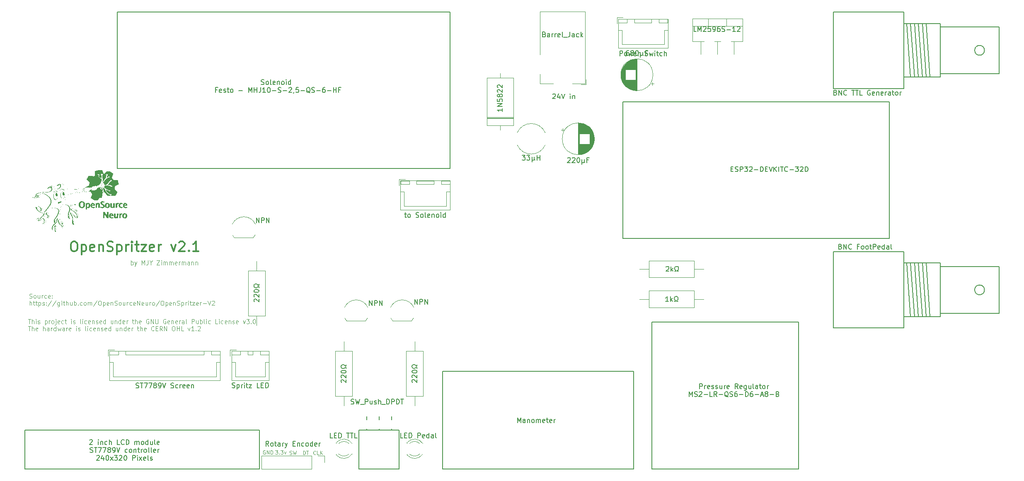
<source format=gbr>
%TF.GenerationSoftware,KiCad,Pcbnew,(6.0.4)*%
%TF.CreationDate,2023-10-17T03:51:43+02:00*%
%TF.ProjectId,OpenSpritzer2,4f70656e-5370-4726-9974-7a6572322e6b,rev?*%
%TF.SameCoordinates,Original*%
%TF.FileFunction,Legend,Top*%
%TF.FilePolarity,Positive*%
%FSLAX46Y46*%
G04 Gerber Fmt 4.6, Leading zero omitted, Abs format (unit mm)*
G04 Created by KiCad (PCBNEW (6.0.4)) date 2023-10-17 03:51:43*
%MOMM*%
%LPD*%
G01*
G04 APERTURE LIST*
%ADD10C,0.150000*%
%ADD11C,0.200000*%
%ADD12C,0.100000*%
%ADD13C,0.300000*%
%ADD14C,0.120000*%
%ADD15C,0.127000*%
G04 APERTURE END LIST*
D10*
X138023809Y-77197380D02*
X138023809Y-76197380D01*
X138404761Y-76197380D01*
X138500000Y-76245000D01*
X138547619Y-76292619D01*
X138595238Y-76387857D01*
X138595238Y-76530714D01*
X138547619Y-76625952D01*
X138500000Y-76673571D01*
X138404761Y-76721190D01*
X138023809Y-76721190D01*
X139023809Y-77197380D02*
X139023809Y-76530714D01*
X139023809Y-76721190D02*
X139071428Y-76625952D01*
X139119047Y-76578333D01*
X139214285Y-76530714D01*
X139309523Y-76530714D01*
X140023809Y-77149761D02*
X139928571Y-77197380D01*
X139738095Y-77197380D01*
X139642857Y-77149761D01*
X139595238Y-77054523D01*
X139595238Y-76673571D01*
X139642857Y-76578333D01*
X139738095Y-76530714D01*
X139928571Y-76530714D01*
X140023809Y-76578333D01*
X140071428Y-76673571D01*
X140071428Y-76768809D01*
X139595238Y-76864047D01*
X140452380Y-77149761D02*
X140547619Y-77197380D01*
X140738095Y-77197380D01*
X140833333Y-77149761D01*
X140880952Y-77054523D01*
X140880952Y-77006904D01*
X140833333Y-76911666D01*
X140738095Y-76864047D01*
X140595238Y-76864047D01*
X140500000Y-76816428D01*
X140452380Y-76721190D01*
X140452380Y-76673571D01*
X140500000Y-76578333D01*
X140595238Y-76530714D01*
X140738095Y-76530714D01*
X140833333Y-76578333D01*
X141261904Y-77149761D02*
X141357142Y-77197380D01*
X141547619Y-77197380D01*
X141642857Y-77149761D01*
X141690476Y-77054523D01*
X141690476Y-77006904D01*
X141642857Y-76911666D01*
X141547619Y-76864047D01*
X141404761Y-76864047D01*
X141309523Y-76816428D01*
X141261904Y-76721190D01*
X141261904Y-76673571D01*
X141309523Y-76578333D01*
X141404761Y-76530714D01*
X141547619Y-76530714D01*
X141642857Y-76578333D01*
X142547619Y-76530714D02*
X142547619Y-77197380D01*
X142119047Y-76530714D02*
X142119047Y-77054523D01*
X142166666Y-77149761D01*
X142261904Y-77197380D01*
X142404761Y-77197380D01*
X142500000Y-77149761D01*
X142547619Y-77102142D01*
X143023809Y-77197380D02*
X143023809Y-76530714D01*
X143023809Y-76721190D02*
X143071428Y-76625952D01*
X143119047Y-76578333D01*
X143214285Y-76530714D01*
X143309523Y-76530714D01*
X144023809Y-77149761D02*
X143928571Y-77197380D01*
X143738095Y-77197380D01*
X143642857Y-77149761D01*
X143595238Y-77054523D01*
X143595238Y-76673571D01*
X143642857Y-76578333D01*
X143738095Y-76530714D01*
X143928571Y-76530714D01*
X144023809Y-76578333D01*
X144071428Y-76673571D01*
X144071428Y-76768809D01*
X143595238Y-76864047D01*
X145833333Y-77197380D02*
X145500000Y-76721190D01*
X145261904Y-77197380D02*
X145261904Y-76197380D01*
X145642857Y-76197380D01*
X145738095Y-76245000D01*
X145785714Y-76292619D01*
X145833333Y-76387857D01*
X145833333Y-76530714D01*
X145785714Y-76625952D01*
X145738095Y-76673571D01*
X145642857Y-76721190D01*
X145261904Y-76721190D01*
X146642857Y-77149761D02*
X146547619Y-77197380D01*
X146357142Y-77197380D01*
X146261904Y-77149761D01*
X146214285Y-77054523D01*
X146214285Y-76673571D01*
X146261904Y-76578333D01*
X146357142Y-76530714D01*
X146547619Y-76530714D01*
X146642857Y-76578333D01*
X146690476Y-76673571D01*
X146690476Y-76768809D01*
X146214285Y-76864047D01*
X147547619Y-76530714D02*
X147547619Y-77340238D01*
X147500000Y-77435476D01*
X147452380Y-77483095D01*
X147357142Y-77530714D01*
X147214285Y-77530714D01*
X147119047Y-77483095D01*
X147547619Y-77149761D02*
X147452380Y-77197380D01*
X147261904Y-77197380D01*
X147166666Y-77149761D01*
X147119047Y-77102142D01*
X147071428Y-77006904D01*
X147071428Y-76721190D01*
X147119047Y-76625952D01*
X147166666Y-76578333D01*
X147261904Y-76530714D01*
X147452380Y-76530714D01*
X147547619Y-76578333D01*
X148452380Y-76530714D02*
X148452380Y-77197380D01*
X148023809Y-76530714D02*
X148023809Y-77054523D01*
X148071428Y-77149761D01*
X148166666Y-77197380D01*
X148309523Y-77197380D01*
X148404761Y-77149761D01*
X148452380Y-77102142D01*
X149071428Y-77197380D02*
X148976190Y-77149761D01*
X148928571Y-77054523D01*
X148928571Y-76197380D01*
X149880952Y-77197380D02*
X149880952Y-76673571D01*
X149833333Y-76578333D01*
X149738095Y-76530714D01*
X149547619Y-76530714D01*
X149452380Y-76578333D01*
X149880952Y-77149761D02*
X149785714Y-77197380D01*
X149547619Y-77197380D01*
X149452380Y-77149761D01*
X149404761Y-77054523D01*
X149404761Y-76959285D01*
X149452380Y-76864047D01*
X149547619Y-76816428D01*
X149785714Y-76816428D01*
X149880952Y-76768809D01*
X150214285Y-76530714D02*
X150595238Y-76530714D01*
X150357142Y-76197380D02*
X150357142Y-77054523D01*
X150404761Y-77149761D01*
X150500000Y-77197380D01*
X150595238Y-77197380D01*
X151071428Y-77197380D02*
X150976190Y-77149761D01*
X150928571Y-77102142D01*
X150880952Y-77006904D01*
X150880952Y-76721190D01*
X150928571Y-76625952D01*
X150976190Y-76578333D01*
X151071428Y-76530714D01*
X151214285Y-76530714D01*
X151309523Y-76578333D01*
X151357142Y-76625952D01*
X151404761Y-76721190D01*
X151404761Y-77006904D01*
X151357142Y-77102142D01*
X151309523Y-77149761D01*
X151214285Y-77197380D01*
X151071428Y-77197380D01*
X151833333Y-77197380D02*
X151833333Y-76530714D01*
X151833333Y-76721190D02*
X151880952Y-76625952D01*
X151928571Y-76578333D01*
X152023809Y-76530714D01*
X152119047Y-76530714D01*
X135857142Y-78807380D02*
X135857142Y-77807380D01*
X136190476Y-78521666D01*
X136523809Y-77807380D01*
X136523809Y-78807380D01*
X136952380Y-78759761D02*
X137095238Y-78807380D01*
X137333333Y-78807380D01*
X137428571Y-78759761D01*
X137476190Y-78712142D01*
X137523809Y-78616904D01*
X137523809Y-78521666D01*
X137476190Y-78426428D01*
X137428571Y-78378809D01*
X137333333Y-78331190D01*
X137142857Y-78283571D01*
X137047619Y-78235952D01*
X137000000Y-78188333D01*
X136952380Y-78093095D01*
X136952380Y-77997857D01*
X137000000Y-77902619D01*
X137047619Y-77855000D01*
X137142857Y-77807380D01*
X137380952Y-77807380D01*
X137523809Y-77855000D01*
X137904761Y-77902619D02*
X137952380Y-77855000D01*
X138047619Y-77807380D01*
X138285714Y-77807380D01*
X138380952Y-77855000D01*
X138428571Y-77902619D01*
X138476190Y-77997857D01*
X138476190Y-78093095D01*
X138428571Y-78235952D01*
X137857142Y-78807380D01*
X138476190Y-78807380D01*
X138904761Y-78426428D02*
X139666666Y-78426428D01*
X140619047Y-78807380D02*
X140142857Y-78807380D01*
X140142857Y-77807380D01*
X141523809Y-78807380D02*
X141190476Y-78331190D01*
X140952380Y-78807380D02*
X140952380Y-77807380D01*
X141333333Y-77807380D01*
X141428571Y-77855000D01*
X141476190Y-77902619D01*
X141523809Y-77997857D01*
X141523809Y-78140714D01*
X141476190Y-78235952D01*
X141428571Y-78283571D01*
X141333333Y-78331190D01*
X140952380Y-78331190D01*
X141952380Y-78426428D02*
X142714285Y-78426428D01*
X143857142Y-78902619D02*
X143761904Y-78855000D01*
X143666666Y-78759761D01*
X143523809Y-78616904D01*
X143428571Y-78569285D01*
X143333333Y-78569285D01*
X143380952Y-78807380D02*
X143285714Y-78759761D01*
X143190476Y-78664523D01*
X143142857Y-78474047D01*
X143142857Y-78140714D01*
X143190476Y-77950238D01*
X143285714Y-77855000D01*
X143380952Y-77807380D01*
X143571428Y-77807380D01*
X143666666Y-77855000D01*
X143761904Y-77950238D01*
X143809523Y-78140714D01*
X143809523Y-78474047D01*
X143761904Y-78664523D01*
X143666666Y-78759761D01*
X143571428Y-78807380D01*
X143380952Y-78807380D01*
X144190476Y-78759761D02*
X144333333Y-78807380D01*
X144571428Y-78807380D01*
X144666666Y-78759761D01*
X144714285Y-78712142D01*
X144761904Y-78616904D01*
X144761904Y-78521666D01*
X144714285Y-78426428D01*
X144666666Y-78378809D01*
X144571428Y-78331190D01*
X144380952Y-78283571D01*
X144285714Y-78235952D01*
X144238095Y-78188333D01*
X144190476Y-78093095D01*
X144190476Y-77997857D01*
X144238095Y-77902619D01*
X144285714Y-77855000D01*
X144380952Y-77807380D01*
X144619047Y-77807380D01*
X144761904Y-77855000D01*
X145619047Y-77807380D02*
X145428571Y-77807380D01*
X145333333Y-77855000D01*
X145285714Y-77902619D01*
X145190476Y-78045476D01*
X145142857Y-78235952D01*
X145142857Y-78616904D01*
X145190476Y-78712142D01*
X145238095Y-78759761D01*
X145333333Y-78807380D01*
X145523809Y-78807380D01*
X145619047Y-78759761D01*
X145666666Y-78712142D01*
X145714285Y-78616904D01*
X145714285Y-78378809D01*
X145666666Y-78283571D01*
X145619047Y-78235952D01*
X145523809Y-78188333D01*
X145333333Y-78188333D01*
X145238095Y-78235952D01*
X145190476Y-78283571D01*
X145142857Y-78378809D01*
X146142857Y-78426428D02*
X146904761Y-78426428D01*
X147380952Y-78807380D02*
X147380952Y-77807380D01*
X147619047Y-77807380D01*
X147761904Y-77855000D01*
X147857142Y-77950238D01*
X147904761Y-78045476D01*
X147952380Y-78235952D01*
X147952380Y-78378809D01*
X147904761Y-78569285D01*
X147857142Y-78664523D01*
X147761904Y-78759761D01*
X147619047Y-78807380D01*
X147380952Y-78807380D01*
X148809523Y-77807380D02*
X148619047Y-77807380D01*
X148523809Y-77855000D01*
X148476190Y-77902619D01*
X148380952Y-78045476D01*
X148333333Y-78235952D01*
X148333333Y-78616904D01*
X148380952Y-78712142D01*
X148428571Y-78759761D01*
X148523809Y-78807380D01*
X148714285Y-78807380D01*
X148809523Y-78759761D01*
X148857142Y-78712142D01*
X148904761Y-78616904D01*
X148904761Y-78378809D01*
X148857142Y-78283571D01*
X148809523Y-78235952D01*
X148714285Y-78188333D01*
X148523809Y-78188333D01*
X148428571Y-78235952D01*
X148380952Y-78283571D01*
X148333333Y-78378809D01*
X149333333Y-78426428D02*
X150095238Y-78426428D01*
X150523809Y-78521666D02*
X151000000Y-78521666D01*
X150428571Y-78807380D02*
X150761904Y-77807380D01*
X151095238Y-78807380D01*
X151571428Y-78235952D02*
X151476190Y-78188333D01*
X151428571Y-78140714D01*
X151380952Y-78045476D01*
X151380952Y-77997857D01*
X151428571Y-77902619D01*
X151476190Y-77855000D01*
X151571428Y-77807380D01*
X151761904Y-77807380D01*
X151857142Y-77855000D01*
X151904761Y-77902619D01*
X151952380Y-77997857D01*
X151952380Y-78045476D01*
X151904761Y-78140714D01*
X151857142Y-78188333D01*
X151761904Y-78235952D01*
X151571428Y-78235952D01*
X151476190Y-78283571D01*
X151428571Y-78331190D01*
X151380952Y-78426428D01*
X151380952Y-78616904D01*
X151428571Y-78712142D01*
X151476190Y-78759761D01*
X151571428Y-78807380D01*
X151761904Y-78807380D01*
X151857142Y-78759761D01*
X151904761Y-78712142D01*
X151952380Y-78616904D01*
X151952380Y-78426428D01*
X151904761Y-78331190D01*
X151857142Y-78283571D01*
X151761904Y-78235952D01*
X152380952Y-78426428D02*
X153142857Y-78426428D01*
X153952380Y-78283571D02*
X154095238Y-78331190D01*
X154142857Y-78378809D01*
X154190476Y-78474047D01*
X154190476Y-78616904D01*
X154142857Y-78712142D01*
X154095238Y-78759761D01*
X154000000Y-78807380D01*
X153619047Y-78807380D01*
X153619047Y-77807380D01*
X153952380Y-77807380D01*
X154047619Y-77855000D01*
X154095238Y-77902619D01*
X154142857Y-77997857D01*
X154142857Y-78093095D01*
X154095238Y-78188333D01*
X154047619Y-78235952D01*
X153952380Y-78283571D01*
X153619047Y-78283571D01*
D11*
X128250000Y-63600000D02*
X158250000Y-63600000D01*
X158250000Y-63600000D02*
X158250000Y-93600000D01*
X158250000Y-93600000D02*
X128250000Y-93600000D01*
X128250000Y-93600000D02*
X128250000Y-63600000D01*
D10*
X100790476Y-84152380D02*
X100790476Y-83152380D01*
X101123809Y-83866666D01*
X101457142Y-83152380D01*
X101457142Y-84152380D01*
X102361904Y-84152380D02*
X102361904Y-83628571D01*
X102314285Y-83533333D01*
X102219047Y-83485714D01*
X102028571Y-83485714D01*
X101933333Y-83533333D01*
X102361904Y-84104761D02*
X102266666Y-84152380D01*
X102028571Y-84152380D01*
X101933333Y-84104761D01*
X101885714Y-84009523D01*
X101885714Y-83914285D01*
X101933333Y-83819047D01*
X102028571Y-83771428D01*
X102266666Y-83771428D01*
X102361904Y-83723809D01*
X102838095Y-83485714D02*
X102838095Y-84152380D01*
X102838095Y-83580952D02*
X102885714Y-83533333D01*
X102980952Y-83485714D01*
X103123809Y-83485714D01*
X103219047Y-83533333D01*
X103266666Y-83628571D01*
X103266666Y-84152380D01*
X103885714Y-84152380D02*
X103790476Y-84104761D01*
X103742857Y-84057142D01*
X103695238Y-83961904D01*
X103695238Y-83676190D01*
X103742857Y-83580952D01*
X103790476Y-83533333D01*
X103885714Y-83485714D01*
X104028571Y-83485714D01*
X104123809Y-83533333D01*
X104171428Y-83580952D01*
X104219047Y-83676190D01*
X104219047Y-83961904D01*
X104171428Y-84057142D01*
X104123809Y-84104761D01*
X104028571Y-84152380D01*
X103885714Y-84152380D01*
X104647619Y-84152380D02*
X104647619Y-83485714D01*
X104647619Y-83580952D02*
X104695238Y-83533333D01*
X104790476Y-83485714D01*
X104933333Y-83485714D01*
X105028571Y-83533333D01*
X105076190Y-83628571D01*
X105076190Y-84152380D01*
X105076190Y-83628571D02*
X105123809Y-83533333D01*
X105219047Y-83485714D01*
X105361904Y-83485714D01*
X105457142Y-83533333D01*
X105504761Y-83628571D01*
X105504761Y-84152380D01*
X106361904Y-84104761D02*
X106266666Y-84152380D01*
X106076190Y-84152380D01*
X105980952Y-84104761D01*
X105933333Y-84009523D01*
X105933333Y-83628571D01*
X105980952Y-83533333D01*
X106076190Y-83485714D01*
X106266666Y-83485714D01*
X106361904Y-83533333D01*
X106409523Y-83628571D01*
X106409523Y-83723809D01*
X105933333Y-83819047D01*
X106695238Y-83485714D02*
X107076190Y-83485714D01*
X106838095Y-83152380D02*
X106838095Y-84009523D01*
X106885714Y-84104761D01*
X106980952Y-84152380D01*
X107076190Y-84152380D01*
X107790476Y-84104761D02*
X107695238Y-84152380D01*
X107504761Y-84152380D01*
X107409523Y-84104761D01*
X107361904Y-84009523D01*
X107361904Y-83628571D01*
X107409523Y-83533333D01*
X107504761Y-83485714D01*
X107695238Y-83485714D01*
X107790476Y-83533333D01*
X107838095Y-83628571D01*
X107838095Y-83723809D01*
X107361904Y-83819047D01*
X108266666Y-84152380D02*
X108266666Y-83485714D01*
X108266666Y-83676190D02*
X108314285Y-83580952D01*
X108361904Y-83533333D01*
X108457142Y-83485714D01*
X108552380Y-83485714D01*
D11*
X85500000Y-73650000D02*
X124500000Y-73650000D01*
X124500000Y-73650000D02*
X124500000Y-93650000D01*
X124500000Y-93650000D02*
X85500000Y-93650000D01*
X85500000Y-93650000D02*
X85500000Y-73650000D01*
D12*
X800714Y-62982642D02*
X1315000Y-62982642D01*
X1057857Y-63882642D02*
X1057857Y-62982642D01*
X1615000Y-63882642D02*
X1615000Y-62982642D01*
X2000714Y-63882642D02*
X2000714Y-63411214D01*
X1957857Y-63325500D01*
X1872142Y-63282642D01*
X1743571Y-63282642D01*
X1657857Y-63325500D01*
X1615000Y-63368357D01*
X2429285Y-63882642D02*
X2429285Y-63282642D01*
X2429285Y-62982642D02*
X2386428Y-63025500D01*
X2429285Y-63068357D01*
X2472142Y-63025500D01*
X2429285Y-62982642D01*
X2429285Y-63068357D01*
X2815000Y-63839785D02*
X2900714Y-63882642D01*
X3072142Y-63882642D01*
X3157857Y-63839785D01*
X3200714Y-63754071D01*
X3200714Y-63711214D01*
X3157857Y-63625500D01*
X3072142Y-63582642D01*
X2943571Y-63582642D01*
X2857857Y-63539785D01*
X2815000Y-63454071D01*
X2815000Y-63411214D01*
X2857857Y-63325500D01*
X2943571Y-63282642D01*
X3072142Y-63282642D01*
X3157857Y-63325500D01*
X4272142Y-63282642D02*
X4272142Y-64182642D01*
X4272142Y-63325500D02*
X4357857Y-63282642D01*
X4529285Y-63282642D01*
X4615000Y-63325500D01*
X4657857Y-63368357D01*
X4700714Y-63454071D01*
X4700714Y-63711214D01*
X4657857Y-63796928D01*
X4615000Y-63839785D01*
X4529285Y-63882642D01*
X4357857Y-63882642D01*
X4272142Y-63839785D01*
X5086428Y-63882642D02*
X5086428Y-63282642D01*
X5086428Y-63454071D02*
X5129285Y-63368357D01*
X5172142Y-63325500D01*
X5257857Y-63282642D01*
X5343571Y-63282642D01*
X5772142Y-63882642D02*
X5686428Y-63839785D01*
X5643571Y-63796928D01*
X5600714Y-63711214D01*
X5600714Y-63454071D01*
X5643571Y-63368357D01*
X5686428Y-63325500D01*
X5772142Y-63282642D01*
X5900714Y-63282642D01*
X5986428Y-63325500D01*
X6029285Y-63368357D01*
X6072142Y-63454071D01*
X6072142Y-63711214D01*
X6029285Y-63796928D01*
X5986428Y-63839785D01*
X5900714Y-63882642D01*
X5772142Y-63882642D01*
X6457857Y-63282642D02*
X6457857Y-64054071D01*
X6415000Y-64139785D01*
X6329285Y-64182642D01*
X6286428Y-64182642D01*
X6457857Y-62982642D02*
X6415000Y-63025500D01*
X6457857Y-63068357D01*
X6500714Y-63025500D01*
X6457857Y-62982642D01*
X6457857Y-63068357D01*
X7229285Y-63839785D02*
X7143571Y-63882642D01*
X6972142Y-63882642D01*
X6886428Y-63839785D01*
X6843571Y-63754071D01*
X6843571Y-63411214D01*
X6886428Y-63325500D01*
X6972142Y-63282642D01*
X7143571Y-63282642D01*
X7229285Y-63325500D01*
X7272142Y-63411214D01*
X7272142Y-63496928D01*
X6843571Y-63582642D01*
X8043571Y-63839785D02*
X7957857Y-63882642D01*
X7786428Y-63882642D01*
X7700714Y-63839785D01*
X7657857Y-63796928D01*
X7614999Y-63711214D01*
X7614999Y-63454071D01*
X7657857Y-63368357D01*
X7700714Y-63325500D01*
X7786428Y-63282642D01*
X7957857Y-63282642D01*
X8043571Y-63325500D01*
X8300714Y-63282642D02*
X8643571Y-63282642D01*
X8429285Y-62982642D02*
X8429285Y-63754071D01*
X8472142Y-63839785D01*
X8557857Y-63882642D01*
X8643571Y-63882642D01*
X9629285Y-63882642D02*
X9629285Y-63282642D01*
X9629285Y-62982642D02*
X9586428Y-63025500D01*
X9629285Y-63068357D01*
X9672142Y-63025500D01*
X9629285Y-62982642D01*
X9629285Y-63068357D01*
X10014999Y-63839785D02*
X10100714Y-63882642D01*
X10272142Y-63882642D01*
X10357857Y-63839785D01*
X10400714Y-63754071D01*
X10400714Y-63711214D01*
X10357857Y-63625500D01*
X10272142Y-63582642D01*
X10143571Y-63582642D01*
X10057857Y-63539785D01*
X10014999Y-63454071D01*
X10014999Y-63411214D01*
X10057857Y-63325500D01*
X10143571Y-63282642D01*
X10272142Y-63282642D01*
X10357857Y-63325500D01*
X11600714Y-63882642D02*
X11514999Y-63839785D01*
X11472142Y-63754071D01*
X11472142Y-62982642D01*
X11943571Y-63882642D02*
X11943571Y-63282642D01*
X11943571Y-62982642D02*
X11900714Y-63025500D01*
X11943571Y-63068357D01*
X11986428Y-63025500D01*
X11943571Y-62982642D01*
X11943571Y-63068357D01*
X12757857Y-63839785D02*
X12672142Y-63882642D01*
X12500714Y-63882642D01*
X12414999Y-63839785D01*
X12372142Y-63796928D01*
X12329285Y-63711214D01*
X12329285Y-63454071D01*
X12372142Y-63368357D01*
X12414999Y-63325500D01*
X12500714Y-63282642D01*
X12672142Y-63282642D01*
X12757857Y-63325500D01*
X13486428Y-63839785D02*
X13400714Y-63882642D01*
X13229285Y-63882642D01*
X13143571Y-63839785D01*
X13100714Y-63754071D01*
X13100714Y-63411214D01*
X13143571Y-63325500D01*
X13229285Y-63282642D01*
X13400714Y-63282642D01*
X13486428Y-63325500D01*
X13529285Y-63411214D01*
X13529285Y-63496928D01*
X13100714Y-63582642D01*
X13914999Y-63282642D02*
X13914999Y-63882642D01*
X13914999Y-63368357D02*
X13957857Y-63325500D01*
X14043571Y-63282642D01*
X14172142Y-63282642D01*
X14257857Y-63325500D01*
X14300714Y-63411214D01*
X14300714Y-63882642D01*
X14686428Y-63839785D02*
X14772142Y-63882642D01*
X14943571Y-63882642D01*
X15029285Y-63839785D01*
X15072142Y-63754071D01*
X15072142Y-63711214D01*
X15029285Y-63625500D01*
X14943571Y-63582642D01*
X14814999Y-63582642D01*
X14729285Y-63539785D01*
X14686428Y-63454071D01*
X14686428Y-63411214D01*
X14729285Y-63325500D01*
X14814999Y-63282642D01*
X14943571Y-63282642D01*
X15029285Y-63325500D01*
X15800714Y-63839785D02*
X15714999Y-63882642D01*
X15543571Y-63882642D01*
X15457857Y-63839785D01*
X15414999Y-63754071D01*
X15414999Y-63411214D01*
X15457857Y-63325500D01*
X15543571Y-63282642D01*
X15714999Y-63282642D01*
X15800714Y-63325500D01*
X15843571Y-63411214D01*
X15843571Y-63496928D01*
X15414999Y-63582642D01*
X16614999Y-63882642D02*
X16614999Y-62982642D01*
X16614999Y-63839785D02*
X16529285Y-63882642D01*
X16357857Y-63882642D01*
X16272142Y-63839785D01*
X16229285Y-63796928D01*
X16186428Y-63711214D01*
X16186428Y-63454071D01*
X16229285Y-63368357D01*
X16272142Y-63325500D01*
X16357857Y-63282642D01*
X16529285Y-63282642D01*
X16614999Y-63325500D01*
X18115000Y-63282642D02*
X18115000Y-63882642D01*
X17729285Y-63282642D02*
X17729285Y-63754071D01*
X17772142Y-63839785D01*
X17857857Y-63882642D01*
X17986428Y-63882642D01*
X18072142Y-63839785D01*
X18115000Y-63796928D01*
X18543571Y-63282642D02*
X18543571Y-63882642D01*
X18543571Y-63368357D02*
X18586428Y-63325500D01*
X18672142Y-63282642D01*
X18800714Y-63282642D01*
X18886428Y-63325500D01*
X18929285Y-63411214D01*
X18929285Y-63882642D01*
X19743571Y-63882642D02*
X19743571Y-62982642D01*
X19743571Y-63839785D02*
X19657857Y-63882642D01*
X19486428Y-63882642D01*
X19400714Y-63839785D01*
X19357857Y-63796928D01*
X19314999Y-63711214D01*
X19314999Y-63454071D01*
X19357857Y-63368357D01*
X19400714Y-63325500D01*
X19486428Y-63282642D01*
X19657857Y-63282642D01*
X19743571Y-63325500D01*
X20514999Y-63839785D02*
X20429285Y-63882642D01*
X20257857Y-63882642D01*
X20172142Y-63839785D01*
X20129285Y-63754071D01*
X20129285Y-63411214D01*
X20172142Y-63325500D01*
X20257857Y-63282642D01*
X20429285Y-63282642D01*
X20514999Y-63325500D01*
X20557857Y-63411214D01*
X20557857Y-63496928D01*
X20129285Y-63582642D01*
X20943571Y-63882642D02*
X20943571Y-63282642D01*
X20943571Y-63454071D02*
X20986428Y-63368357D01*
X21029285Y-63325500D01*
X21114999Y-63282642D01*
X21200714Y-63282642D01*
X22057857Y-63282642D02*
X22400714Y-63282642D01*
X22186428Y-62982642D02*
X22186428Y-63754071D01*
X22229285Y-63839785D01*
X22314999Y-63882642D01*
X22400714Y-63882642D01*
X22700714Y-63882642D02*
X22700714Y-62982642D01*
X23086428Y-63882642D02*
X23086428Y-63411214D01*
X23043571Y-63325500D01*
X22957857Y-63282642D01*
X22829285Y-63282642D01*
X22743571Y-63325500D01*
X22700714Y-63368357D01*
X23857857Y-63839785D02*
X23772142Y-63882642D01*
X23600714Y-63882642D01*
X23514999Y-63839785D01*
X23472142Y-63754071D01*
X23472142Y-63411214D01*
X23514999Y-63325500D01*
X23600714Y-63282642D01*
X23772142Y-63282642D01*
X23857857Y-63325500D01*
X23900714Y-63411214D01*
X23900714Y-63496928D01*
X23472142Y-63582642D01*
X25443571Y-63025500D02*
X25357857Y-62982642D01*
X25229285Y-62982642D01*
X25100714Y-63025500D01*
X25014999Y-63111214D01*
X24972142Y-63196928D01*
X24929285Y-63368357D01*
X24929285Y-63496928D01*
X24972142Y-63668357D01*
X25014999Y-63754071D01*
X25100714Y-63839785D01*
X25229285Y-63882642D01*
X25314999Y-63882642D01*
X25443571Y-63839785D01*
X25486428Y-63796928D01*
X25486428Y-63496928D01*
X25314999Y-63496928D01*
X25872142Y-63882642D02*
X25872142Y-62982642D01*
X26386428Y-63882642D01*
X26386428Y-62982642D01*
X26814999Y-62982642D02*
X26814999Y-63711214D01*
X26857857Y-63796928D01*
X26900714Y-63839785D01*
X26986428Y-63882642D01*
X27157857Y-63882642D01*
X27243571Y-63839785D01*
X27286428Y-63796928D01*
X27329285Y-63711214D01*
X27329285Y-62982642D01*
X28914999Y-63025500D02*
X28829285Y-62982642D01*
X28700714Y-62982642D01*
X28572142Y-63025500D01*
X28486428Y-63111214D01*
X28443571Y-63196928D01*
X28400714Y-63368357D01*
X28400714Y-63496928D01*
X28443571Y-63668357D01*
X28486428Y-63754071D01*
X28572142Y-63839785D01*
X28700714Y-63882642D01*
X28786428Y-63882642D01*
X28914999Y-63839785D01*
X28957857Y-63796928D01*
X28957857Y-63496928D01*
X28786428Y-63496928D01*
X29686428Y-63839785D02*
X29600714Y-63882642D01*
X29429285Y-63882642D01*
X29343571Y-63839785D01*
X29300714Y-63754071D01*
X29300714Y-63411214D01*
X29343571Y-63325500D01*
X29429285Y-63282642D01*
X29600714Y-63282642D01*
X29686428Y-63325500D01*
X29729285Y-63411214D01*
X29729285Y-63496928D01*
X29300714Y-63582642D01*
X30114999Y-63282642D02*
X30114999Y-63882642D01*
X30114999Y-63368357D02*
X30157857Y-63325500D01*
X30243571Y-63282642D01*
X30372142Y-63282642D01*
X30457857Y-63325500D01*
X30500714Y-63411214D01*
X30500714Y-63882642D01*
X31272142Y-63839785D02*
X31186428Y-63882642D01*
X31014999Y-63882642D01*
X30929285Y-63839785D01*
X30886428Y-63754071D01*
X30886428Y-63411214D01*
X30929285Y-63325500D01*
X31014999Y-63282642D01*
X31186428Y-63282642D01*
X31272142Y-63325500D01*
X31314999Y-63411214D01*
X31314999Y-63496928D01*
X30886428Y-63582642D01*
X31700714Y-63882642D02*
X31700714Y-63282642D01*
X31700714Y-63454071D02*
X31743571Y-63368357D01*
X31786428Y-63325500D01*
X31872142Y-63282642D01*
X31957857Y-63282642D01*
X32643571Y-63882642D02*
X32643571Y-63411214D01*
X32600714Y-63325500D01*
X32514999Y-63282642D01*
X32343571Y-63282642D01*
X32257857Y-63325500D01*
X32643571Y-63839785D02*
X32557857Y-63882642D01*
X32343571Y-63882642D01*
X32257857Y-63839785D01*
X32214999Y-63754071D01*
X32214999Y-63668357D01*
X32257857Y-63582642D01*
X32343571Y-63539785D01*
X32557857Y-63539785D01*
X32643571Y-63496928D01*
X33200714Y-63882642D02*
X33114999Y-63839785D01*
X33072142Y-63754071D01*
X33072142Y-62982642D01*
X34229285Y-63882642D02*
X34229285Y-62982642D01*
X34572142Y-62982642D01*
X34657857Y-63025500D01*
X34700714Y-63068357D01*
X34743571Y-63154071D01*
X34743571Y-63282642D01*
X34700714Y-63368357D01*
X34657857Y-63411214D01*
X34572142Y-63454071D01*
X34229285Y-63454071D01*
X35514999Y-63282642D02*
X35514999Y-63882642D01*
X35129285Y-63282642D02*
X35129285Y-63754071D01*
X35172142Y-63839785D01*
X35257857Y-63882642D01*
X35386428Y-63882642D01*
X35472142Y-63839785D01*
X35514999Y-63796928D01*
X35943571Y-63882642D02*
X35943571Y-62982642D01*
X35943571Y-63325500D02*
X36029285Y-63282642D01*
X36200714Y-63282642D01*
X36286428Y-63325500D01*
X36329285Y-63368357D01*
X36372142Y-63454071D01*
X36372142Y-63711214D01*
X36329285Y-63796928D01*
X36286428Y-63839785D01*
X36200714Y-63882642D01*
X36029285Y-63882642D01*
X35943571Y-63839785D01*
X36886428Y-63882642D02*
X36800714Y-63839785D01*
X36757857Y-63754071D01*
X36757857Y-62982642D01*
X37229285Y-63882642D02*
X37229285Y-63282642D01*
X37229285Y-62982642D02*
X37186428Y-63025500D01*
X37229285Y-63068357D01*
X37272142Y-63025500D01*
X37229285Y-62982642D01*
X37229285Y-63068357D01*
X38043571Y-63839785D02*
X37957857Y-63882642D01*
X37786428Y-63882642D01*
X37700714Y-63839785D01*
X37657857Y-63796928D01*
X37615000Y-63711214D01*
X37615000Y-63454071D01*
X37657857Y-63368357D01*
X37700714Y-63325500D01*
X37786428Y-63282642D01*
X37957857Y-63282642D01*
X38043571Y-63325500D01*
X39543571Y-63882642D02*
X39115000Y-63882642D01*
X39115000Y-62982642D01*
X39843571Y-63882642D02*
X39843571Y-63282642D01*
X39843571Y-62982642D02*
X39800714Y-63025500D01*
X39843571Y-63068357D01*
X39886428Y-63025500D01*
X39843571Y-62982642D01*
X39843571Y-63068357D01*
X40657857Y-63839785D02*
X40572142Y-63882642D01*
X40400714Y-63882642D01*
X40314999Y-63839785D01*
X40272142Y-63796928D01*
X40229285Y-63711214D01*
X40229285Y-63454071D01*
X40272142Y-63368357D01*
X40314999Y-63325500D01*
X40400714Y-63282642D01*
X40572142Y-63282642D01*
X40657857Y-63325500D01*
X41386428Y-63839785D02*
X41300714Y-63882642D01*
X41129285Y-63882642D01*
X41043571Y-63839785D01*
X41000714Y-63754071D01*
X41000714Y-63411214D01*
X41043571Y-63325500D01*
X41129285Y-63282642D01*
X41300714Y-63282642D01*
X41386428Y-63325500D01*
X41429285Y-63411214D01*
X41429285Y-63496928D01*
X41000714Y-63582642D01*
X41815000Y-63282642D02*
X41815000Y-63882642D01*
X41815000Y-63368357D02*
X41857857Y-63325500D01*
X41943571Y-63282642D01*
X42072142Y-63282642D01*
X42157857Y-63325500D01*
X42200714Y-63411214D01*
X42200714Y-63882642D01*
X42586428Y-63839785D02*
X42672142Y-63882642D01*
X42843571Y-63882642D01*
X42929285Y-63839785D01*
X42972142Y-63754071D01*
X42972142Y-63711214D01*
X42929285Y-63625500D01*
X42843571Y-63582642D01*
X42715000Y-63582642D01*
X42629285Y-63539785D01*
X42586428Y-63454071D01*
X42586428Y-63411214D01*
X42629285Y-63325500D01*
X42715000Y-63282642D01*
X42843571Y-63282642D01*
X42929285Y-63325500D01*
X43700714Y-63839785D02*
X43615000Y-63882642D01*
X43443571Y-63882642D01*
X43357857Y-63839785D01*
X43315000Y-63754071D01*
X43315000Y-63411214D01*
X43357857Y-63325500D01*
X43443571Y-63282642D01*
X43615000Y-63282642D01*
X43700714Y-63325500D01*
X43743571Y-63411214D01*
X43743571Y-63496928D01*
X43315000Y-63582642D01*
X44729285Y-63282642D02*
X44943571Y-63882642D01*
X45157857Y-63282642D01*
X45414999Y-62982642D02*
X45972142Y-62982642D01*
X45672142Y-63325500D01*
X45800714Y-63325500D01*
X45886428Y-63368357D01*
X45929285Y-63411214D01*
X45972142Y-63496928D01*
X45972142Y-63711214D01*
X45929285Y-63796928D01*
X45886428Y-63839785D01*
X45800714Y-63882642D01*
X45543571Y-63882642D01*
X45457857Y-63839785D01*
X45414999Y-63796928D01*
X46357857Y-63796928D02*
X46400714Y-63839785D01*
X46357857Y-63882642D01*
X46315000Y-63839785D01*
X46357857Y-63796928D01*
X46357857Y-63882642D01*
X46957857Y-62982642D02*
X47043571Y-62982642D01*
X47129285Y-63025500D01*
X47172142Y-63068357D01*
X47214999Y-63154071D01*
X47257857Y-63325500D01*
X47257857Y-63539785D01*
X47214999Y-63711214D01*
X47172142Y-63796928D01*
X47129285Y-63839785D01*
X47043571Y-63882642D01*
X46957857Y-63882642D01*
X46872142Y-63839785D01*
X46829285Y-63796928D01*
X46786428Y-63711214D01*
X46743571Y-63539785D01*
X46743571Y-63325500D01*
X46786428Y-63154071D01*
X46829285Y-63068357D01*
X46872142Y-63025500D01*
X46957857Y-62982642D01*
X800714Y-64431642D02*
X1315000Y-64431642D01*
X1057857Y-65331642D02*
X1057857Y-64431642D01*
X1615000Y-65331642D02*
X1615000Y-64431642D01*
X2000714Y-65331642D02*
X2000714Y-64860214D01*
X1957857Y-64774500D01*
X1872142Y-64731642D01*
X1743571Y-64731642D01*
X1657857Y-64774500D01*
X1615000Y-64817357D01*
X2772142Y-65288785D02*
X2686428Y-65331642D01*
X2515000Y-65331642D01*
X2429285Y-65288785D01*
X2386428Y-65203071D01*
X2386428Y-64860214D01*
X2429285Y-64774500D01*
X2515000Y-64731642D01*
X2686428Y-64731642D01*
X2772142Y-64774500D01*
X2815000Y-64860214D01*
X2815000Y-64945928D01*
X2386428Y-65031642D01*
X3886428Y-65331642D02*
X3886428Y-64431642D01*
X4272142Y-65331642D02*
X4272142Y-64860214D01*
X4229285Y-64774500D01*
X4143571Y-64731642D01*
X4015000Y-64731642D01*
X3929285Y-64774500D01*
X3886428Y-64817357D01*
X5086428Y-65331642D02*
X5086428Y-64860214D01*
X5043571Y-64774500D01*
X4957857Y-64731642D01*
X4786428Y-64731642D01*
X4700714Y-64774500D01*
X5086428Y-65288785D02*
X5000714Y-65331642D01*
X4786428Y-65331642D01*
X4700714Y-65288785D01*
X4657857Y-65203071D01*
X4657857Y-65117357D01*
X4700714Y-65031642D01*
X4786428Y-64988785D01*
X5000714Y-64988785D01*
X5086428Y-64945928D01*
X5515000Y-65331642D02*
X5515000Y-64731642D01*
X5515000Y-64903071D02*
X5557857Y-64817357D01*
X5600714Y-64774500D01*
X5686428Y-64731642D01*
X5772142Y-64731642D01*
X6457857Y-65331642D02*
X6457857Y-64431642D01*
X6457857Y-65288785D02*
X6372142Y-65331642D01*
X6200714Y-65331642D01*
X6115000Y-65288785D01*
X6072142Y-65245928D01*
X6029285Y-65160214D01*
X6029285Y-64903071D01*
X6072142Y-64817357D01*
X6115000Y-64774500D01*
X6200714Y-64731642D01*
X6372142Y-64731642D01*
X6457857Y-64774500D01*
X6800714Y-64731642D02*
X6972142Y-65331642D01*
X7143571Y-64903071D01*
X7315000Y-65331642D01*
X7486428Y-64731642D01*
X8215000Y-65331642D02*
X8215000Y-64860214D01*
X8172142Y-64774500D01*
X8086428Y-64731642D01*
X7915000Y-64731642D01*
X7829285Y-64774500D01*
X8215000Y-65288785D02*
X8129285Y-65331642D01*
X7915000Y-65331642D01*
X7829285Y-65288785D01*
X7786428Y-65203071D01*
X7786428Y-65117357D01*
X7829285Y-65031642D01*
X7915000Y-64988785D01*
X8129285Y-64988785D01*
X8215000Y-64945928D01*
X8643571Y-65331642D02*
X8643571Y-64731642D01*
X8643571Y-64903071D02*
X8686428Y-64817357D01*
X8729285Y-64774500D01*
X8815000Y-64731642D01*
X8900714Y-64731642D01*
X9543571Y-65288785D02*
X9457857Y-65331642D01*
X9286428Y-65331642D01*
X9200714Y-65288785D01*
X9157857Y-65203071D01*
X9157857Y-64860214D01*
X9200714Y-64774500D01*
X9286428Y-64731642D01*
X9457857Y-64731642D01*
X9543571Y-64774500D01*
X9586428Y-64860214D01*
X9586428Y-64945928D01*
X9157857Y-65031642D01*
X10657857Y-65331642D02*
X10657857Y-64731642D01*
X10657857Y-64431642D02*
X10615000Y-64474500D01*
X10657857Y-64517357D01*
X10700714Y-64474500D01*
X10657857Y-64431642D01*
X10657857Y-64517357D01*
X11043571Y-65288785D02*
X11129285Y-65331642D01*
X11300714Y-65331642D01*
X11386428Y-65288785D01*
X11429285Y-65203071D01*
X11429285Y-65160214D01*
X11386428Y-65074500D01*
X11300714Y-65031642D01*
X11172142Y-65031642D01*
X11086428Y-64988785D01*
X11043571Y-64903071D01*
X11043571Y-64860214D01*
X11086428Y-64774500D01*
X11172142Y-64731642D01*
X11300714Y-64731642D01*
X11386428Y-64774500D01*
X12629285Y-65331642D02*
X12543571Y-65288785D01*
X12500714Y-65203071D01*
X12500714Y-64431642D01*
X12972142Y-65331642D02*
X12972142Y-64731642D01*
X12972142Y-64431642D02*
X12929285Y-64474500D01*
X12972142Y-64517357D01*
X13015000Y-64474500D01*
X12972142Y-64431642D01*
X12972142Y-64517357D01*
X13786428Y-65288785D02*
X13700714Y-65331642D01*
X13529285Y-65331642D01*
X13443571Y-65288785D01*
X13400714Y-65245928D01*
X13357857Y-65160214D01*
X13357857Y-64903071D01*
X13400714Y-64817357D01*
X13443571Y-64774500D01*
X13529285Y-64731642D01*
X13700714Y-64731642D01*
X13786428Y-64774500D01*
X14515000Y-65288785D02*
X14429285Y-65331642D01*
X14257857Y-65331642D01*
X14172142Y-65288785D01*
X14129285Y-65203071D01*
X14129285Y-64860214D01*
X14172142Y-64774500D01*
X14257857Y-64731642D01*
X14429285Y-64731642D01*
X14515000Y-64774500D01*
X14557857Y-64860214D01*
X14557857Y-64945928D01*
X14129285Y-65031642D01*
X14943571Y-64731642D02*
X14943571Y-65331642D01*
X14943571Y-64817357D02*
X14986428Y-64774500D01*
X15072142Y-64731642D01*
X15200714Y-64731642D01*
X15286428Y-64774500D01*
X15329285Y-64860214D01*
X15329285Y-65331642D01*
X15715000Y-65288785D02*
X15800714Y-65331642D01*
X15972142Y-65331642D01*
X16057857Y-65288785D01*
X16100714Y-65203071D01*
X16100714Y-65160214D01*
X16057857Y-65074500D01*
X15972142Y-65031642D01*
X15843571Y-65031642D01*
X15757857Y-64988785D01*
X15715000Y-64903071D01*
X15715000Y-64860214D01*
X15757857Y-64774500D01*
X15843571Y-64731642D01*
X15972142Y-64731642D01*
X16057857Y-64774500D01*
X16829285Y-65288785D02*
X16743571Y-65331642D01*
X16572142Y-65331642D01*
X16486428Y-65288785D01*
X16443571Y-65203071D01*
X16443571Y-64860214D01*
X16486428Y-64774500D01*
X16572142Y-64731642D01*
X16743571Y-64731642D01*
X16829285Y-64774500D01*
X16872142Y-64860214D01*
X16872142Y-64945928D01*
X16443571Y-65031642D01*
X17643571Y-65331642D02*
X17643571Y-64431642D01*
X17643571Y-65288785D02*
X17557857Y-65331642D01*
X17386428Y-65331642D01*
X17300714Y-65288785D01*
X17257857Y-65245928D01*
X17215000Y-65160214D01*
X17215000Y-64903071D01*
X17257857Y-64817357D01*
X17300714Y-64774500D01*
X17386428Y-64731642D01*
X17557857Y-64731642D01*
X17643571Y-64774500D01*
X19143571Y-64731642D02*
X19143571Y-65331642D01*
X18757857Y-64731642D02*
X18757857Y-65203071D01*
X18800714Y-65288785D01*
X18886428Y-65331642D01*
X19015000Y-65331642D01*
X19100714Y-65288785D01*
X19143571Y-65245928D01*
X19572142Y-64731642D02*
X19572142Y-65331642D01*
X19572142Y-64817357D02*
X19615000Y-64774500D01*
X19700714Y-64731642D01*
X19829285Y-64731642D01*
X19915000Y-64774500D01*
X19957857Y-64860214D01*
X19957857Y-65331642D01*
X20772142Y-65331642D02*
X20772142Y-64431642D01*
X20772142Y-65288785D02*
X20686428Y-65331642D01*
X20514999Y-65331642D01*
X20429285Y-65288785D01*
X20386428Y-65245928D01*
X20343571Y-65160214D01*
X20343571Y-64903071D01*
X20386428Y-64817357D01*
X20429285Y-64774500D01*
X20514999Y-64731642D01*
X20686428Y-64731642D01*
X20772142Y-64774500D01*
X21543571Y-65288785D02*
X21457857Y-65331642D01*
X21286428Y-65331642D01*
X21200714Y-65288785D01*
X21157857Y-65203071D01*
X21157857Y-64860214D01*
X21200714Y-64774500D01*
X21286428Y-64731642D01*
X21457857Y-64731642D01*
X21543571Y-64774500D01*
X21586428Y-64860214D01*
X21586428Y-64945928D01*
X21157857Y-65031642D01*
X21972142Y-65331642D02*
X21972142Y-64731642D01*
X21972142Y-64903071D02*
X22014999Y-64817357D01*
X22057857Y-64774500D01*
X22143571Y-64731642D01*
X22229285Y-64731642D01*
X23086428Y-64731642D02*
X23429285Y-64731642D01*
X23214999Y-64431642D02*
X23214999Y-65203071D01*
X23257857Y-65288785D01*
X23343571Y-65331642D01*
X23429285Y-65331642D01*
X23729285Y-65331642D02*
X23729285Y-64431642D01*
X24114999Y-65331642D02*
X24114999Y-64860214D01*
X24072142Y-64774500D01*
X23986428Y-64731642D01*
X23857857Y-64731642D01*
X23772142Y-64774500D01*
X23729285Y-64817357D01*
X24886428Y-65288785D02*
X24800714Y-65331642D01*
X24629285Y-65331642D01*
X24543571Y-65288785D01*
X24500714Y-65203071D01*
X24500714Y-64860214D01*
X24543571Y-64774500D01*
X24629285Y-64731642D01*
X24800714Y-64731642D01*
X24886428Y-64774500D01*
X24929285Y-64860214D01*
X24929285Y-64945928D01*
X24500714Y-65031642D01*
X26514999Y-65245928D02*
X26472142Y-65288785D01*
X26343571Y-65331642D01*
X26257857Y-65331642D01*
X26129285Y-65288785D01*
X26043571Y-65203071D01*
X26000714Y-65117357D01*
X25957857Y-64945928D01*
X25957857Y-64817357D01*
X26000714Y-64645928D01*
X26043571Y-64560214D01*
X26129285Y-64474500D01*
X26257857Y-64431642D01*
X26343571Y-64431642D01*
X26472142Y-64474500D01*
X26514999Y-64517357D01*
X26900714Y-64860214D02*
X27200714Y-64860214D01*
X27329285Y-65331642D02*
X26900714Y-65331642D01*
X26900714Y-64431642D01*
X27329285Y-64431642D01*
X28229285Y-65331642D02*
X27929285Y-64903071D01*
X27714999Y-65331642D02*
X27714999Y-64431642D01*
X28057857Y-64431642D01*
X28143571Y-64474500D01*
X28186428Y-64517357D01*
X28229285Y-64603071D01*
X28229285Y-64731642D01*
X28186428Y-64817357D01*
X28143571Y-64860214D01*
X28057857Y-64903071D01*
X27714999Y-64903071D01*
X28614999Y-65331642D02*
X28614999Y-64431642D01*
X29129285Y-65331642D01*
X29129285Y-64431642D01*
X30414999Y-64431642D02*
X30586428Y-64431642D01*
X30672142Y-64474500D01*
X30757857Y-64560214D01*
X30800714Y-64731642D01*
X30800714Y-65031642D01*
X30757857Y-65203071D01*
X30672142Y-65288785D01*
X30586428Y-65331642D01*
X30414999Y-65331642D01*
X30329285Y-65288785D01*
X30243571Y-65203071D01*
X30200714Y-65031642D01*
X30200714Y-64731642D01*
X30243571Y-64560214D01*
X30329285Y-64474500D01*
X30414999Y-64431642D01*
X31186428Y-65331642D02*
X31186428Y-64431642D01*
X31186428Y-64860214D02*
X31700714Y-64860214D01*
X31700714Y-65331642D02*
X31700714Y-64431642D01*
X32557857Y-65331642D02*
X32129285Y-65331642D01*
X32129285Y-64431642D01*
X33457857Y-64731642D02*
X33672142Y-65331642D01*
X33886428Y-64731642D01*
X34700714Y-65331642D02*
X34186428Y-65331642D01*
X34443571Y-65331642D02*
X34443571Y-64431642D01*
X34357857Y-64560214D01*
X34272142Y-64645928D01*
X34186428Y-64688785D01*
X35086428Y-65245928D02*
X35129285Y-65288785D01*
X35086428Y-65331642D01*
X35043571Y-65288785D01*
X35086428Y-65245928D01*
X35086428Y-65331642D01*
X35472142Y-64517357D02*
X35514999Y-64474500D01*
X35600714Y-64431642D01*
X35814999Y-64431642D01*
X35900714Y-64474500D01*
X35943571Y-64517357D01*
X35986428Y-64603071D01*
X35986428Y-64688785D01*
X35943571Y-64817357D01*
X35429285Y-65331642D01*
X35986428Y-65331642D01*
D10*
X48445238Y-14949761D02*
X48588095Y-14997380D01*
X48826190Y-14997380D01*
X48921428Y-14949761D01*
X48969047Y-14902142D01*
X49016666Y-14806904D01*
X49016666Y-14711666D01*
X48969047Y-14616428D01*
X48921428Y-14568809D01*
X48826190Y-14521190D01*
X48635714Y-14473571D01*
X48540476Y-14425952D01*
X48492857Y-14378333D01*
X48445238Y-14283095D01*
X48445238Y-14187857D01*
X48492857Y-14092619D01*
X48540476Y-14045000D01*
X48635714Y-13997380D01*
X48873809Y-13997380D01*
X49016666Y-14045000D01*
X49588095Y-14997380D02*
X49492857Y-14949761D01*
X49445238Y-14902142D01*
X49397619Y-14806904D01*
X49397619Y-14521190D01*
X49445238Y-14425952D01*
X49492857Y-14378333D01*
X49588095Y-14330714D01*
X49730952Y-14330714D01*
X49826190Y-14378333D01*
X49873809Y-14425952D01*
X49921428Y-14521190D01*
X49921428Y-14806904D01*
X49873809Y-14902142D01*
X49826190Y-14949761D01*
X49730952Y-14997380D01*
X49588095Y-14997380D01*
X50492857Y-14997380D02*
X50397619Y-14949761D01*
X50350000Y-14854523D01*
X50350000Y-13997380D01*
X51254761Y-14949761D02*
X51159523Y-14997380D01*
X50969047Y-14997380D01*
X50873809Y-14949761D01*
X50826190Y-14854523D01*
X50826190Y-14473571D01*
X50873809Y-14378333D01*
X50969047Y-14330714D01*
X51159523Y-14330714D01*
X51254761Y-14378333D01*
X51302380Y-14473571D01*
X51302380Y-14568809D01*
X50826190Y-14664047D01*
X51730952Y-14330714D02*
X51730952Y-14997380D01*
X51730952Y-14425952D02*
X51778571Y-14378333D01*
X51873809Y-14330714D01*
X52016666Y-14330714D01*
X52111904Y-14378333D01*
X52159523Y-14473571D01*
X52159523Y-14997380D01*
X52778571Y-14997380D02*
X52683333Y-14949761D01*
X52635714Y-14902142D01*
X52588095Y-14806904D01*
X52588095Y-14521190D01*
X52635714Y-14425952D01*
X52683333Y-14378333D01*
X52778571Y-14330714D01*
X52921428Y-14330714D01*
X53016666Y-14378333D01*
X53064285Y-14425952D01*
X53111904Y-14521190D01*
X53111904Y-14806904D01*
X53064285Y-14902142D01*
X53016666Y-14949761D01*
X52921428Y-14997380D01*
X52778571Y-14997380D01*
X53540476Y-14997380D02*
X53540476Y-14330714D01*
X53540476Y-13997380D02*
X53492857Y-14045000D01*
X53540476Y-14092619D01*
X53588095Y-14045000D01*
X53540476Y-13997380D01*
X53540476Y-14092619D01*
X54445238Y-14997380D02*
X54445238Y-13997380D01*
X54445238Y-14949761D02*
X54350000Y-14997380D01*
X54159523Y-14997380D01*
X54064285Y-14949761D01*
X54016666Y-14902142D01*
X53969047Y-14806904D01*
X53969047Y-14521190D01*
X54016666Y-14425952D01*
X54064285Y-14378333D01*
X54159523Y-14330714D01*
X54350000Y-14330714D01*
X54445238Y-14378333D01*
X39421428Y-16083571D02*
X39088095Y-16083571D01*
X39088095Y-16607380D02*
X39088095Y-15607380D01*
X39564285Y-15607380D01*
X40326190Y-16559761D02*
X40230952Y-16607380D01*
X40040476Y-16607380D01*
X39945238Y-16559761D01*
X39897619Y-16464523D01*
X39897619Y-16083571D01*
X39945238Y-15988333D01*
X40040476Y-15940714D01*
X40230952Y-15940714D01*
X40326190Y-15988333D01*
X40373809Y-16083571D01*
X40373809Y-16178809D01*
X39897619Y-16274047D01*
X40754761Y-16559761D02*
X40850000Y-16607380D01*
X41040476Y-16607380D01*
X41135714Y-16559761D01*
X41183333Y-16464523D01*
X41183333Y-16416904D01*
X41135714Y-16321666D01*
X41040476Y-16274047D01*
X40897619Y-16274047D01*
X40802380Y-16226428D01*
X40754761Y-16131190D01*
X40754761Y-16083571D01*
X40802380Y-15988333D01*
X40897619Y-15940714D01*
X41040476Y-15940714D01*
X41135714Y-15988333D01*
X41469047Y-15940714D02*
X41850000Y-15940714D01*
X41611904Y-15607380D02*
X41611904Y-16464523D01*
X41659523Y-16559761D01*
X41754761Y-16607380D01*
X41850000Y-16607380D01*
X42326190Y-16607380D02*
X42230952Y-16559761D01*
X42183333Y-16512142D01*
X42135714Y-16416904D01*
X42135714Y-16131190D01*
X42183333Y-16035952D01*
X42230952Y-15988333D01*
X42326190Y-15940714D01*
X42469047Y-15940714D01*
X42564285Y-15988333D01*
X42611904Y-16035952D01*
X42659523Y-16131190D01*
X42659523Y-16416904D01*
X42611904Y-16512142D01*
X42564285Y-16559761D01*
X42469047Y-16607380D01*
X42326190Y-16607380D01*
X43850000Y-16226428D02*
X44611904Y-16226428D01*
X45850000Y-16607380D02*
X45850000Y-15607380D01*
X46183333Y-16321666D01*
X46516666Y-15607380D01*
X46516666Y-16607380D01*
X46992857Y-16607380D02*
X46992857Y-15607380D01*
X46992857Y-16083571D02*
X47564285Y-16083571D01*
X47564285Y-16607380D02*
X47564285Y-15607380D01*
X48326190Y-15607380D02*
X48326190Y-16321666D01*
X48278571Y-16464523D01*
X48183333Y-16559761D01*
X48040476Y-16607380D01*
X47945238Y-16607380D01*
X49326190Y-16607380D02*
X48754761Y-16607380D01*
X49040476Y-16607380D02*
X49040476Y-15607380D01*
X48945238Y-15750238D01*
X48850000Y-15845476D01*
X48754761Y-15893095D01*
X49945238Y-15607380D02*
X50040476Y-15607380D01*
X50135714Y-15655000D01*
X50183333Y-15702619D01*
X50230952Y-15797857D01*
X50278571Y-15988333D01*
X50278571Y-16226428D01*
X50230952Y-16416904D01*
X50183333Y-16512142D01*
X50135714Y-16559761D01*
X50040476Y-16607380D01*
X49945238Y-16607380D01*
X49850000Y-16559761D01*
X49802380Y-16512142D01*
X49754761Y-16416904D01*
X49707142Y-16226428D01*
X49707142Y-15988333D01*
X49754761Y-15797857D01*
X49802380Y-15702619D01*
X49850000Y-15655000D01*
X49945238Y-15607380D01*
X50707142Y-16226428D02*
X51469047Y-16226428D01*
X51897619Y-16559761D02*
X52040476Y-16607380D01*
X52278571Y-16607380D01*
X52373809Y-16559761D01*
X52421428Y-16512142D01*
X52469047Y-16416904D01*
X52469047Y-16321666D01*
X52421428Y-16226428D01*
X52373809Y-16178809D01*
X52278571Y-16131190D01*
X52088095Y-16083571D01*
X51992857Y-16035952D01*
X51945238Y-15988333D01*
X51897619Y-15893095D01*
X51897619Y-15797857D01*
X51945238Y-15702619D01*
X51992857Y-15655000D01*
X52088095Y-15607380D01*
X52326190Y-15607380D01*
X52469047Y-15655000D01*
X52897619Y-16226428D02*
X53659523Y-16226428D01*
X54088095Y-15702619D02*
X54135714Y-15655000D01*
X54230952Y-15607380D01*
X54469047Y-15607380D01*
X54564285Y-15655000D01*
X54611904Y-15702619D01*
X54659523Y-15797857D01*
X54659523Y-15893095D01*
X54611904Y-16035952D01*
X54040476Y-16607380D01*
X54659523Y-16607380D01*
X55135714Y-16559761D02*
X55135714Y-16607380D01*
X55088095Y-16702619D01*
X55040476Y-16750238D01*
X56040476Y-15607380D02*
X55564285Y-15607380D01*
X55516666Y-16083571D01*
X55564285Y-16035952D01*
X55659523Y-15988333D01*
X55897619Y-15988333D01*
X55992857Y-16035952D01*
X56040476Y-16083571D01*
X56088095Y-16178809D01*
X56088095Y-16416904D01*
X56040476Y-16512142D01*
X55992857Y-16559761D01*
X55897619Y-16607380D01*
X55659523Y-16607380D01*
X55564285Y-16559761D01*
X55516666Y-16512142D01*
X56516666Y-16226428D02*
X57278571Y-16226428D01*
X58421428Y-16702619D02*
X58326190Y-16655000D01*
X58230952Y-16559761D01*
X58088095Y-16416904D01*
X57992857Y-16369285D01*
X57897619Y-16369285D01*
X57945238Y-16607380D02*
X57850000Y-16559761D01*
X57754761Y-16464523D01*
X57707142Y-16274047D01*
X57707142Y-15940714D01*
X57754761Y-15750238D01*
X57850000Y-15655000D01*
X57945238Y-15607380D01*
X58135714Y-15607380D01*
X58230952Y-15655000D01*
X58326190Y-15750238D01*
X58373809Y-15940714D01*
X58373809Y-16274047D01*
X58326190Y-16464523D01*
X58230952Y-16559761D01*
X58135714Y-16607380D01*
X57945238Y-16607380D01*
X58754761Y-16559761D02*
X58897619Y-16607380D01*
X59135714Y-16607380D01*
X59230952Y-16559761D01*
X59278571Y-16512142D01*
X59326190Y-16416904D01*
X59326190Y-16321666D01*
X59278571Y-16226428D01*
X59230952Y-16178809D01*
X59135714Y-16131190D01*
X58945238Y-16083571D01*
X58850000Y-16035952D01*
X58802380Y-15988333D01*
X58754761Y-15893095D01*
X58754761Y-15797857D01*
X58802380Y-15702619D01*
X58850000Y-15655000D01*
X58945238Y-15607380D01*
X59183333Y-15607380D01*
X59326190Y-15655000D01*
X59754761Y-16226428D02*
X60516666Y-16226428D01*
X61421428Y-15607380D02*
X61230952Y-15607380D01*
X61135714Y-15655000D01*
X61088095Y-15702619D01*
X60992857Y-15845476D01*
X60945238Y-16035952D01*
X60945238Y-16416904D01*
X60992857Y-16512142D01*
X61040476Y-16559761D01*
X61135714Y-16607380D01*
X61326190Y-16607380D01*
X61421428Y-16559761D01*
X61469047Y-16512142D01*
X61516666Y-16416904D01*
X61516666Y-16178809D01*
X61469047Y-16083571D01*
X61421428Y-16035952D01*
X61326190Y-15988333D01*
X61135714Y-15988333D01*
X61040476Y-16035952D01*
X60992857Y-16083571D01*
X60945238Y-16178809D01*
X61945238Y-16226428D02*
X62707142Y-16226428D01*
X63183333Y-16607380D02*
X63183333Y-15607380D01*
X63183333Y-16083571D02*
X63754761Y-16083571D01*
X63754761Y-16607380D02*
X63754761Y-15607380D01*
X64564285Y-16083571D02*
X64230952Y-16083571D01*
X64230952Y-16607380D02*
X64230952Y-15607380D01*
X64707142Y-15607380D01*
X13380952Y-87737619D02*
X13428571Y-87690000D01*
X13523809Y-87642380D01*
X13761904Y-87642380D01*
X13857142Y-87690000D01*
X13904761Y-87737619D01*
X13952380Y-87832857D01*
X13952380Y-87928095D01*
X13904761Y-88070952D01*
X13333333Y-88642380D01*
X13952380Y-88642380D01*
X15142857Y-88642380D02*
X15142857Y-87975714D01*
X15142857Y-87642380D02*
X15095238Y-87690000D01*
X15142857Y-87737619D01*
X15190476Y-87690000D01*
X15142857Y-87642380D01*
X15142857Y-87737619D01*
X15619047Y-87975714D02*
X15619047Y-88642380D01*
X15619047Y-88070952D02*
X15666666Y-88023333D01*
X15761904Y-87975714D01*
X15904761Y-87975714D01*
X16000000Y-88023333D01*
X16047619Y-88118571D01*
X16047619Y-88642380D01*
X16952380Y-88594761D02*
X16857142Y-88642380D01*
X16666666Y-88642380D01*
X16571428Y-88594761D01*
X16523809Y-88547142D01*
X16476190Y-88451904D01*
X16476190Y-88166190D01*
X16523809Y-88070952D01*
X16571428Y-88023333D01*
X16666666Y-87975714D01*
X16857142Y-87975714D01*
X16952380Y-88023333D01*
X17380952Y-88642380D02*
X17380952Y-87642380D01*
X17809523Y-88642380D02*
X17809523Y-88118571D01*
X17761904Y-88023333D01*
X17666666Y-87975714D01*
X17523809Y-87975714D01*
X17428571Y-88023333D01*
X17380952Y-88070952D01*
X19523809Y-88642380D02*
X19047619Y-88642380D01*
X19047619Y-87642380D01*
X20428571Y-88547142D02*
X20380952Y-88594761D01*
X20238095Y-88642380D01*
X20142857Y-88642380D01*
X20000000Y-88594761D01*
X19904761Y-88499523D01*
X19857142Y-88404285D01*
X19809523Y-88213809D01*
X19809523Y-88070952D01*
X19857142Y-87880476D01*
X19904761Y-87785238D01*
X20000000Y-87690000D01*
X20142857Y-87642380D01*
X20238095Y-87642380D01*
X20380952Y-87690000D01*
X20428571Y-87737619D01*
X20857142Y-88642380D02*
X20857142Y-87642380D01*
X21095238Y-87642380D01*
X21238095Y-87690000D01*
X21333333Y-87785238D01*
X21380952Y-87880476D01*
X21428571Y-88070952D01*
X21428571Y-88213809D01*
X21380952Y-88404285D01*
X21333333Y-88499523D01*
X21238095Y-88594761D01*
X21095238Y-88642380D01*
X20857142Y-88642380D01*
X22619047Y-88642380D02*
X22619047Y-87975714D01*
X22619047Y-88070952D02*
X22666666Y-88023333D01*
X22761904Y-87975714D01*
X22904761Y-87975714D01*
X23000000Y-88023333D01*
X23047619Y-88118571D01*
X23047619Y-88642380D01*
X23047619Y-88118571D02*
X23095238Y-88023333D01*
X23190476Y-87975714D01*
X23333333Y-87975714D01*
X23428571Y-88023333D01*
X23476190Y-88118571D01*
X23476190Y-88642380D01*
X24095238Y-88642380D02*
X24000000Y-88594761D01*
X23952380Y-88547142D01*
X23904761Y-88451904D01*
X23904761Y-88166190D01*
X23952380Y-88070952D01*
X24000000Y-88023333D01*
X24095238Y-87975714D01*
X24238095Y-87975714D01*
X24333333Y-88023333D01*
X24380952Y-88070952D01*
X24428571Y-88166190D01*
X24428571Y-88451904D01*
X24380952Y-88547142D01*
X24333333Y-88594761D01*
X24238095Y-88642380D01*
X24095238Y-88642380D01*
X25285714Y-88642380D02*
X25285714Y-87642380D01*
X25285714Y-88594761D02*
X25190476Y-88642380D01*
X25000000Y-88642380D01*
X24904761Y-88594761D01*
X24857142Y-88547142D01*
X24809523Y-88451904D01*
X24809523Y-88166190D01*
X24857142Y-88070952D01*
X24904761Y-88023333D01*
X25000000Y-87975714D01*
X25190476Y-87975714D01*
X25285714Y-88023333D01*
X26190476Y-87975714D02*
X26190476Y-88642380D01*
X25761904Y-87975714D02*
X25761904Y-88499523D01*
X25809523Y-88594761D01*
X25904761Y-88642380D01*
X26047619Y-88642380D01*
X26142857Y-88594761D01*
X26190476Y-88547142D01*
X26809523Y-88642380D02*
X26714285Y-88594761D01*
X26666666Y-88499523D01*
X26666666Y-87642380D01*
X27571428Y-88594761D02*
X27476190Y-88642380D01*
X27285714Y-88642380D01*
X27190476Y-88594761D01*
X27142857Y-88499523D01*
X27142857Y-88118571D01*
X27190476Y-88023333D01*
X27285714Y-87975714D01*
X27476190Y-87975714D01*
X27571428Y-88023333D01*
X27619047Y-88118571D01*
X27619047Y-88213809D01*
X27142857Y-88309047D01*
X13476190Y-90204761D02*
X13619047Y-90252380D01*
X13857142Y-90252380D01*
X13952380Y-90204761D01*
X14000000Y-90157142D01*
X14047619Y-90061904D01*
X14047619Y-89966666D01*
X14000000Y-89871428D01*
X13952380Y-89823809D01*
X13857142Y-89776190D01*
X13666666Y-89728571D01*
X13571428Y-89680952D01*
X13523809Y-89633333D01*
X13476190Y-89538095D01*
X13476190Y-89442857D01*
X13523809Y-89347619D01*
X13571428Y-89300000D01*
X13666666Y-89252380D01*
X13904761Y-89252380D01*
X14047619Y-89300000D01*
X14333333Y-89252380D02*
X14904761Y-89252380D01*
X14619047Y-90252380D02*
X14619047Y-89252380D01*
X15142857Y-89252380D02*
X15809523Y-89252380D01*
X15380952Y-90252380D01*
X16095238Y-89252380D02*
X16761904Y-89252380D01*
X16333333Y-90252380D01*
X17285714Y-89680952D02*
X17190476Y-89633333D01*
X17142857Y-89585714D01*
X17095238Y-89490476D01*
X17095238Y-89442857D01*
X17142857Y-89347619D01*
X17190476Y-89300000D01*
X17285714Y-89252380D01*
X17476190Y-89252380D01*
X17571428Y-89300000D01*
X17619047Y-89347619D01*
X17666666Y-89442857D01*
X17666666Y-89490476D01*
X17619047Y-89585714D01*
X17571428Y-89633333D01*
X17476190Y-89680952D01*
X17285714Y-89680952D01*
X17190476Y-89728571D01*
X17142857Y-89776190D01*
X17095238Y-89871428D01*
X17095238Y-90061904D01*
X17142857Y-90157142D01*
X17190476Y-90204761D01*
X17285714Y-90252380D01*
X17476190Y-90252380D01*
X17571428Y-90204761D01*
X17619047Y-90157142D01*
X17666666Y-90061904D01*
X17666666Y-89871428D01*
X17619047Y-89776190D01*
X17571428Y-89728571D01*
X17476190Y-89680952D01*
X18142857Y-90252380D02*
X18333333Y-90252380D01*
X18428571Y-90204761D01*
X18476190Y-90157142D01*
X18571428Y-90014285D01*
X18619047Y-89823809D01*
X18619047Y-89442857D01*
X18571428Y-89347619D01*
X18523809Y-89300000D01*
X18428571Y-89252380D01*
X18238095Y-89252380D01*
X18142857Y-89300000D01*
X18095238Y-89347619D01*
X18047619Y-89442857D01*
X18047619Y-89680952D01*
X18095238Y-89776190D01*
X18142857Y-89823809D01*
X18238095Y-89871428D01*
X18428571Y-89871428D01*
X18523809Y-89823809D01*
X18571428Y-89776190D01*
X18619047Y-89680952D01*
X18904761Y-89252380D02*
X19238095Y-90252380D01*
X19571428Y-89252380D01*
X21095238Y-90204761D02*
X21000000Y-90252380D01*
X20809523Y-90252380D01*
X20714285Y-90204761D01*
X20666666Y-90157142D01*
X20619047Y-90061904D01*
X20619047Y-89776190D01*
X20666666Y-89680952D01*
X20714285Y-89633333D01*
X20809523Y-89585714D01*
X21000000Y-89585714D01*
X21095238Y-89633333D01*
X21666666Y-90252380D02*
X21571428Y-90204761D01*
X21523809Y-90157142D01*
X21476190Y-90061904D01*
X21476190Y-89776190D01*
X21523809Y-89680952D01*
X21571428Y-89633333D01*
X21666666Y-89585714D01*
X21809523Y-89585714D01*
X21904761Y-89633333D01*
X21952380Y-89680952D01*
X22000000Y-89776190D01*
X22000000Y-90061904D01*
X21952380Y-90157142D01*
X21904761Y-90204761D01*
X21809523Y-90252380D01*
X21666666Y-90252380D01*
X22428571Y-89585714D02*
X22428571Y-90252380D01*
X22428571Y-89680952D02*
X22476190Y-89633333D01*
X22571428Y-89585714D01*
X22714285Y-89585714D01*
X22809523Y-89633333D01*
X22857142Y-89728571D01*
X22857142Y-90252380D01*
X23190476Y-89585714D02*
X23571428Y-89585714D01*
X23333333Y-89252380D02*
X23333333Y-90109523D01*
X23380952Y-90204761D01*
X23476190Y-90252380D01*
X23571428Y-90252380D01*
X23904761Y-90252380D02*
X23904761Y-89585714D01*
X23904761Y-89776190D02*
X23952380Y-89680952D01*
X24000000Y-89633333D01*
X24095238Y-89585714D01*
X24190476Y-89585714D01*
X24666666Y-90252380D02*
X24571428Y-90204761D01*
X24523809Y-90157142D01*
X24476190Y-90061904D01*
X24476190Y-89776190D01*
X24523809Y-89680952D01*
X24571428Y-89633333D01*
X24666666Y-89585714D01*
X24809523Y-89585714D01*
X24904761Y-89633333D01*
X24952380Y-89680952D01*
X25000000Y-89776190D01*
X25000000Y-90061904D01*
X24952380Y-90157142D01*
X24904761Y-90204761D01*
X24809523Y-90252380D01*
X24666666Y-90252380D01*
X25571428Y-90252380D02*
X25476190Y-90204761D01*
X25428571Y-90109523D01*
X25428571Y-89252380D01*
X26095238Y-90252380D02*
X26000000Y-90204761D01*
X25952380Y-90109523D01*
X25952380Y-89252380D01*
X26857142Y-90204761D02*
X26761904Y-90252380D01*
X26571428Y-90252380D01*
X26476190Y-90204761D01*
X26428571Y-90109523D01*
X26428571Y-89728571D01*
X26476190Y-89633333D01*
X26571428Y-89585714D01*
X26761904Y-89585714D01*
X26857142Y-89633333D01*
X26904761Y-89728571D01*
X26904761Y-89823809D01*
X26428571Y-89919047D01*
X27333333Y-90252380D02*
X27333333Y-89585714D01*
X27333333Y-89776190D02*
X27380952Y-89680952D01*
X27428571Y-89633333D01*
X27523809Y-89585714D01*
X27619047Y-89585714D01*
X14809523Y-90957619D02*
X14857142Y-90910000D01*
X14952380Y-90862380D01*
X15190476Y-90862380D01*
X15285714Y-90910000D01*
X15333333Y-90957619D01*
X15380952Y-91052857D01*
X15380952Y-91148095D01*
X15333333Y-91290952D01*
X14761904Y-91862380D01*
X15380952Y-91862380D01*
X16238095Y-91195714D02*
X16238095Y-91862380D01*
X16000000Y-90814761D02*
X15761904Y-91529047D01*
X16380952Y-91529047D01*
X16952380Y-90862380D02*
X17047619Y-90862380D01*
X17142857Y-90910000D01*
X17190476Y-90957619D01*
X17238095Y-91052857D01*
X17285714Y-91243333D01*
X17285714Y-91481428D01*
X17238095Y-91671904D01*
X17190476Y-91767142D01*
X17142857Y-91814761D01*
X17047619Y-91862380D01*
X16952380Y-91862380D01*
X16857142Y-91814761D01*
X16809523Y-91767142D01*
X16761904Y-91671904D01*
X16714285Y-91481428D01*
X16714285Y-91243333D01*
X16761904Y-91052857D01*
X16809523Y-90957619D01*
X16857142Y-90910000D01*
X16952380Y-90862380D01*
X17619047Y-91862380D02*
X18142857Y-91195714D01*
X17619047Y-91195714D02*
X18142857Y-91862380D01*
X18428571Y-90862380D02*
X19047619Y-90862380D01*
X18714285Y-91243333D01*
X18857142Y-91243333D01*
X18952380Y-91290952D01*
X19000000Y-91338571D01*
X19047619Y-91433809D01*
X19047619Y-91671904D01*
X19000000Y-91767142D01*
X18952380Y-91814761D01*
X18857142Y-91862380D01*
X18571428Y-91862380D01*
X18476190Y-91814761D01*
X18428571Y-91767142D01*
X19428571Y-90957619D02*
X19476190Y-90910000D01*
X19571428Y-90862380D01*
X19809523Y-90862380D01*
X19904761Y-90910000D01*
X19952380Y-90957619D01*
X20000000Y-91052857D01*
X20000000Y-91148095D01*
X19952380Y-91290952D01*
X19380952Y-91862380D01*
X20000000Y-91862380D01*
X20619047Y-90862380D02*
X20714285Y-90862380D01*
X20809523Y-90910000D01*
X20857142Y-90957619D01*
X20904761Y-91052857D01*
X20952380Y-91243333D01*
X20952380Y-91481428D01*
X20904761Y-91671904D01*
X20857142Y-91767142D01*
X20809523Y-91814761D01*
X20714285Y-91862380D01*
X20619047Y-91862380D01*
X20523809Y-91814761D01*
X20476190Y-91767142D01*
X20428571Y-91671904D01*
X20380952Y-91481428D01*
X20380952Y-91243333D01*
X20428571Y-91052857D01*
X20476190Y-90957619D01*
X20523809Y-90910000D01*
X20619047Y-90862380D01*
X22142857Y-91862380D02*
X22142857Y-90862380D01*
X22523809Y-90862380D01*
X22619047Y-90910000D01*
X22666666Y-90957619D01*
X22714285Y-91052857D01*
X22714285Y-91195714D01*
X22666666Y-91290952D01*
X22619047Y-91338571D01*
X22523809Y-91386190D01*
X22142857Y-91386190D01*
X23142857Y-91862380D02*
X23142857Y-91195714D01*
X23142857Y-90862380D02*
X23095238Y-90910000D01*
X23142857Y-90957619D01*
X23190476Y-90910000D01*
X23142857Y-90862380D01*
X23142857Y-90957619D01*
X23523809Y-91862380D02*
X24047619Y-91195714D01*
X23523809Y-91195714D02*
X24047619Y-91862380D01*
X24809523Y-91814761D02*
X24714285Y-91862380D01*
X24523809Y-91862380D01*
X24428571Y-91814761D01*
X24380952Y-91719523D01*
X24380952Y-91338571D01*
X24428571Y-91243333D01*
X24523809Y-91195714D01*
X24714285Y-91195714D01*
X24809523Y-91243333D01*
X24857142Y-91338571D01*
X24857142Y-91433809D01*
X24380952Y-91529047D01*
X25428571Y-91862380D02*
X25333333Y-91814761D01*
X25285714Y-91719523D01*
X25285714Y-90862380D01*
X25761904Y-91814761D02*
X25857142Y-91862380D01*
X26047619Y-91862380D01*
X26142857Y-91814761D01*
X26190476Y-91719523D01*
X26190476Y-91671904D01*
X26142857Y-91576666D01*
X26047619Y-91529047D01*
X25904761Y-91529047D01*
X25809523Y-91481428D01*
X25761904Y-91386190D01*
X25761904Y-91338571D01*
X25809523Y-91243333D01*
X25904761Y-91195714D01*
X26047619Y-91195714D01*
X26142857Y-91243333D01*
D11*
X150000Y-85650000D02*
X48100000Y-85650000D01*
X48100000Y-85650000D02*
X48100000Y-93650000D01*
X48100000Y-93650000D02*
X150000Y-93650000D01*
X150000Y-93650000D02*
X150000Y-85650000D01*
X19000000Y-150000D02*
X87000000Y-150000D01*
X87000000Y-150000D02*
X87000000Y-32150000D01*
X87000000Y-32150000D02*
X19000000Y-32150000D01*
X19000000Y-32150000D02*
X19000000Y-150000D01*
X107988095Y-16997619D02*
X108035714Y-16950000D01*
X108130952Y-16902380D01*
X108369047Y-16902380D01*
X108464285Y-16950000D01*
X108511904Y-16997619D01*
X108559523Y-17092857D01*
X108559523Y-17188095D01*
X108511904Y-17330952D01*
X107940476Y-17902380D01*
X108559523Y-17902380D01*
X109416666Y-17235714D02*
X109416666Y-17902380D01*
X109178571Y-16854761D02*
X108940476Y-17569047D01*
X109559523Y-17569047D01*
X109797619Y-16902380D02*
X110130952Y-17902380D01*
X110464285Y-16902380D01*
X111559523Y-17902380D02*
X111559523Y-17235714D01*
X111559523Y-16902380D02*
X111511904Y-16950000D01*
X111559523Y-16997619D01*
X111607142Y-16950000D01*
X111559523Y-16902380D01*
X111559523Y-16997619D01*
X112035714Y-17235714D02*
X112035714Y-17902380D01*
X112035714Y-17330952D02*
X112083333Y-17283333D01*
X112178571Y-17235714D01*
X112321428Y-17235714D01*
X112416666Y-17283333D01*
X112464285Y-17378571D01*
X112464285Y-17902380D01*
D12*
X21834999Y-51857142D02*
X21834999Y-50957142D01*
X21834999Y-51300000D02*
X21920714Y-51257142D01*
X22092142Y-51257142D01*
X22177857Y-51300000D01*
X22220714Y-51342857D01*
X22263571Y-51428571D01*
X22263571Y-51685714D01*
X22220714Y-51771428D01*
X22177857Y-51814285D01*
X22092142Y-51857142D01*
X21920714Y-51857142D01*
X21834999Y-51814285D01*
X22563571Y-51257142D02*
X22777857Y-51857142D01*
X22992142Y-51257142D02*
X22777857Y-51857142D01*
X22692142Y-52071428D01*
X22649285Y-52114285D01*
X22563571Y-52157142D01*
X24020714Y-51857142D02*
X24020714Y-50957142D01*
X24320714Y-51600000D01*
X24620714Y-50957142D01*
X24620714Y-51857142D01*
X25306428Y-50957142D02*
X25306428Y-51600000D01*
X25263571Y-51728571D01*
X25177857Y-51814285D01*
X25049285Y-51857142D01*
X24963571Y-51857142D01*
X25906428Y-51428571D02*
X25906428Y-51857142D01*
X25606428Y-50957142D02*
X25906428Y-51428571D01*
X26206428Y-50957142D01*
X27106428Y-50957142D02*
X27706428Y-50957142D01*
X27106428Y-51857142D01*
X27706428Y-51857142D01*
X28049285Y-51857142D02*
X28049285Y-51257142D01*
X28049285Y-50957142D02*
X28006428Y-51000000D01*
X28049285Y-51042857D01*
X28092142Y-51000000D01*
X28049285Y-50957142D01*
X28049285Y-51042857D01*
X28477857Y-51857142D02*
X28477857Y-51257142D01*
X28477857Y-51342857D02*
X28520714Y-51300000D01*
X28606428Y-51257142D01*
X28734999Y-51257142D01*
X28820714Y-51300000D01*
X28863571Y-51385714D01*
X28863571Y-51857142D01*
X28863571Y-51385714D02*
X28906428Y-51300000D01*
X28992142Y-51257142D01*
X29120714Y-51257142D01*
X29206428Y-51300000D01*
X29249285Y-51385714D01*
X29249285Y-51857142D01*
X29677857Y-51857142D02*
X29677857Y-51257142D01*
X29677857Y-51342857D02*
X29720714Y-51300000D01*
X29806428Y-51257142D01*
X29934999Y-51257142D01*
X30020714Y-51300000D01*
X30063571Y-51385714D01*
X30063571Y-51857142D01*
X30063571Y-51385714D02*
X30106428Y-51300000D01*
X30192142Y-51257142D01*
X30320714Y-51257142D01*
X30406428Y-51300000D01*
X30449285Y-51385714D01*
X30449285Y-51857142D01*
X31220714Y-51814285D02*
X31134999Y-51857142D01*
X30963571Y-51857142D01*
X30877857Y-51814285D01*
X30834999Y-51728571D01*
X30834999Y-51385714D01*
X30877857Y-51300000D01*
X30963571Y-51257142D01*
X31134999Y-51257142D01*
X31220714Y-51300000D01*
X31263571Y-51385714D01*
X31263571Y-51471428D01*
X30834999Y-51557142D01*
X31649285Y-51857142D02*
X31649285Y-51257142D01*
X31649285Y-51428571D02*
X31692142Y-51342857D01*
X31734999Y-51300000D01*
X31820714Y-51257142D01*
X31906428Y-51257142D01*
X32206428Y-51857142D02*
X32206428Y-51257142D01*
X32206428Y-51342857D02*
X32249285Y-51300000D01*
X32334999Y-51257142D01*
X32463571Y-51257142D01*
X32549285Y-51300000D01*
X32592142Y-51385714D01*
X32592142Y-51857142D01*
X32592142Y-51385714D02*
X32634999Y-51300000D01*
X32720714Y-51257142D01*
X32849285Y-51257142D01*
X32934999Y-51300000D01*
X32977857Y-51385714D01*
X32977857Y-51857142D01*
X33792142Y-51857142D02*
X33792142Y-51385714D01*
X33749285Y-51300000D01*
X33663571Y-51257142D01*
X33492142Y-51257142D01*
X33406428Y-51300000D01*
X33792142Y-51814285D02*
X33706428Y-51857142D01*
X33492142Y-51857142D01*
X33406428Y-51814285D01*
X33363571Y-51728571D01*
X33363571Y-51642857D01*
X33406428Y-51557142D01*
X33492142Y-51514285D01*
X33706428Y-51514285D01*
X33792142Y-51471428D01*
X34220714Y-51257142D02*
X34220714Y-51857142D01*
X34220714Y-51342857D02*
X34263571Y-51300000D01*
X34349285Y-51257142D01*
X34477857Y-51257142D01*
X34563571Y-51300000D01*
X34606428Y-51385714D01*
X34606428Y-51857142D01*
X35035000Y-51257142D02*
X35035000Y-51857142D01*
X35035000Y-51342857D02*
X35077857Y-51300000D01*
X35163571Y-51257142D01*
X35292142Y-51257142D01*
X35377857Y-51300000D01*
X35420714Y-51385714D01*
X35420714Y-51857142D01*
X1086428Y-58639785D02*
X1215000Y-58682642D01*
X1429285Y-58682642D01*
X1515000Y-58639785D01*
X1557857Y-58596928D01*
X1600714Y-58511214D01*
X1600714Y-58425500D01*
X1557857Y-58339785D01*
X1515000Y-58296928D01*
X1429285Y-58254071D01*
X1257857Y-58211214D01*
X1172142Y-58168357D01*
X1129285Y-58125500D01*
X1086428Y-58039785D01*
X1086428Y-57954071D01*
X1129285Y-57868357D01*
X1172142Y-57825500D01*
X1257857Y-57782642D01*
X1472142Y-57782642D01*
X1600714Y-57825500D01*
X2115000Y-58682642D02*
X2029285Y-58639785D01*
X1986428Y-58596928D01*
X1943571Y-58511214D01*
X1943571Y-58254071D01*
X1986428Y-58168357D01*
X2029285Y-58125500D01*
X2115000Y-58082642D01*
X2243571Y-58082642D01*
X2329285Y-58125500D01*
X2372142Y-58168357D01*
X2415000Y-58254071D01*
X2415000Y-58511214D01*
X2372142Y-58596928D01*
X2329285Y-58639785D01*
X2243571Y-58682642D01*
X2115000Y-58682642D01*
X3186428Y-58082642D02*
X3186428Y-58682642D01*
X2800714Y-58082642D02*
X2800714Y-58554071D01*
X2843571Y-58639785D01*
X2929285Y-58682642D01*
X3057857Y-58682642D01*
X3143571Y-58639785D01*
X3186428Y-58596928D01*
X3614999Y-58682642D02*
X3614999Y-58082642D01*
X3614999Y-58254071D02*
X3657857Y-58168357D01*
X3700714Y-58125500D01*
X3786428Y-58082642D01*
X3872142Y-58082642D01*
X4557857Y-58639785D02*
X4472142Y-58682642D01*
X4300714Y-58682642D01*
X4215000Y-58639785D01*
X4172142Y-58596928D01*
X4129285Y-58511214D01*
X4129285Y-58254071D01*
X4172142Y-58168357D01*
X4215000Y-58125500D01*
X4300714Y-58082642D01*
X4472142Y-58082642D01*
X4557857Y-58125500D01*
X5286428Y-58639785D02*
X5200714Y-58682642D01*
X5029285Y-58682642D01*
X4943571Y-58639785D01*
X4900714Y-58554071D01*
X4900714Y-58211214D01*
X4943571Y-58125500D01*
X5029285Y-58082642D01*
X5200714Y-58082642D01*
X5286428Y-58125500D01*
X5329285Y-58211214D01*
X5329285Y-58296928D01*
X4900714Y-58382642D01*
X5715000Y-58596928D02*
X5757857Y-58639785D01*
X5715000Y-58682642D01*
X5672142Y-58639785D01*
X5715000Y-58596928D01*
X5715000Y-58682642D01*
X5715000Y-58125500D02*
X5757857Y-58168357D01*
X5715000Y-58211214D01*
X5672142Y-58168357D01*
X5715000Y-58125500D01*
X5715000Y-58211214D01*
X1129285Y-60131642D02*
X1129285Y-59231642D01*
X1515000Y-60131642D02*
X1515000Y-59660214D01*
X1472142Y-59574500D01*
X1386428Y-59531642D01*
X1257857Y-59531642D01*
X1172142Y-59574500D01*
X1129285Y-59617357D01*
X1815000Y-59531642D02*
X2157857Y-59531642D01*
X1943571Y-59231642D02*
X1943571Y-60003071D01*
X1986428Y-60088785D01*
X2072142Y-60131642D01*
X2157857Y-60131642D01*
X2329285Y-59531642D02*
X2672142Y-59531642D01*
X2457857Y-59231642D02*
X2457857Y-60003071D01*
X2500714Y-60088785D01*
X2586428Y-60131642D01*
X2672142Y-60131642D01*
X2972142Y-59531642D02*
X2972142Y-60431642D01*
X2972142Y-59574500D02*
X3057857Y-59531642D01*
X3229285Y-59531642D01*
X3315000Y-59574500D01*
X3357857Y-59617357D01*
X3400714Y-59703071D01*
X3400714Y-59960214D01*
X3357857Y-60045928D01*
X3315000Y-60088785D01*
X3229285Y-60131642D01*
X3057857Y-60131642D01*
X2972142Y-60088785D01*
X3743571Y-60088785D02*
X3829285Y-60131642D01*
X4000714Y-60131642D01*
X4086428Y-60088785D01*
X4129285Y-60003071D01*
X4129285Y-59960214D01*
X4086428Y-59874500D01*
X4000714Y-59831642D01*
X3872142Y-59831642D01*
X3786428Y-59788785D01*
X3743571Y-59703071D01*
X3743571Y-59660214D01*
X3786428Y-59574500D01*
X3872142Y-59531642D01*
X4000714Y-59531642D01*
X4086428Y-59574500D01*
X4515000Y-60045928D02*
X4557857Y-60088785D01*
X4515000Y-60131642D01*
X4472142Y-60088785D01*
X4515000Y-60045928D01*
X4515000Y-60131642D01*
X4515000Y-59574500D02*
X4557857Y-59617357D01*
X4515000Y-59660214D01*
X4472142Y-59617357D01*
X4515000Y-59574500D01*
X4515000Y-59660214D01*
X5586428Y-59188785D02*
X4815000Y-60345928D01*
X6529285Y-59188785D02*
X5757857Y-60345928D01*
X7214999Y-59531642D02*
X7214999Y-60260214D01*
X7172142Y-60345928D01*
X7129285Y-60388785D01*
X7043571Y-60431642D01*
X6914999Y-60431642D01*
X6829285Y-60388785D01*
X7214999Y-60088785D02*
X7129285Y-60131642D01*
X6957857Y-60131642D01*
X6872142Y-60088785D01*
X6829285Y-60045928D01*
X6786428Y-59960214D01*
X6786428Y-59703071D01*
X6829285Y-59617357D01*
X6872142Y-59574500D01*
X6957857Y-59531642D01*
X7129285Y-59531642D01*
X7214999Y-59574500D01*
X7643571Y-60131642D02*
X7643571Y-59531642D01*
X7643571Y-59231642D02*
X7600714Y-59274500D01*
X7643571Y-59317357D01*
X7686428Y-59274500D01*
X7643571Y-59231642D01*
X7643571Y-59317357D01*
X7943571Y-59531642D02*
X8286428Y-59531642D01*
X8072142Y-59231642D02*
X8072142Y-60003071D01*
X8114999Y-60088785D01*
X8200714Y-60131642D01*
X8286428Y-60131642D01*
X8586428Y-60131642D02*
X8586428Y-59231642D01*
X8972142Y-60131642D02*
X8972142Y-59660214D01*
X8929285Y-59574500D01*
X8843571Y-59531642D01*
X8715000Y-59531642D01*
X8629285Y-59574500D01*
X8586428Y-59617357D01*
X9786428Y-59531642D02*
X9786428Y-60131642D01*
X9400714Y-59531642D02*
X9400714Y-60003071D01*
X9443571Y-60088785D01*
X9529285Y-60131642D01*
X9657857Y-60131642D01*
X9743571Y-60088785D01*
X9786428Y-60045928D01*
X10215000Y-60131642D02*
X10215000Y-59231642D01*
X10215000Y-59574500D02*
X10300714Y-59531642D01*
X10472142Y-59531642D01*
X10557857Y-59574500D01*
X10600714Y-59617357D01*
X10643571Y-59703071D01*
X10643571Y-59960214D01*
X10600714Y-60045928D01*
X10557857Y-60088785D01*
X10472142Y-60131642D01*
X10300714Y-60131642D01*
X10215000Y-60088785D01*
X11029285Y-60045928D02*
X11072142Y-60088785D01*
X11029285Y-60131642D01*
X10986428Y-60088785D01*
X11029285Y-60045928D01*
X11029285Y-60131642D01*
X11843571Y-60088785D02*
X11757857Y-60131642D01*
X11586428Y-60131642D01*
X11500714Y-60088785D01*
X11457857Y-60045928D01*
X11415000Y-59960214D01*
X11415000Y-59703071D01*
X11457857Y-59617357D01*
X11500714Y-59574500D01*
X11586428Y-59531642D01*
X11757857Y-59531642D01*
X11843571Y-59574500D01*
X12357857Y-60131642D02*
X12272142Y-60088785D01*
X12229285Y-60045928D01*
X12186428Y-59960214D01*
X12186428Y-59703071D01*
X12229285Y-59617357D01*
X12272142Y-59574500D01*
X12357857Y-59531642D01*
X12486428Y-59531642D01*
X12572142Y-59574500D01*
X12615000Y-59617357D01*
X12657857Y-59703071D01*
X12657857Y-59960214D01*
X12615000Y-60045928D01*
X12572142Y-60088785D01*
X12486428Y-60131642D01*
X12357857Y-60131642D01*
X13043571Y-60131642D02*
X13043571Y-59531642D01*
X13043571Y-59617357D02*
X13086428Y-59574500D01*
X13172142Y-59531642D01*
X13300714Y-59531642D01*
X13386428Y-59574500D01*
X13429285Y-59660214D01*
X13429285Y-60131642D01*
X13429285Y-59660214D02*
X13472142Y-59574500D01*
X13557857Y-59531642D01*
X13686428Y-59531642D01*
X13772142Y-59574500D01*
X13815000Y-59660214D01*
X13815000Y-60131642D01*
X14886428Y-59188785D02*
X14115000Y-60345928D01*
X15357857Y-59231642D02*
X15529285Y-59231642D01*
X15615000Y-59274500D01*
X15700714Y-59360214D01*
X15743571Y-59531642D01*
X15743571Y-59831642D01*
X15700714Y-60003071D01*
X15615000Y-60088785D01*
X15529285Y-60131642D01*
X15357857Y-60131642D01*
X15272142Y-60088785D01*
X15186428Y-60003071D01*
X15143571Y-59831642D01*
X15143571Y-59531642D01*
X15186428Y-59360214D01*
X15272142Y-59274500D01*
X15357857Y-59231642D01*
X16129285Y-59531642D02*
X16129285Y-60431642D01*
X16129285Y-59574500D02*
X16215000Y-59531642D01*
X16386428Y-59531642D01*
X16472142Y-59574500D01*
X16515000Y-59617357D01*
X16557857Y-59703071D01*
X16557857Y-59960214D01*
X16515000Y-60045928D01*
X16472142Y-60088785D01*
X16386428Y-60131642D01*
X16215000Y-60131642D01*
X16129285Y-60088785D01*
X17286428Y-60088785D02*
X17200714Y-60131642D01*
X17029285Y-60131642D01*
X16943571Y-60088785D01*
X16900714Y-60003071D01*
X16900714Y-59660214D01*
X16943571Y-59574500D01*
X17029285Y-59531642D01*
X17200714Y-59531642D01*
X17286428Y-59574500D01*
X17329285Y-59660214D01*
X17329285Y-59745928D01*
X16900714Y-59831642D01*
X17715000Y-59531642D02*
X17715000Y-60131642D01*
X17715000Y-59617357D02*
X17757857Y-59574500D01*
X17843571Y-59531642D01*
X17972142Y-59531642D01*
X18057857Y-59574500D01*
X18100714Y-59660214D01*
X18100714Y-60131642D01*
X18486428Y-60088785D02*
X18615000Y-60131642D01*
X18829285Y-60131642D01*
X18915000Y-60088785D01*
X18957857Y-60045928D01*
X19000714Y-59960214D01*
X19000714Y-59874500D01*
X18957857Y-59788785D01*
X18915000Y-59745928D01*
X18829285Y-59703071D01*
X18657857Y-59660214D01*
X18572142Y-59617357D01*
X18529285Y-59574500D01*
X18486428Y-59488785D01*
X18486428Y-59403071D01*
X18529285Y-59317357D01*
X18572142Y-59274500D01*
X18657857Y-59231642D01*
X18872142Y-59231642D01*
X19000714Y-59274500D01*
X19515000Y-60131642D02*
X19429285Y-60088785D01*
X19386428Y-60045928D01*
X19343571Y-59960214D01*
X19343571Y-59703071D01*
X19386428Y-59617357D01*
X19429285Y-59574500D01*
X19515000Y-59531642D01*
X19643571Y-59531642D01*
X19729285Y-59574500D01*
X19772142Y-59617357D01*
X19815000Y-59703071D01*
X19815000Y-59960214D01*
X19772142Y-60045928D01*
X19729285Y-60088785D01*
X19643571Y-60131642D01*
X19515000Y-60131642D01*
X20586428Y-59531642D02*
X20586428Y-60131642D01*
X20200714Y-59531642D02*
X20200714Y-60003071D01*
X20243571Y-60088785D01*
X20329285Y-60131642D01*
X20457857Y-60131642D01*
X20543571Y-60088785D01*
X20586428Y-60045928D01*
X21014999Y-60131642D02*
X21014999Y-59531642D01*
X21014999Y-59703071D02*
X21057857Y-59617357D01*
X21100714Y-59574500D01*
X21186428Y-59531642D01*
X21272142Y-59531642D01*
X21957857Y-60088785D02*
X21872142Y-60131642D01*
X21700714Y-60131642D01*
X21615000Y-60088785D01*
X21572142Y-60045928D01*
X21529285Y-59960214D01*
X21529285Y-59703071D01*
X21572142Y-59617357D01*
X21615000Y-59574500D01*
X21700714Y-59531642D01*
X21872142Y-59531642D01*
X21957857Y-59574500D01*
X22686428Y-60088785D02*
X22600714Y-60131642D01*
X22429285Y-60131642D01*
X22343571Y-60088785D01*
X22300714Y-60003071D01*
X22300714Y-59660214D01*
X22343571Y-59574500D01*
X22429285Y-59531642D01*
X22600714Y-59531642D01*
X22686428Y-59574500D01*
X22729285Y-59660214D01*
X22729285Y-59745928D01*
X22300714Y-59831642D01*
X23114999Y-60131642D02*
X23114999Y-59231642D01*
X23629285Y-60131642D01*
X23629285Y-59231642D01*
X24400714Y-60088785D02*
X24314999Y-60131642D01*
X24143571Y-60131642D01*
X24057857Y-60088785D01*
X24014999Y-60003071D01*
X24014999Y-59660214D01*
X24057857Y-59574500D01*
X24143571Y-59531642D01*
X24314999Y-59531642D01*
X24400714Y-59574500D01*
X24443571Y-59660214D01*
X24443571Y-59745928D01*
X24014999Y-59831642D01*
X25214999Y-59531642D02*
X25214999Y-60131642D01*
X24829285Y-59531642D02*
X24829285Y-60003071D01*
X24872142Y-60088785D01*
X24957857Y-60131642D01*
X25086428Y-60131642D01*
X25172142Y-60088785D01*
X25214999Y-60045928D01*
X25643571Y-60131642D02*
X25643571Y-59531642D01*
X25643571Y-59703071D02*
X25686428Y-59617357D01*
X25729285Y-59574500D01*
X25814999Y-59531642D01*
X25900714Y-59531642D01*
X26329285Y-60131642D02*
X26243571Y-60088785D01*
X26200714Y-60045928D01*
X26157857Y-59960214D01*
X26157857Y-59703071D01*
X26200714Y-59617357D01*
X26243571Y-59574500D01*
X26329285Y-59531642D01*
X26457857Y-59531642D01*
X26543571Y-59574500D01*
X26586428Y-59617357D01*
X26629285Y-59703071D01*
X26629285Y-59960214D01*
X26586428Y-60045928D01*
X26543571Y-60088785D01*
X26457857Y-60131642D01*
X26329285Y-60131642D01*
X27657857Y-59188785D02*
X26886428Y-60345928D01*
X28129285Y-59231642D02*
X28300714Y-59231642D01*
X28386428Y-59274500D01*
X28472142Y-59360214D01*
X28514999Y-59531642D01*
X28514999Y-59831642D01*
X28472142Y-60003071D01*
X28386428Y-60088785D01*
X28300714Y-60131642D01*
X28129285Y-60131642D01*
X28043571Y-60088785D01*
X27957857Y-60003071D01*
X27914999Y-59831642D01*
X27914999Y-59531642D01*
X27957857Y-59360214D01*
X28043571Y-59274500D01*
X28129285Y-59231642D01*
X28900714Y-59531642D02*
X28900714Y-60431642D01*
X28900714Y-59574500D02*
X28986428Y-59531642D01*
X29157857Y-59531642D01*
X29243571Y-59574500D01*
X29286428Y-59617357D01*
X29329285Y-59703071D01*
X29329285Y-59960214D01*
X29286428Y-60045928D01*
X29243571Y-60088785D01*
X29157857Y-60131642D01*
X28986428Y-60131642D01*
X28900714Y-60088785D01*
X30057857Y-60088785D02*
X29972142Y-60131642D01*
X29800714Y-60131642D01*
X29714999Y-60088785D01*
X29672142Y-60003071D01*
X29672142Y-59660214D01*
X29714999Y-59574500D01*
X29800714Y-59531642D01*
X29972142Y-59531642D01*
X30057857Y-59574500D01*
X30100714Y-59660214D01*
X30100714Y-59745928D01*
X29672142Y-59831642D01*
X30486428Y-59531642D02*
X30486428Y-60131642D01*
X30486428Y-59617357D02*
X30529285Y-59574500D01*
X30614999Y-59531642D01*
X30743571Y-59531642D01*
X30829285Y-59574500D01*
X30872142Y-59660214D01*
X30872142Y-60131642D01*
X31257857Y-60088785D02*
X31386428Y-60131642D01*
X31600714Y-60131642D01*
X31686428Y-60088785D01*
X31729285Y-60045928D01*
X31772142Y-59960214D01*
X31772142Y-59874500D01*
X31729285Y-59788785D01*
X31686428Y-59745928D01*
X31600714Y-59703071D01*
X31429285Y-59660214D01*
X31343571Y-59617357D01*
X31300714Y-59574500D01*
X31257857Y-59488785D01*
X31257857Y-59403071D01*
X31300714Y-59317357D01*
X31343571Y-59274500D01*
X31429285Y-59231642D01*
X31643571Y-59231642D01*
X31772142Y-59274500D01*
X32157857Y-59531642D02*
X32157857Y-60431642D01*
X32157857Y-59574500D02*
X32243571Y-59531642D01*
X32414999Y-59531642D01*
X32500714Y-59574500D01*
X32543571Y-59617357D01*
X32586428Y-59703071D01*
X32586428Y-59960214D01*
X32543571Y-60045928D01*
X32500714Y-60088785D01*
X32414999Y-60131642D01*
X32243571Y-60131642D01*
X32157857Y-60088785D01*
X32972142Y-60131642D02*
X32972142Y-59531642D01*
X32972142Y-59703071D02*
X33014999Y-59617357D01*
X33057857Y-59574500D01*
X33143571Y-59531642D01*
X33229285Y-59531642D01*
X33529285Y-60131642D02*
X33529285Y-59531642D01*
X33529285Y-59231642D02*
X33486428Y-59274500D01*
X33529285Y-59317357D01*
X33572142Y-59274500D01*
X33529285Y-59231642D01*
X33529285Y-59317357D01*
X33829285Y-59531642D02*
X34172142Y-59531642D01*
X33957857Y-59231642D02*
X33957857Y-60003071D01*
X34000714Y-60088785D01*
X34086428Y-60131642D01*
X34172142Y-60131642D01*
X34386428Y-59531642D02*
X34857857Y-59531642D01*
X34386428Y-60131642D01*
X34857857Y-60131642D01*
X35543571Y-60088785D02*
X35457857Y-60131642D01*
X35286428Y-60131642D01*
X35200714Y-60088785D01*
X35157857Y-60003071D01*
X35157857Y-59660214D01*
X35200714Y-59574500D01*
X35286428Y-59531642D01*
X35457857Y-59531642D01*
X35543571Y-59574500D01*
X35586428Y-59660214D01*
X35586428Y-59745928D01*
X35157857Y-59831642D01*
X35972142Y-60131642D02*
X35972142Y-59531642D01*
X35972142Y-59703071D02*
X36014999Y-59617357D01*
X36057857Y-59574500D01*
X36143571Y-59531642D01*
X36229285Y-59531642D01*
X36529285Y-59788785D02*
X37214999Y-59788785D01*
X37514999Y-59231642D02*
X37814999Y-60131642D01*
X38114999Y-59231642D01*
X38372142Y-59317357D02*
X38415000Y-59274500D01*
X38500714Y-59231642D01*
X38715000Y-59231642D01*
X38800714Y-59274500D01*
X38843571Y-59317357D01*
X38886428Y-59403071D01*
X38886428Y-59488785D01*
X38843571Y-59617357D01*
X38329285Y-60131642D01*
X38886428Y-60131642D01*
X49228571Y-89875000D02*
X49157142Y-89839285D01*
X49050000Y-89839285D01*
X48942857Y-89875000D01*
X48871428Y-89946428D01*
X48835714Y-90017857D01*
X48800000Y-90160714D01*
X48800000Y-90267857D01*
X48835714Y-90410714D01*
X48871428Y-90482142D01*
X48942857Y-90553571D01*
X49050000Y-90589285D01*
X49121428Y-90589285D01*
X49228571Y-90553571D01*
X49264285Y-90517857D01*
X49264285Y-90267857D01*
X49121428Y-90267857D01*
X49585714Y-90589285D02*
X49585714Y-89839285D01*
X50014285Y-90589285D01*
X50014285Y-89839285D01*
X50371428Y-90589285D02*
X50371428Y-89839285D01*
X50550000Y-89839285D01*
X50657142Y-89875000D01*
X50728571Y-89946428D01*
X50764285Y-90017857D01*
X50800000Y-90160714D01*
X50800000Y-90267857D01*
X50764285Y-90410714D01*
X50728571Y-90482142D01*
X50657142Y-90553571D01*
X50550000Y-90589285D01*
X50371428Y-90589285D01*
X54257142Y-90653571D02*
X54364285Y-90689285D01*
X54542857Y-90689285D01*
X54614285Y-90653571D01*
X54650000Y-90617857D01*
X54685714Y-90546428D01*
X54685714Y-90475000D01*
X54650000Y-90403571D01*
X54614285Y-90367857D01*
X54542857Y-90332142D01*
X54400000Y-90296428D01*
X54328571Y-90260714D01*
X54292857Y-90225000D01*
X54257142Y-90153571D01*
X54257142Y-90082142D01*
X54292857Y-90010714D01*
X54328571Y-89975000D01*
X54400000Y-89939285D01*
X54578571Y-89939285D01*
X54685714Y-89975000D01*
X54935714Y-89939285D02*
X55114285Y-90689285D01*
X55257142Y-90153571D01*
X55400000Y-90689285D01*
X55578571Y-89939285D01*
X57017857Y-90689285D02*
X57017857Y-89939285D01*
X57196428Y-89939285D01*
X57303571Y-89975000D01*
X57375000Y-90046428D01*
X57410714Y-90117857D01*
X57446428Y-90260714D01*
X57446428Y-90367857D01*
X57410714Y-90510714D01*
X57375000Y-90582142D01*
X57303571Y-90653571D01*
X57196428Y-90689285D01*
X57017857Y-90689285D01*
X57660714Y-89939285D02*
X58089285Y-89939285D01*
X57875000Y-90689285D02*
X57875000Y-89939285D01*
D13*
X10028571Y-47104761D02*
X10409523Y-47104761D01*
X10600000Y-47200000D01*
X10790476Y-47390476D01*
X10885714Y-47771428D01*
X10885714Y-48438095D01*
X10790476Y-48819047D01*
X10600000Y-49009523D01*
X10409523Y-49104761D01*
X10028571Y-49104761D01*
X9838095Y-49009523D01*
X9647619Y-48819047D01*
X9552380Y-48438095D01*
X9552380Y-47771428D01*
X9647619Y-47390476D01*
X9838095Y-47200000D01*
X10028571Y-47104761D01*
X11742857Y-47771428D02*
X11742857Y-49771428D01*
X11742857Y-47866666D02*
X11933333Y-47771428D01*
X12314285Y-47771428D01*
X12504761Y-47866666D01*
X12600000Y-47961904D01*
X12695238Y-48152380D01*
X12695238Y-48723809D01*
X12600000Y-48914285D01*
X12504761Y-49009523D01*
X12314285Y-49104761D01*
X11933333Y-49104761D01*
X11742857Y-49009523D01*
X14314285Y-49009523D02*
X14123809Y-49104761D01*
X13742857Y-49104761D01*
X13552380Y-49009523D01*
X13457142Y-48819047D01*
X13457142Y-48057142D01*
X13552380Y-47866666D01*
X13742857Y-47771428D01*
X14123809Y-47771428D01*
X14314285Y-47866666D01*
X14409523Y-48057142D01*
X14409523Y-48247619D01*
X13457142Y-48438095D01*
X15266666Y-47771428D02*
X15266666Y-49104761D01*
X15266666Y-47961904D02*
X15361904Y-47866666D01*
X15552380Y-47771428D01*
X15838095Y-47771428D01*
X16028571Y-47866666D01*
X16123809Y-48057142D01*
X16123809Y-49104761D01*
X16980952Y-49009523D02*
X17266666Y-49104761D01*
X17742857Y-49104761D01*
X17933333Y-49009523D01*
X18028571Y-48914285D01*
X18123809Y-48723809D01*
X18123809Y-48533333D01*
X18028571Y-48342857D01*
X17933333Y-48247619D01*
X17742857Y-48152380D01*
X17361904Y-48057142D01*
X17171428Y-47961904D01*
X17076190Y-47866666D01*
X16980952Y-47676190D01*
X16980952Y-47485714D01*
X17076190Y-47295238D01*
X17171428Y-47200000D01*
X17361904Y-47104761D01*
X17838095Y-47104761D01*
X18123809Y-47200000D01*
X18980952Y-47771428D02*
X18980952Y-49771428D01*
X18980952Y-47866666D02*
X19171428Y-47771428D01*
X19552380Y-47771428D01*
X19742857Y-47866666D01*
X19838095Y-47961904D01*
X19933333Y-48152380D01*
X19933333Y-48723809D01*
X19838095Y-48914285D01*
X19742857Y-49009523D01*
X19552380Y-49104761D01*
X19171428Y-49104761D01*
X18980952Y-49009523D01*
X20790476Y-49104761D02*
X20790476Y-47771428D01*
X20790476Y-48152380D02*
X20885714Y-47961904D01*
X20980952Y-47866666D01*
X21171428Y-47771428D01*
X21361904Y-47771428D01*
X22028571Y-49104761D02*
X22028571Y-47771428D01*
X22028571Y-47104761D02*
X21933333Y-47200000D01*
X22028571Y-47295238D01*
X22123809Y-47200000D01*
X22028571Y-47104761D01*
X22028571Y-47295238D01*
X22695238Y-47771428D02*
X23457142Y-47771428D01*
X22980952Y-47104761D02*
X22980952Y-48819047D01*
X23076190Y-49009523D01*
X23266666Y-49104761D01*
X23457142Y-49104761D01*
X23933333Y-47771428D02*
X24980952Y-47771428D01*
X23933333Y-49104761D01*
X24980952Y-49104761D01*
X26504761Y-49009523D02*
X26314285Y-49104761D01*
X25933333Y-49104761D01*
X25742857Y-49009523D01*
X25647619Y-48819047D01*
X25647619Y-48057142D01*
X25742857Y-47866666D01*
X25933333Y-47771428D01*
X26314285Y-47771428D01*
X26504761Y-47866666D01*
X26599999Y-48057142D01*
X26599999Y-48247619D01*
X25647619Y-48438095D01*
X27457142Y-49104761D02*
X27457142Y-47771428D01*
X27457142Y-48152380D02*
X27552380Y-47961904D01*
X27647619Y-47866666D01*
X27838095Y-47771428D01*
X28028571Y-47771428D01*
X30028571Y-47771428D02*
X30504761Y-49104761D01*
X30980952Y-47771428D01*
X31647619Y-47295238D02*
X31742857Y-47200000D01*
X31933333Y-47104761D01*
X32409523Y-47104761D01*
X32599999Y-47200000D01*
X32695238Y-47295238D01*
X32790476Y-47485714D01*
X32790476Y-47676190D01*
X32695238Y-47961904D01*
X31552380Y-49104761D01*
X32790476Y-49104761D01*
X33647619Y-48914285D02*
X33742857Y-49009523D01*
X33647619Y-49104761D01*
X33552380Y-49009523D01*
X33647619Y-48914285D01*
X33647619Y-49104761D01*
X35647619Y-49104761D02*
X34504761Y-49104761D01*
X35076190Y-49104761D02*
X35076190Y-47104761D01*
X34885714Y-47390476D01*
X34695238Y-47580952D01*
X34504761Y-47676190D01*
D12*
X59553571Y-90617857D02*
X59517857Y-90653571D01*
X59410714Y-90689285D01*
X59339285Y-90689285D01*
X59232142Y-90653571D01*
X59160714Y-90582142D01*
X59125000Y-90510714D01*
X59089285Y-90367857D01*
X59089285Y-90260714D01*
X59125000Y-90117857D01*
X59160714Y-90046428D01*
X59232142Y-89975000D01*
X59339285Y-89939285D01*
X59410714Y-89939285D01*
X59517857Y-89975000D01*
X59553571Y-90010714D01*
X60232142Y-90689285D02*
X59875000Y-90689285D01*
X59875000Y-89939285D01*
X60482142Y-90689285D02*
X60482142Y-89939285D01*
X60910714Y-90689285D02*
X60589285Y-90260714D01*
X60910714Y-89939285D02*
X60482142Y-90367857D01*
X51328571Y-89839285D02*
X51792857Y-89839285D01*
X51542857Y-90125000D01*
X51650000Y-90125000D01*
X51721428Y-90160714D01*
X51757142Y-90196428D01*
X51792857Y-90267857D01*
X51792857Y-90446428D01*
X51757142Y-90517857D01*
X51721428Y-90553571D01*
X51650000Y-90589285D01*
X51435714Y-90589285D01*
X51364285Y-90553571D01*
X51328571Y-90517857D01*
X52114285Y-90517857D02*
X52150000Y-90553571D01*
X52114285Y-90589285D01*
X52078571Y-90553571D01*
X52114285Y-90517857D01*
X52114285Y-90589285D01*
X52400000Y-89839285D02*
X52864285Y-89839285D01*
X52614285Y-90125000D01*
X52721428Y-90125000D01*
X52792857Y-90160714D01*
X52828571Y-90196428D01*
X52864285Y-90267857D01*
X52864285Y-90446428D01*
X52828571Y-90517857D01*
X52792857Y-90553571D01*
X52721428Y-90589285D01*
X52507142Y-90589285D01*
X52435714Y-90553571D01*
X52400000Y-90517857D01*
X53114285Y-90089285D02*
X53292857Y-90589285D01*
X53471428Y-90089285D01*
D10*
%TO.C,R5*%
X47047619Y-59409523D02*
X47000000Y-59361904D01*
X46952380Y-59266666D01*
X46952380Y-59028571D01*
X47000000Y-58933333D01*
X47047619Y-58885714D01*
X47142857Y-58838095D01*
X47238095Y-58838095D01*
X47380952Y-58885714D01*
X47952380Y-59457142D01*
X47952380Y-58838095D01*
X47047619Y-58457142D02*
X47000000Y-58409523D01*
X46952380Y-58314285D01*
X46952380Y-58076190D01*
X47000000Y-57980952D01*
X47047619Y-57933333D01*
X47142857Y-57885714D01*
X47238095Y-57885714D01*
X47380952Y-57933333D01*
X47952380Y-58504761D01*
X47952380Y-57885714D01*
X46952380Y-57266666D02*
X46952380Y-57171428D01*
X47000000Y-57076190D01*
X47047619Y-57028571D01*
X47142857Y-56980952D01*
X47333333Y-56933333D01*
X47571428Y-56933333D01*
X47761904Y-56980952D01*
X47857142Y-57028571D01*
X47904761Y-57076190D01*
X47952380Y-57171428D01*
X47952380Y-57266666D01*
X47904761Y-57361904D01*
X47857142Y-57409523D01*
X47761904Y-57457142D01*
X47571428Y-57504761D01*
X47333333Y-57504761D01*
X47142857Y-57457142D01*
X47047619Y-57409523D01*
X47000000Y-57361904D01*
X46952380Y-57266666D01*
X47952380Y-56552380D02*
X47952380Y-56314285D01*
X47761904Y-56314285D01*
X47714285Y-56409523D01*
X47619047Y-56504761D01*
X47476190Y-56552380D01*
X47238095Y-56552380D01*
X47095238Y-56504761D01*
X47000000Y-56409523D01*
X46952380Y-56266666D01*
X46952380Y-56076190D01*
X47000000Y-55933333D01*
X47095238Y-55838095D01*
X47238095Y-55790476D01*
X47476190Y-55790476D01*
X47619047Y-55838095D01*
X47714285Y-55933333D01*
X47761904Y-56028571D01*
X47952380Y-56028571D01*
X47952380Y-55790476D01*
%TO.C,R3*%
X131639523Y-59352380D02*
X131068095Y-59352380D01*
X131353809Y-59352380D02*
X131353809Y-58352380D01*
X131258571Y-58495238D01*
X131163333Y-58590476D01*
X131068095Y-58638095D01*
X132068095Y-59352380D02*
X132068095Y-58352380D01*
X132163333Y-58971428D02*
X132449047Y-59352380D01*
X132449047Y-58685714D02*
X132068095Y-59066666D01*
X132830000Y-59352380D02*
X133068095Y-59352380D01*
X133068095Y-59161904D01*
X132972857Y-59114285D01*
X132877619Y-59019047D01*
X132830000Y-58876190D01*
X132830000Y-58638095D01*
X132877619Y-58495238D01*
X132972857Y-58400000D01*
X133115714Y-58352380D01*
X133306190Y-58352380D01*
X133449047Y-58400000D01*
X133544285Y-58495238D01*
X133591904Y-58638095D01*
X133591904Y-58876190D01*
X133544285Y-59019047D01*
X133449047Y-59114285D01*
X133353809Y-59161904D01*
X133353809Y-59352380D01*
X133591904Y-59352380D01*
%TO.C,U3*%
X22845238Y-77004761D02*
X22988095Y-77052380D01*
X23226190Y-77052380D01*
X23321428Y-77004761D01*
X23369047Y-76957142D01*
X23416666Y-76861904D01*
X23416666Y-76766666D01*
X23369047Y-76671428D01*
X23321428Y-76623809D01*
X23226190Y-76576190D01*
X23035714Y-76528571D01*
X22940476Y-76480952D01*
X22892857Y-76433333D01*
X22845238Y-76338095D01*
X22845238Y-76242857D01*
X22892857Y-76147619D01*
X22940476Y-76100000D01*
X23035714Y-76052380D01*
X23273809Y-76052380D01*
X23416666Y-76100000D01*
X23702380Y-76052380D02*
X24273809Y-76052380D01*
X23988095Y-77052380D02*
X23988095Y-76052380D01*
X24511904Y-76052380D02*
X25178571Y-76052380D01*
X24750000Y-77052380D01*
X25464285Y-76052380D02*
X26130952Y-76052380D01*
X25702380Y-77052380D01*
X26654761Y-76480952D02*
X26559523Y-76433333D01*
X26511904Y-76385714D01*
X26464285Y-76290476D01*
X26464285Y-76242857D01*
X26511904Y-76147619D01*
X26559523Y-76100000D01*
X26654761Y-76052380D01*
X26845238Y-76052380D01*
X26940476Y-76100000D01*
X26988095Y-76147619D01*
X27035714Y-76242857D01*
X27035714Y-76290476D01*
X26988095Y-76385714D01*
X26940476Y-76433333D01*
X26845238Y-76480952D01*
X26654761Y-76480952D01*
X26559523Y-76528571D01*
X26511904Y-76576190D01*
X26464285Y-76671428D01*
X26464285Y-76861904D01*
X26511904Y-76957142D01*
X26559523Y-77004761D01*
X26654761Y-77052380D01*
X26845238Y-77052380D01*
X26940476Y-77004761D01*
X26988095Y-76957142D01*
X27035714Y-76861904D01*
X27035714Y-76671428D01*
X26988095Y-76576190D01*
X26940476Y-76528571D01*
X26845238Y-76480952D01*
X27511904Y-77052380D02*
X27702380Y-77052380D01*
X27797619Y-77004761D01*
X27845238Y-76957142D01*
X27940476Y-76814285D01*
X27988095Y-76623809D01*
X27988095Y-76242857D01*
X27940476Y-76147619D01*
X27892857Y-76100000D01*
X27797619Y-76052380D01*
X27607142Y-76052380D01*
X27511904Y-76100000D01*
X27464285Y-76147619D01*
X27416666Y-76242857D01*
X27416666Y-76480952D01*
X27464285Y-76576190D01*
X27511904Y-76623809D01*
X27607142Y-76671428D01*
X27797619Y-76671428D01*
X27892857Y-76623809D01*
X27940476Y-76576190D01*
X27988095Y-76480952D01*
X28273809Y-76052380D02*
X28607142Y-77052380D01*
X28940476Y-76052380D01*
X29988095Y-77004761D02*
X30130952Y-77052380D01*
X30369047Y-77052380D01*
X30464285Y-77004761D01*
X30511904Y-76957142D01*
X30559523Y-76861904D01*
X30559523Y-76766666D01*
X30511904Y-76671428D01*
X30464285Y-76623809D01*
X30369047Y-76576190D01*
X30178571Y-76528571D01*
X30083333Y-76480952D01*
X30035714Y-76433333D01*
X29988095Y-76338095D01*
X29988095Y-76242857D01*
X30035714Y-76147619D01*
X30083333Y-76100000D01*
X30178571Y-76052380D01*
X30416666Y-76052380D01*
X30559523Y-76100000D01*
X31416666Y-77004761D02*
X31321428Y-77052380D01*
X31130952Y-77052380D01*
X31035714Y-77004761D01*
X30988095Y-76957142D01*
X30940476Y-76861904D01*
X30940476Y-76576190D01*
X30988095Y-76480952D01*
X31035714Y-76433333D01*
X31130952Y-76385714D01*
X31321428Y-76385714D01*
X31416666Y-76433333D01*
X31845238Y-77052380D02*
X31845238Y-76385714D01*
X31845238Y-76576190D02*
X31892857Y-76480952D01*
X31940476Y-76433333D01*
X32035714Y-76385714D01*
X32130952Y-76385714D01*
X32845238Y-77004761D02*
X32750000Y-77052380D01*
X32559523Y-77052380D01*
X32464285Y-77004761D01*
X32416666Y-76909523D01*
X32416666Y-76528571D01*
X32464285Y-76433333D01*
X32559523Y-76385714D01*
X32750000Y-76385714D01*
X32845238Y-76433333D01*
X32892857Y-76528571D01*
X32892857Y-76623809D01*
X32416666Y-76719047D01*
X33702380Y-77004761D02*
X33607142Y-77052380D01*
X33416666Y-77052380D01*
X33321428Y-77004761D01*
X33273809Y-76909523D01*
X33273809Y-76528571D01*
X33321428Y-76433333D01*
X33416666Y-76385714D01*
X33607142Y-76385714D01*
X33702380Y-76433333D01*
X33750000Y-76528571D01*
X33750000Y-76623809D01*
X33273809Y-76719047D01*
X34178571Y-76385714D02*
X34178571Y-77052380D01*
X34178571Y-76480952D02*
X34226190Y-76433333D01*
X34321428Y-76385714D01*
X34464285Y-76385714D01*
X34559523Y-76433333D01*
X34607142Y-76528571D01*
X34607142Y-77052380D01*
%TO.C,D4*%
X42485714Y-76954761D02*
X42628571Y-77002380D01*
X42866666Y-77002380D01*
X42961904Y-76954761D01*
X43009523Y-76907142D01*
X43057142Y-76811904D01*
X43057142Y-76716666D01*
X43009523Y-76621428D01*
X42961904Y-76573809D01*
X42866666Y-76526190D01*
X42676190Y-76478571D01*
X42580952Y-76430952D01*
X42533333Y-76383333D01*
X42485714Y-76288095D01*
X42485714Y-76192857D01*
X42533333Y-76097619D01*
X42580952Y-76050000D01*
X42676190Y-76002380D01*
X42914285Y-76002380D01*
X43057142Y-76050000D01*
X43485714Y-76335714D02*
X43485714Y-77335714D01*
X43485714Y-76383333D02*
X43580952Y-76335714D01*
X43771428Y-76335714D01*
X43866666Y-76383333D01*
X43914285Y-76430952D01*
X43961904Y-76526190D01*
X43961904Y-76811904D01*
X43914285Y-76907142D01*
X43866666Y-76954761D01*
X43771428Y-77002380D01*
X43580952Y-77002380D01*
X43485714Y-76954761D01*
X44390476Y-77002380D02*
X44390476Y-76335714D01*
X44390476Y-76526190D02*
X44438095Y-76430952D01*
X44485714Y-76383333D01*
X44580952Y-76335714D01*
X44676190Y-76335714D01*
X45009523Y-77002380D02*
X45009523Y-76335714D01*
X45009523Y-76002380D02*
X44961904Y-76050000D01*
X45009523Y-76097619D01*
X45057142Y-76050000D01*
X45009523Y-76002380D01*
X45009523Y-76097619D01*
X45342857Y-76335714D02*
X45723809Y-76335714D01*
X45485714Y-76002380D02*
X45485714Y-76859523D01*
X45533333Y-76954761D01*
X45628571Y-77002380D01*
X45723809Y-77002380D01*
X45961904Y-76335714D02*
X46485714Y-76335714D01*
X45961904Y-77002380D01*
X46485714Y-77002380D01*
X48104761Y-77002380D02*
X47628571Y-77002380D01*
X47628571Y-76002380D01*
X48438095Y-76478571D02*
X48771428Y-76478571D01*
X48914285Y-77002380D02*
X48438095Y-77002380D01*
X48438095Y-76002380D01*
X48914285Y-76002380D01*
X49342857Y-77002380D02*
X49342857Y-76002380D01*
X49580952Y-76002380D01*
X49723809Y-76050000D01*
X49819047Y-76145238D01*
X49866666Y-76240476D01*
X49914285Y-76430952D01*
X49914285Y-76573809D01*
X49866666Y-76764285D01*
X49819047Y-76859523D01*
X49723809Y-76954761D01*
X49580952Y-77002380D01*
X49342857Y-77002380D01*
%TO.C,J4*%
X77711904Y-41510714D02*
X78092857Y-41510714D01*
X77854761Y-41177380D02*
X77854761Y-42034523D01*
X77902380Y-42129761D01*
X77997619Y-42177380D01*
X78092857Y-42177380D01*
X78569047Y-42177380D02*
X78473809Y-42129761D01*
X78426190Y-42082142D01*
X78378571Y-41986904D01*
X78378571Y-41701190D01*
X78426190Y-41605952D01*
X78473809Y-41558333D01*
X78569047Y-41510714D01*
X78711904Y-41510714D01*
X78807142Y-41558333D01*
X78854761Y-41605952D01*
X78902380Y-41701190D01*
X78902380Y-41986904D01*
X78854761Y-42082142D01*
X78807142Y-42129761D01*
X78711904Y-42177380D01*
X78569047Y-42177380D01*
X80045238Y-42129761D02*
X80188095Y-42177380D01*
X80426190Y-42177380D01*
X80521428Y-42129761D01*
X80569047Y-42082142D01*
X80616666Y-41986904D01*
X80616666Y-41891666D01*
X80569047Y-41796428D01*
X80521428Y-41748809D01*
X80426190Y-41701190D01*
X80235714Y-41653571D01*
X80140476Y-41605952D01*
X80092857Y-41558333D01*
X80045238Y-41463095D01*
X80045238Y-41367857D01*
X80092857Y-41272619D01*
X80140476Y-41225000D01*
X80235714Y-41177380D01*
X80473809Y-41177380D01*
X80616666Y-41225000D01*
X81188095Y-42177380D02*
X81092857Y-42129761D01*
X81045238Y-42082142D01*
X80997619Y-41986904D01*
X80997619Y-41701190D01*
X81045238Y-41605952D01*
X81092857Y-41558333D01*
X81188095Y-41510714D01*
X81330952Y-41510714D01*
X81426190Y-41558333D01*
X81473809Y-41605952D01*
X81521428Y-41701190D01*
X81521428Y-41986904D01*
X81473809Y-42082142D01*
X81426190Y-42129761D01*
X81330952Y-42177380D01*
X81188095Y-42177380D01*
X82092857Y-42177380D02*
X81997619Y-42129761D01*
X81950000Y-42034523D01*
X81950000Y-41177380D01*
X82854761Y-42129761D02*
X82759523Y-42177380D01*
X82569047Y-42177380D01*
X82473809Y-42129761D01*
X82426190Y-42034523D01*
X82426190Y-41653571D01*
X82473809Y-41558333D01*
X82569047Y-41510714D01*
X82759523Y-41510714D01*
X82854761Y-41558333D01*
X82902380Y-41653571D01*
X82902380Y-41748809D01*
X82426190Y-41844047D01*
X83330952Y-41510714D02*
X83330952Y-42177380D01*
X83330952Y-41605952D02*
X83378571Y-41558333D01*
X83473809Y-41510714D01*
X83616666Y-41510714D01*
X83711904Y-41558333D01*
X83759523Y-41653571D01*
X83759523Y-42177380D01*
X84378571Y-42177380D02*
X84283333Y-42129761D01*
X84235714Y-42082142D01*
X84188095Y-41986904D01*
X84188095Y-41701190D01*
X84235714Y-41605952D01*
X84283333Y-41558333D01*
X84378571Y-41510714D01*
X84521428Y-41510714D01*
X84616666Y-41558333D01*
X84664285Y-41605952D01*
X84711904Y-41701190D01*
X84711904Y-41986904D01*
X84664285Y-42082142D01*
X84616666Y-42129761D01*
X84521428Y-42177380D01*
X84378571Y-42177380D01*
X85140476Y-42177380D02*
X85140476Y-41510714D01*
X85140476Y-41177380D02*
X85092857Y-41225000D01*
X85140476Y-41272619D01*
X85188095Y-41225000D01*
X85140476Y-41177380D01*
X85140476Y-41272619D01*
X86045238Y-42177380D02*
X86045238Y-41177380D01*
X86045238Y-42129761D02*
X85950000Y-42177380D01*
X85759523Y-42177380D01*
X85664285Y-42129761D01*
X85616666Y-42082142D01*
X85569047Y-41986904D01*
X85569047Y-41701190D01*
X85616666Y-41605952D01*
X85664285Y-41558333D01*
X85759523Y-41510714D01*
X85950000Y-41510714D01*
X86045238Y-41558333D01*
%TO.C,SW3*%
X49971428Y-88952380D02*
X49638095Y-88476190D01*
X49400000Y-88952380D02*
X49400000Y-87952380D01*
X49780952Y-87952380D01*
X49876190Y-88000000D01*
X49923809Y-88047619D01*
X49971428Y-88142857D01*
X49971428Y-88285714D01*
X49923809Y-88380952D01*
X49876190Y-88428571D01*
X49780952Y-88476190D01*
X49400000Y-88476190D01*
X50542857Y-88952380D02*
X50447619Y-88904761D01*
X50400000Y-88857142D01*
X50352380Y-88761904D01*
X50352380Y-88476190D01*
X50400000Y-88380952D01*
X50447619Y-88333333D01*
X50542857Y-88285714D01*
X50685714Y-88285714D01*
X50780952Y-88333333D01*
X50828571Y-88380952D01*
X50876190Y-88476190D01*
X50876190Y-88761904D01*
X50828571Y-88857142D01*
X50780952Y-88904761D01*
X50685714Y-88952380D01*
X50542857Y-88952380D01*
X51161904Y-88285714D02*
X51542857Y-88285714D01*
X51304761Y-87952380D02*
X51304761Y-88809523D01*
X51352380Y-88904761D01*
X51447619Y-88952380D01*
X51542857Y-88952380D01*
X52304761Y-88952380D02*
X52304761Y-88428571D01*
X52257142Y-88333333D01*
X52161904Y-88285714D01*
X51971428Y-88285714D01*
X51876190Y-88333333D01*
X52304761Y-88904761D02*
X52209523Y-88952380D01*
X51971428Y-88952380D01*
X51876190Y-88904761D01*
X51828571Y-88809523D01*
X51828571Y-88714285D01*
X51876190Y-88619047D01*
X51971428Y-88571428D01*
X52209523Y-88571428D01*
X52304761Y-88523809D01*
X52780952Y-88952380D02*
X52780952Y-88285714D01*
X52780952Y-88476190D02*
X52828571Y-88380952D01*
X52876190Y-88333333D01*
X52971428Y-88285714D01*
X53066666Y-88285714D01*
X53304761Y-88285714D02*
X53542857Y-88952380D01*
X53780952Y-88285714D02*
X53542857Y-88952380D01*
X53447619Y-89190476D01*
X53400000Y-89238095D01*
X53304761Y-89285714D01*
X54923809Y-88428571D02*
X55257142Y-88428571D01*
X55400000Y-88952380D02*
X54923809Y-88952380D01*
X54923809Y-87952380D01*
X55400000Y-87952380D01*
X55828571Y-88285714D02*
X55828571Y-88952380D01*
X55828571Y-88380952D02*
X55876190Y-88333333D01*
X55971428Y-88285714D01*
X56114285Y-88285714D01*
X56209523Y-88333333D01*
X56257142Y-88428571D01*
X56257142Y-88952380D01*
X57161904Y-88904761D02*
X57066666Y-88952380D01*
X56876190Y-88952380D01*
X56780952Y-88904761D01*
X56733333Y-88857142D01*
X56685714Y-88761904D01*
X56685714Y-88476190D01*
X56733333Y-88380952D01*
X56780952Y-88333333D01*
X56876190Y-88285714D01*
X57066666Y-88285714D01*
X57161904Y-88333333D01*
X57733333Y-88952380D02*
X57638095Y-88904761D01*
X57590476Y-88857142D01*
X57542857Y-88761904D01*
X57542857Y-88476190D01*
X57590476Y-88380952D01*
X57638095Y-88333333D01*
X57733333Y-88285714D01*
X57876190Y-88285714D01*
X57971428Y-88333333D01*
X58019047Y-88380952D01*
X58066666Y-88476190D01*
X58066666Y-88761904D01*
X58019047Y-88857142D01*
X57971428Y-88904761D01*
X57876190Y-88952380D01*
X57733333Y-88952380D01*
X58923809Y-88952380D02*
X58923809Y-87952380D01*
X58923809Y-88904761D02*
X58828571Y-88952380D01*
X58638095Y-88952380D01*
X58542857Y-88904761D01*
X58495238Y-88857142D01*
X58447619Y-88761904D01*
X58447619Y-88476190D01*
X58495238Y-88380952D01*
X58542857Y-88333333D01*
X58638095Y-88285714D01*
X58828571Y-88285714D01*
X58923809Y-88333333D01*
X59780952Y-88904761D02*
X59685714Y-88952380D01*
X59495238Y-88952380D01*
X59400000Y-88904761D01*
X59352380Y-88809523D01*
X59352380Y-88428571D01*
X59400000Y-88333333D01*
X59495238Y-88285714D01*
X59685714Y-88285714D01*
X59780952Y-88333333D01*
X59828571Y-88428571D01*
X59828571Y-88523809D01*
X59352380Y-88619047D01*
X60257142Y-88952380D02*
X60257142Y-88285714D01*
X60257142Y-88476190D02*
X60304761Y-88380952D01*
X60352380Y-88333333D01*
X60447619Y-88285714D01*
X60542857Y-88285714D01*
%TO.C,D2*%
X77405952Y-87252380D02*
X76929761Y-87252380D01*
X76929761Y-86252380D01*
X77739285Y-86728571D02*
X78072619Y-86728571D01*
X78215476Y-87252380D02*
X77739285Y-87252380D01*
X77739285Y-86252380D01*
X78215476Y-86252380D01*
X78644047Y-87252380D02*
X78644047Y-86252380D01*
X78882142Y-86252380D01*
X79025000Y-86300000D01*
X79120238Y-86395238D01*
X79167857Y-86490476D01*
X79215476Y-86680952D01*
X79215476Y-86823809D01*
X79167857Y-87014285D01*
X79120238Y-87109523D01*
X79025000Y-87204761D01*
X78882142Y-87252380D01*
X78644047Y-87252380D01*
X80405952Y-87252380D02*
X80405952Y-86252380D01*
X80786904Y-86252380D01*
X80882142Y-86300000D01*
X80929761Y-86347619D01*
X80977380Y-86442857D01*
X80977380Y-86585714D01*
X80929761Y-86680952D01*
X80882142Y-86728571D01*
X80786904Y-86776190D01*
X80405952Y-86776190D01*
X81786904Y-87204761D02*
X81691666Y-87252380D01*
X81501190Y-87252380D01*
X81405952Y-87204761D01*
X81358333Y-87109523D01*
X81358333Y-86728571D01*
X81405952Y-86633333D01*
X81501190Y-86585714D01*
X81691666Y-86585714D01*
X81786904Y-86633333D01*
X81834523Y-86728571D01*
X81834523Y-86823809D01*
X81358333Y-86919047D01*
X82691666Y-87252380D02*
X82691666Y-86252380D01*
X82691666Y-87204761D02*
X82596428Y-87252380D01*
X82405952Y-87252380D01*
X82310714Y-87204761D01*
X82263095Y-87157142D01*
X82215476Y-87061904D01*
X82215476Y-86776190D01*
X82263095Y-86680952D01*
X82310714Y-86633333D01*
X82405952Y-86585714D01*
X82596428Y-86585714D01*
X82691666Y-86633333D01*
X83596428Y-87252380D02*
X83596428Y-86728571D01*
X83548809Y-86633333D01*
X83453571Y-86585714D01*
X83263095Y-86585714D01*
X83167857Y-86633333D01*
X83596428Y-87204761D02*
X83501190Y-87252380D01*
X83263095Y-87252380D01*
X83167857Y-87204761D01*
X83120238Y-87109523D01*
X83120238Y-87014285D01*
X83167857Y-86919047D01*
X83263095Y-86871428D01*
X83501190Y-86871428D01*
X83596428Y-86823809D01*
X84215476Y-87252380D02*
X84120238Y-87204761D01*
X84072619Y-87109523D01*
X84072619Y-86252380D01*
%TO.C,R1*%
X79347619Y-75909523D02*
X79300000Y-75861904D01*
X79252380Y-75766666D01*
X79252380Y-75528571D01*
X79300000Y-75433333D01*
X79347619Y-75385714D01*
X79442857Y-75338095D01*
X79538095Y-75338095D01*
X79680952Y-75385714D01*
X80252380Y-75957142D01*
X80252380Y-75338095D01*
X79347619Y-74957142D02*
X79300000Y-74909523D01*
X79252380Y-74814285D01*
X79252380Y-74576190D01*
X79300000Y-74480952D01*
X79347619Y-74433333D01*
X79442857Y-74385714D01*
X79538095Y-74385714D01*
X79680952Y-74433333D01*
X80252380Y-75004761D01*
X80252380Y-74385714D01*
X79252380Y-73766666D02*
X79252380Y-73671428D01*
X79300000Y-73576190D01*
X79347619Y-73528571D01*
X79442857Y-73480952D01*
X79633333Y-73433333D01*
X79871428Y-73433333D01*
X80061904Y-73480952D01*
X80157142Y-73528571D01*
X80204761Y-73576190D01*
X80252380Y-73671428D01*
X80252380Y-73766666D01*
X80204761Y-73861904D01*
X80157142Y-73909523D01*
X80061904Y-73957142D01*
X79871428Y-74004761D01*
X79633333Y-74004761D01*
X79442857Y-73957142D01*
X79347619Y-73909523D01*
X79300000Y-73861904D01*
X79252380Y-73766666D01*
X80252380Y-73052380D02*
X80252380Y-72814285D01*
X80061904Y-72814285D01*
X80014285Y-72909523D01*
X79919047Y-73004761D01*
X79776190Y-73052380D01*
X79538095Y-73052380D01*
X79395238Y-73004761D01*
X79300000Y-72909523D01*
X79252380Y-72766666D01*
X79252380Y-72576190D01*
X79300000Y-72433333D01*
X79395238Y-72338095D01*
X79538095Y-72290476D01*
X79776190Y-72290476D01*
X79919047Y-72338095D01*
X80014285Y-72433333D01*
X80061904Y-72528571D01*
X80252380Y-72528571D01*
X80252380Y-72290476D01*
D13*
%TO.C,*%
D10*
%TO.C,J2*%
X166752380Y-48128571D02*
X166895238Y-48176190D01*
X166942857Y-48223809D01*
X166990476Y-48319047D01*
X166990476Y-48461904D01*
X166942857Y-48557142D01*
X166895238Y-48604761D01*
X166800000Y-48652380D01*
X166419047Y-48652380D01*
X166419047Y-47652380D01*
X166752380Y-47652380D01*
X166847619Y-47700000D01*
X166895238Y-47747619D01*
X166942857Y-47842857D01*
X166942857Y-47938095D01*
X166895238Y-48033333D01*
X166847619Y-48080952D01*
X166752380Y-48128571D01*
X166419047Y-48128571D01*
X167419047Y-48652380D02*
X167419047Y-47652380D01*
X167990476Y-48652380D01*
X167990476Y-47652380D01*
X169038095Y-48557142D02*
X168990476Y-48604761D01*
X168847619Y-48652380D01*
X168752380Y-48652380D01*
X168609523Y-48604761D01*
X168514285Y-48509523D01*
X168466666Y-48414285D01*
X168419047Y-48223809D01*
X168419047Y-48080952D01*
X168466666Y-47890476D01*
X168514285Y-47795238D01*
X168609523Y-47700000D01*
X168752380Y-47652380D01*
X168847619Y-47652380D01*
X168990476Y-47700000D01*
X169038095Y-47747619D01*
X170561904Y-48128571D02*
X170228571Y-48128571D01*
X170228571Y-48652380D02*
X170228571Y-47652380D01*
X170704761Y-47652380D01*
X171228571Y-48652380D02*
X171133333Y-48604761D01*
X171085714Y-48557142D01*
X171038095Y-48461904D01*
X171038095Y-48176190D01*
X171085714Y-48080952D01*
X171133333Y-48033333D01*
X171228571Y-47985714D01*
X171371428Y-47985714D01*
X171466666Y-48033333D01*
X171514285Y-48080952D01*
X171561904Y-48176190D01*
X171561904Y-48461904D01*
X171514285Y-48557142D01*
X171466666Y-48604761D01*
X171371428Y-48652380D01*
X171228571Y-48652380D01*
X172133333Y-48652380D02*
X172038095Y-48604761D01*
X171990476Y-48557142D01*
X171942857Y-48461904D01*
X171942857Y-48176190D01*
X171990476Y-48080952D01*
X172038095Y-48033333D01*
X172133333Y-47985714D01*
X172276190Y-47985714D01*
X172371428Y-48033333D01*
X172419047Y-48080952D01*
X172466666Y-48176190D01*
X172466666Y-48461904D01*
X172419047Y-48557142D01*
X172371428Y-48604761D01*
X172276190Y-48652380D01*
X172133333Y-48652380D01*
X172752380Y-47985714D02*
X173133333Y-47985714D01*
X172895238Y-47652380D02*
X172895238Y-48509523D01*
X172942857Y-48604761D01*
X173038095Y-48652380D01*
X173133333Y-48652380D01*
X173466666Y-48652380D02*
X173466666Y-47652380D01*
X173847619Y-47652380D01*
X173942857Y-47700000D01*
X173990476Y-47747619D01*
X174038095Y-47842857D01*
X174038095Y-47985714D01*
X173990476Y-48080952D01*
X173942857Y-48128571D01*
X173847619Y-48176190D01*
X173466666Y-48176190D01*
X174847619Y-48604761D02*
X174752380Y-48652380D01*
X174561904Y-48652380D01*
X174466666Y-48604761D01*
X174419047Y-48509523D01*
X174419047Y-48128571D01*
X174466666Y-48033333D01*
X174561904Y-47985714D01*
X174752380Y-47985714D01*
X174847619Y-48033333D01*
X174895238Y-48128571D01*
X174895238Y-48223809D01*
X174419047Y-48319047D01*
X175752380Y-48652380D02*
X175752380Y-47652380D01*
X175752380Y-48604761D02*
X175657142Y-48652380D01*
X175466666Y-48652380D01*
X175371428Y-48604761D01*
X175323809Y-48557142D01*
X175276190Y-48461904D01*
X175276190Y-48176190D01*
X175323809Y-48080952D01*
X175371428Y-48033333D01*
X175466666Y-47985714D01*
X175657142Y-47985714D01*
X175752380Y-48033333D01*
X176657142Y-48652380D02*
X176657142Y-48128571D01*
X176609523Y-48033333D01*
X176514285Y-47985714D01*
X176323809Y-47985714D01*
X176228571Y-48033333D01*
X176657142Y-48604761D02*
X176561904Y-48652380D01*
X176323809Y-48652380D01*
X176228571Y-48604761D01*
X176180952Y-48509523D01*
X176180952Y-48414285D01*
X176228571Y-48319047D01*
X176323809Y-48271428D01*
X176561904Y-48271428D01*
X176657142Y-48223809D01*
X177276190Y-48652380D02*
X177180952Y-48604761D01*
X177133333Y-48509523D01*
X177133333Y-47652380D01*
%TO.C,NPN*%
X79790476Y-59902380D02*
X79790476Y-58902380D01*
X80361904Y-59902380D01*
X80361904Y-58902380D01*
X80838095Y-59902380D02*
X80838095Y-58902380D01*
X81219047Y-58902380D01*
X81314285Y-58950000D01*
X81361904Y-58997619D01*
X81409523Y-59092857D01*
X81409523Y-59235714D01*
X81361904Y-59330952D01*
X81314285Y-59378571D01*
X81219047Y-59426190D01*
X80838095Y-59426190D01*
X81838095Y-59902380D02*
X81838095Y-58902380D01*
X82409523Y-59902380D01*
X82409523Y-58902380D01*
%TO.C,U1*%
X144408465Y-32278496D02*
X144742147Y-32278496D01*
X144885154Y-32802854D02*
X144408465Y-32802854D01*
X144408465Y-31801807D01*
X144885154Y-31801807D01*
X145266505Y-32755185D02*
X145409512Y-32802854D01*
X145647856Y-32802854D01*
X145743194Y-32755185D01*
X145790863Y-32707516D01*
X145838532Y-32612178D01*
X145838532Y-32516841D01*
X145790863Y-32421503D01*
X145743194Y-32373834D01*
X145647856Y-32326165D01*
X145457181Y-32278496D01*
X145361843Y-32230827D01*
X145314174Y-32183158D01*
X145266505Y-32087821D01*
X145266505Y-31992483D01*
X145314174Y-31897145D01*
X145361843Y-31849476D01*
X145457181Y-31801807D01*
X145695525Y-31801807D01*
X145838532Y-31849476D01*
X146267552Y-32802854D02*
X146267552Y-31801807D01*
X146648903Y-31801807D01*
X146744241Y-31849476D01*
X146791910Y-31897145D01*
X146839579Y-31992483D01*
X146839579Y-32135489D01*
X146791910Y-32230827D01*
X146744241Y-32278496D01*
X146648903Y-32326165D01*
X146267552Y-32326165D01*
X147173261Y-31801807D02*
X147792957Y-31801807D01*
X147459275Y-32183158D01*
X147602281Y-32183158D01*
X147697619Y-32230827D01*
X147745288Y-32278496D01*
X147792957Y-32373834D01*
X147792957Y-32612178D01*
X147745288Y-32707516D01*
X147697619Y-32755185D01*
X147602281Y-32802854D01*
X147316268Y-32802854D01*
X147220930Y-32755185D01*
X147173261Y-32707516D01*
X148174308Y-31897145D02*
X148221977Y-31849476D01*
X148317315Y-31801807D01*
X148555659Y-31801807D01*
X148650997Y-31849476D01*
X148698666Y-31897145D01*
X148746335Y-31992483D01*
X148746335Y-32087821D01*
X148698666Y-32230827D01*
X148126639Y-32802854D01*
X148746335Y-32802854D01*
X149175355Y-32421503D02*
X149938058Y-32421503D01*
X150414747Y-32802854D02*
X150414747Y-31801807D01*
X150653091Y-31801807D01*
X150796098Y-31849476D01*
X150891436Y-31944814D01*
X150939105Y-32040152D01*
X150986774Y-32230827D01*
X150986774Y-32373834D01*
X150939105Y-32564510D01*
X150891436Y-32659847D01*
X150796098Y-32755185D01*
X150653091Y-32802854D01*
X150414747Y-32802854D01*
X151415794Y-32278496D02*
X151749476Y-32278496D01*
X151892483Y-32802854D02*
X151415794Y-32802854D01*
X151415794Y-31801807D01*
X151892483Y-31801807D01*
X152178496Y-31801807D02*
X152512178Y-32802854D01*
X152845861Y-31801807D01*
X153179543Y-32802854D02*
X153179543Y-31801807D01*
X153751570Y-32802854D02*
X153322550Y-32230827D01*
X153751570Y-31801807D02*
X153179543Y-32373834D01*
X154180590Y-32802854D02*
X154180590Y-31801807D01*
X154514272Y-31801807D02*
X155086299Y-31801807D01*
X154800286Y-32802854D02*
X154800286Y-31801807D01*
X155992009Y-32707516D02*
X155944340Y-32755185D01*
X155801333Y-32802854D01*
X155705995Y-32802854D01*
X155562988Y-32755185D01*
X155467651Y-32659847D01*
X155419982Y-32564510D01*
X155372313Y-32373834D01*
X155372313Y-32230827D01*
X155419982Y-32040152D01*
X155467651Y-31944814D01*
X155562988Y-31849476D01*
X155705995Y-31801807D01*
X155801333Y-31801807D01*
X155944340Y-31849476D01*
X155992009Y-31897145D01*
X156421029Y-32421503D02*
X157183731Y-32421503D01*
X157565082Y-31801807D02*
X158184778Y-31801807D01*
X157851096Y-32183158D01*
X157994103Y-32183158D01*
X158089440Y-32230827D01*
X158137109Y-32278496D01*
X158184778Y-32373834D01*
X158184778Y-32612178D01*
X158137109Y-32707516D01*
X158089440Y-32755185D01*
X157994103Y-32802854D01*
X157708089Y-32802854D01*
X157612751Y-32755185D01*
X157565082Y-32707516D01*
X158566129Y-31897145D02*
X158613798Y-31849476D01*
X158709136Y-31801807D01*
X158947481Y-31801807D01*
X159042818Y-31849476D01*
X159090487Y-31897145D01*
X159138156Y-31992483D01*
X159138156Y-32087821D01*
X159090487Y-32230827D01*
X158518460Y-32802854D01*
X159138156Y-32802854D01*
X159567176Y-32802854D02*
X159567176Y-31801807D01*
X159805521Y-31801807D01*
X159948528Y-31849476D01*
X160043865Y-31944814D01*
X160091534Y-32040152D01*
X160139203Y-32230827D01*
X160139203Y-32373834D01*
X160091534Y-32564510D01*
X160043865Y-32659847D01*
X159948528Y-32755185D01*
X159805521Y-32802854D01*
X159567176Y-32802854D01*
%TO.C,U2*%
X137335714Y-4152380D02*
X136859523Y-4152380D01*
X136859523Y-3152380D01*
X137669047Y-4152380D02*
X137669047Y-3152380D01*
X138002380Y-3866666D01*
X138335714Y-3152380D01*
X138335714Y-4152380D01*
X138764285Y-3247619D02*
X138811904Y-3200000D01*
X138907142Y-3152380D01*
X139145238Y-3152380D01*
X139240476Y-3200000D01*
X139288095Y-3247619D01*
X139335714Y-3342857D01*
X139335714Y-3438095D01*
X139288095Y-3580952D01*
X138716666Y-4152380D01*
X139335714Y-4152380D01*
X140240476Y-3152380D02*
X139764285Y-3152380D01*
X139716666Y-3628571D01*
X139764285Y-3580952D01*
X139859523Y-3533333D01*
X140097619Y-3533333D01*
X140192857Y-3580952D01*
X140240476Y-3628571D01*
X140288095Y-3723809D01*
X140288095Y-3961904D01*
X140240476Y-4057142D01*
X140192857Y-4104761D01*
X140097619Y-4152380D01*
X139859523Y-4152380D01*
X139764285Y-4104761D01*
X139716666Y-4057142D01*
X140764285Y-4152380D02*
X140954761Y-4152380D01*
X141050000Y-4104761D01*
X141097619Y-4057142D01*
X141192857Y-3914285D01*
X141240476Y-3723809D01*
X141240476Y-3342857D01*
X141192857Y-3247619D01*
X141145238Y-3200000D01*
X141050000Y-3152380D01*
X140859523Y-3152380D01*
X140764285Y-3200000D01*
X140716666Y-3247619D01*
X140669047Y-3342857D01*
X140669047Y-3580952D01*
X140716666Y-3676190D01*
X140764285Y-3723809D01*
X140859523Y-3771428D01*
X141050000Y-3771428D01*
X141145238Y-3723809D01*
X141192857Y-3676190D01*
X141240476Y-3580952D01*
X142097619Y-3152380D02*
X141907142Y-3152380D01*
X141811904Y-3200000D01*
X141764285Y-3247619D01*
X141669047Y-3390476D01*
X141621428Y-3580952D01*
X141621428Y-3961904D01*
X141669047Y-4057142D01*
X141716666Y-4104761D01*
X141811904Y-4152380D01*
X142002380Y-4152380D01*
X142097619Y-4104761D01*
X142145238Y-4057142D01*
X142192857Y-3961904D01*
X142192857Y-3723809D01*
X142145238Y-3628571D01*
X142097619Y-3580952D01*
X142002380Y-3533333D01*
X141811904Y-3533333D01*
X141716666Y-3580952D01*
X141669047Y-3628571D01*
X141621428Y-3723809D01*
X142573809Y-4104761D02*
X142716666Y-4152380D01*
X142954761Y-4152380D01*
X143050000Y-4104761D01*
X143097619Y-4057142D01*
X143145238Y-3961904D01*
X143145238Y-3866666D01*
X143097619Y-3771428D01*
X143050000Y-3723809D01*
X142954761Y-3676190D01*
X142764285Y-3628571D01*
X142669047Y-3580952D01*
X142621428Y-3533333D01*
X142573809Y-3438095D01*
X142573809Y-3342857D01*
X142621428Y-3247619D01*
X142669047Y-3200000D01*
X142764285Y-3152380D01*
X143002380Y-3152380D01*
X143145238Y-3200000D01*
X143573809Y-3771428D02*
X144335714Y-3771428D01*
X145335714Y-4152380D02*
X144764285Y-4152380D01*
X145050000Y-4152380D02*
X145050000Y-3152380D01*
X144954761Y-3295238D01*
X144859523Y-3390476D01*
X144764285Y-3438095D01*
X145716666Y-3247619D02*
X145764285Y-3200000D01*
X145859523Y-3152380D01*
X146097619Y-3152380D01*
X146192857Y-3200000D01*
X146240476Y-3247619D01*
X146288095Y-3342857D01*
X146288095Y-3438095D01*
X146240476Y-3580952D01*
X145669047Y-4152380D01*
X146288095Y-4152380D01*
%TO.C,J3*%
X165750000Y-16628571D02*
X165892857Y-16676190D01*
X165940476Y-16723809D01*
X165988095Y-16819047D01*
X165988095Y-16961904D01*
X165940476Y-17057142D01*
X165892857Y-17104761D01*
X165797619Y-17152380D01*
X165416666Y-17152380D01*
X165416666Y-16152380D01*
X165750000Y-16152380D01*
X165845238Y-16200000D01*
X165892857Y-16247619D01*
X165940476Y-16342857D01*
X165940476Y-16438095D01*
X165892857Y-16533333D01*
X165845238Y-16580952D01*
X165750000Y-16628571D01*
X165416666Y-16628571D01*
X166416666Y-17152380D02*
X166416666Y-16152380D01*
X166988095Y-17152380D01*
X166988095Y-16152380D01*
X168035714Y-17057142D02*
X167988095Y-17104761D01*
X167845238Y-17152380D01*
X167750000Y-17152380D01*
X167607142Y-17104761D01*
X167511904Y-17009523D01*
X167464285Y-16914285D01*
X167416666Y-16723809D01*
X167416666Y-16580952D01*
X167464285Y-16390476D01*
X167511904Y-16295238D01*
X167607142Y-16200000D01*
X167750000Y-16152380D01*
X167845238Y-16152380D01*
X167988095Y-16200000D01*
X168035714Y-16247619D01*
X169083333Y-16152380D02*
X169654761Y-16152380D01*
X169369047Y-17152380D02*
X169369047Y-16152380D01*
X169845238Y-16152380D02*
X170416666Y-16152380D01*
X170130952Y-17152380D02*
X170130952Y-16152380D01*
X171226190Y-17152380D02*
X170750000Y-17152380D01*
X170750000Y-16152380D01*
X172845238Y-16200000D02*
X172750000Y-16152380D01*
X172607142Y-16152380D01*
X172464285Y-16200000D01*
X172369047Y-16295238D01*
X172321428Y-16390476D01*
X172273809Y-16580952D01*
X172273809Y-16723809D01*
X172321428Y-16914285D01*
X172369047Y-17009523D01*
X172464285Y-17104761D01*
X172607142Y-17152380D01*
X172702380Y-17152380D01*
X172845238Y-17104761D01*
X172892857Y-17057142D01*
X172892857Y-16723809D01*
X172702380Y-16723809D01*
X173702380Y-17104761D02*
X173607142Y-17152380D01*
X173416666Y-17152380D01*
X173321428Y-17104761D01*
X173273809Y-17009523D01*
X173273809Y-16628571D01*
X173321428Y-16533333D01*
X173416666Y-16485714D01*
X173607142Y-16485714D01*
X173702380Y-16533333D01*
X173750000Y-16628571D01*
X173750000Y-16723809D01*
X173273809Y-16819047D01*
X174178571Y-16485714D02*
X174178571Y-17152380D01*
X174178571Y-16580952D02*
X174226190Y-16533333D01*
X174321428Y-16485714D01*
X174464285Y-16485714D01*
X174559523Y-16533333D01*
X174607142Y-16628571D01*
X174607142Y-17152380D01*
X175464285Y-17104761D02*
X175369047Y-17152380D01*
X175178571Y-17152380D01*
X175083333Y-17104761D01*
X175035714Y-17009523D01*
X175035714Y-16628571D01*
X175083333Y-16533333D01*
X175178571Y-16485714D01*
X175369047Y-16485714D01*
X175464285Y-16533333D01*
X175511904Y-16628571D01*
X175511904Y-16723809D01*
X175035714Y-16819047D01*
X175940476Y-17152380D02*
X175940476Y-16485714D01*
X175940476Y-16676190D02*
X175988095Y-16580952D01*
X176035714Y-16533333D01*
X176130952Y-16485714D01*
X176226190Y-16485714D01*
X176988095Y-17152380D02*
X176988095Y-16628571D01*
X176940476Y-16533333D01*
X176845238Y-16485714D01*
X176654761Y-16485714D01*
X176559523Y-16533333D01*
X176988095Y-17104761D02*
X176892857Y-17152380D01*
X176654761Y-17152380D01*
X176559523Y-17104761D01*
X176511904Y-17009523D01*
X176511904Y-16914285D01*
X176559523Y-16819047D01*
X176654761Y-16771428D01*
X176892857Y-16771428D01*
X176988095Y-16723809D01*
X177321428Y-16485714D02*
X177702380Y-16485714D01*
X177464285Y-16152380D02*
X177464285Y-17009523D01*
X177511904Y-17104761D01*
X177607142Y-17152380D01*
X177702380Y-17152380D01*
X178178571Y-17152380D02*
X178083333Y-17104761D01*
X178035714Y-17057142D01*
X177988095Y-16961904D01*
X177988095Y-16676190D01*
X178035714Y-16580952D01*
X178083333Y-16533333D01*
X178178571Y-16485714D01*
X178321428Y-16485714D01*
X178416666Y-16533333D01*
X178464285Y-16580952D01*
X178511904Y-16676190D01*
X178511904Y-16961904D01*
X178464285Y-17057142D01*
X178416666Y-17104761D01*
X178321428Y-17152380D01*
X178178571Y-17152380D01*
X178940476Y-17152380D02*
X178940476Y-16485714D01*
X178940476Y-16676190D02*
X178988095Y-16580952D01*
X179035714Y-16533333D01*
X179130952Y-16485714D01*
X179226190Y-16485714D01*
%TO.C,SW1*%
X121688095Y-9102380D02*
X121688095Y-8102380D01*
X122069047Y-8102380D01*
X122164285Y-8150000D01*
X122211904Y-8197619D01*
X122259523Y-8292857D01*
X122259523Y-8435714D01*
X122211904Y-8530952D01*
X122164285Y-8578571D01*
X122069047Y-8626190D01*
X121688095Y-8626190D01*
X122830952Y-9102380D02*
X122735714Y-9054761D01*
X122688095Y-9007142D01*
X122640476Y-8911904D01*
X122640476Y-8626190D01*
X122688095Y-8530952D01*
X122735714Y-8483333D01*
X122830952Y-8435714D01*
X122973809Y-8435714D01*
X123069047Y-8483333D01*
X123116666Y-8530952D01*
X123164285Y-8626190D01*
X123164285Y-8911904D01*
X123116666Y-9007142D01*
X123069047Y-9054761D01*
X122973809Y-9102380D01*
X122830952Y-9102380D01*
X123497619Y-8435714D02*
X123688095Y-9102380D01*
X123878571Y-8626190D01*
X124069047Y-9102380D01*
X124259523Y-8435714D01*
X125021428Y-9054761D02*
X124926190Y-9102380D01*
X124735714Y-9102380D01*
X124640476Y-9054761D01*
X124592857Y-8959523D01*
X124592857Y-8578571D01*
X124640476Y-8483333D01*
X124735714Y-8435714D01*
X124926190Y-8435714D01*
X125021428Y-8483333D01*
X125069047Y-8578571D01*
X125069047Y-8673809D01*
X124592857Y-8769047D01*
X125497619Y-9102380D02*
X125497619Y-8435714D01*
X125497619Y-8626190D02*
X125545238Y-8530952D01*
X125592857Y-8483333D01*
X125688095Y-8435714D01*
X125783333Y-8435714D01*
X126830952Y-9054761D02*
X126973809Y-9102380D01*
X127211904Y-9102380D01*
X127307142Y-9054761D01*
X127354761Y-9007142D01*
X127402380Y-8911904D01*
X127402380Y-8816666D01*
X127354761Y-8721428D01*
X127307142Y-8673809D01*
X127211904Y-8626190D01*
X127021428Y-8578571D01*
X126926190Y-8530952D01*
X126878571Y-8483333D01*
X126830952Y-8388095D01*
X126830952Y-8292857D01*
X126878571Y-8197619D01*
X126926190Y-8150000D01*
X127021428Y-8102380D01*
X127259523Y-8102380D01*
X127402380Y-8150000D01*
X127735714Y-8435714D02*
X127926190Y-9102380D01*
X128116666Y-8626190D01*
X128307142Y-9102380D01*
X128497619Y-8435714D01*
X128878571Y-9102380D02*
X128878571Y-8435714D01*
X128878571Y-8102380D02*
X128830952Y-8150000D01*
X128878571Y-8197619D01*
X128926190Y-8150000D01*
X128878571Y-8102380D01*
X128878571Y-8197619D01*
X129211904Y-8435714D02*
X129592857Y-8435714D01*
X129354761Y-8102380D02*
X129354761Y-8959523D01*
X129402380Y-9054761D01*
X129497619Y-9102380D01*
X129592857Y-9102380D01*
X130354761Y-9054761D02*
X130259523Y-9102380D01*
X130069047Y-9102380D01*
X129973809Y-9054761D01*
X129926190Y-9007142D01*
X129878571Y-8911904D01*
X129878571Y-8626190D01*
X129926190Y-8530952D01*
X129973809Y-8483333D01*
X130069047Y-8435714D01*
X130259523Y-8435714D01*
X130354761Y-8483333D01*
X130783333Y-9102380D02*
X130783333Y-8102380D01*
X131211904Y-9102380D02*
X131211904Y-8578571D01*
X131164285Y-8483333D01*
X131069047Y-8435714D01*
X130926190Y-8435714D01*
X130830952Y-8483333D01*
X130783333Y-8530952D01*
%TO.C,L1*%
X101742857Y-29452380D02*
X102361904Y-29452380D01*
X102028571Y-29833333D01*
X102171428Y-29833333D01*
X102266666Y-29880952D01*
X102314285Y-29928571D01*
X102361904Y-30023809D01*
X102361904Y-30261904D01*
X102314285Y-30357142D01*
X102266666Y-30404761D01*
X102171428Y-30452380D01*
X101885714Y-30452380D01*
X101790476Y-30404761D01*
X101742857Y-30357142D01*
X102695238Y-29452380D02*
X103314285Y-29452380D01*
X102980952Y-29833333D01*
X103123809Y-29833333D01*
X103219047Y-29880952D01*
X103266666Y-29928571D01*
X103314285Y-30023809D01*
X103314285Y-30261904D01*
X103266666Y-30357142D01*
X103219047Y-30404761D01*
X103123809Y-30452380D01*
X102838095Y-30452380D01*
X102742857Y-30404761D01*
X102695238Y-30357142D01*
X103742857Y-29785714D02*
X103742857Y-30785714D01*
X104219047Y-30309523D02*
X104266666Y-30404761D01*
X104361904Y-30452380D01*
X103742857Y-30309523D02*
X103790476Y-30404761D01*
X103885714Y-30452380D01*
X104076190Y-30452380D01*
X104171428Y-30404761D01*
X104219047Y-30309523D01*
X104219047Y-29785714D01*
X104790476Y-30452380D02*
X104790476Y-29452380D01*
X104790476Y-29928571D02*
X105361904Y-29928571D01*
X105361904Y-30452380D02*
X105361904Y-29452380D01*
%TO.C,NPN*%
X70540476Y-60202380D02*
X70540476Y-59202380D01*
X71111904Y-60202380D01*
X71111904Y-59202380D01*
X71588095Y-60202380D02*
X71588095Y-59202380D01*
X71969047Y-59202380D01*
X72064285Y-59250000D01*
X72111904Y-59297619D01*
X72159523Y-59392857D01*
X72159523Y-59535714D01*
X72111904Y-59630952D01*
X72064285Y-59678571D01*
X71969047Y-59726190D01*
X71588095Y-59726190D01*
X72588095Y-60202380D02*
X72588095Y-59202380D01*
X73159523Y-60202380D01*
X73159523Y-59202380D01*
%TO.C,R4*%
X131168095Y-52297619D02*
X131215714Y-52250000D01*
X131310952Y-52202380D01*
X131549047Y-52202380D01*
X131644285Y-52250000D01*
X131691904Y-52297619D01*
X131739523Y-52392857D01*
X131739523Y-52488095D01*
X131691904Y-52630952D01*
X131120476Y-53202380D01*
X131739523Y-53202380D01*
X132168095Y-53202380D02*
X132168095Y-52202380D01*
X132263333Y-52821428D02*
X132549047Y-53202380D01*
X132549047Y-52535714D02*
X132168095Y-52916666D01*
X132930000Y-53202380D02*
X133168095Y-53202380D01*
X133168095Y-53011904D01*
X133072857Y-52964285D01*
X132977619Y-52869047D01*
X132930000Y-52726190D01*
X132930000Y-52488095D01*
X132977619Y-52345238D01*
X133072857Y-52250000D01*
X133215714Y-52202380D01*
X133406190Y-52202380D01*
X133549047Y-52250000D01*
X133644285Y-52345238D01*
X133691904Y-52488095D01*
X133691904Y-52726190D01*
X133644285Y-52869047D01*
X133549047Y-52964285D01*
X133453809Y-53011904D01*
X133453809Y-53202380D01*
X133691904Y-53202380D01*
%TO.C,D3*%
X63034523Y-87302380D02*
X62558333Y-87302380D01*
X62558333Y-86302380D01*
X63367857Y-86778571D02*
X63701190Y-86778571D01*
X63844047Y-87302380D02*
X63367857Y-87302380D01*
X63367857Y-86302380D01*
X63844047Y-86302380D01*
X64272619Y-87302380D02*
X64272619Y-86302380D01*
X64510714Y-86302380D01*
X64653571Y-86350000D01*
X64748809Y-86445238D01*
X64796428Y-86540476D01*
X64844047Y-86730952D01*
X64844047Y-86873809D01*
X64796428Y-87064285D01*
X64748809Y-87159523D01*
X64653571Y-87254761D01*
X64510714Y-87302380D01*
X64272619Y-87302380D01*
X65891666Y-86302380D02*
X66463095Y-86302380D01*
X66177380Y-87302380D02*
X66177380Y-86302380D01*
X66653571Y-86302380D02*
X67225000Y-86302380D01*
X66939285Y-87302380D02*
X66939285Y-86302380D01*
X68034523Y-87302380D02*
X67558333Y-87302380D01*
X67558333Y-86302380D01*
%TO.C,NPN*%
X47440476Y-43252380D02*
X47440476Y-42252380D01*
X48011904Y-43252380D01*
X48011904Y-42252380D01*
X48488095Y-43252380D02*
X48488095Y-42252380D01*
X48869047Y-42252380D01*
X48964285Y-42300000D01*
X49011904Y-42347619D01*
X49059523Y-42442857D01*
X49059523Y-42585714D01*
X49011904Y-42680952D01*
X48964285Y-42728571D01*
X48869047Y-42776190D01*
X48488095Y-42776190D01*
X49488095Y-43252380D02*
X49488095Y-42252380D01*
X50059523Y-43252380D01*
X50059523Y-42252380D01*
%TO.C,R2*%
X64847619Y-75929523D02*
X64800000Y-75881904D01*
X64752380Y-75786666D01*
X64752380Y-75548571D01*
X64800000Y-75453333D01*
X64847619Y-75405714D01*
X64942857Y-75358095D01*
X65038095Y-75358095D01*
X65180952Y-75405714D01*
X65752380Y-75977142D01*
X65752380Y-75358095D01*
X64847619Y-74977142D02*
X64800000Y-74929523D01*
X64752380Y-74834285D01*
X64752380Y-74596190D01*
X64800000Y-74500952D01*
X64847619Y-74453333D01*
X64942857Y-74405714D01*
X65038095Y-74405714D01*
X65180952Y-74453333D01*
X65752380Y-75024761D01*
X65752380Y-74405714D01*
X64752380Y-73786666D02*
X64752380Y-73691428D01*
X64800000Y-73596190D01*
X64847619Y-73548571D01*
X64942857Y-73500952D01*
X65133333Y-73453333D01*
X65371428Y-73453333D01*
X65561904Y-73500952D01*
X65657142Y-73548571D01*
X65704761Y-73596190D01*
X65752380Y-73691428D01*
X65752380Y-73786666D01*
X65704761Y-73881904D01*
X65657142Y-73929523D01*
X65561904Y-73977142D01*
X65371428Y-74024761D01*
X65133333Y-74024761D01*
X64942857Y-73977142D01*
X64847619Y-73929523D01*
X64800000Y-73881904D01*
X64752380Y-73786666D01*
X65752380Y-73072380D02*
X65752380Y-72834285D01*
X65561904Y-72834285D01*
X65514285Y-72929523D01*
X65419047Y-73024761D01*
X65276190Y-73072380D01*
X65038095Y-73072380D01*
X64895238Y-73024761D01*
X64800000Y-72929523D01*
X64752380Y-72786666D01*
X64752380Y-72596190D01*
X64800000Y-72453333D01*
X64895238Y-72358095D01*
X65038095Y-72310476D01*
X65276190Y-72310476D01*
X65419047Y-72358095D01*
X65514285Y-72453333D01*
X65561904Y-72548571D01*
X65752380Y-72548571D01*
X65752380Y-72310476D01*
%TO.C,SW2*%
X66790476Y-80304761D02*
X66933333Y-80352380D01*
X67171428Y-80352380D01*
X67266666Y-80304761D01*
X67314285Y-80257142D01*
X67361904Y-80161904D01*
X67361904Y-80066666D01*
X67314285Y-79971428D01*
X67266666Y-79923809D01*
X67171428Y-79876190D01*
X66980952Y-79828571D01*
X66885714Y-79780952D01*
X66838095Y-79733333D01*
X66790476Y-79638095D01*
X66790476Y-79542857D01*
X66838095Y-79447619D01*
X66885714Y-79400000D01*
X66980952Y-79352380D01*
X67219047Y-79352380D01*
X67361904Y-79400000D01*
X67695238Y-79352380D02*
X67933333Y-80352380D01*
X68123809Y-79638095D01*
X68314285Y-80352380D01*
X68552380Y-79352380D01*
X68695238Y-80447619D02*
X69457142Y-80447619D01*
X69695238Y-80352380D02*
X69695238Y-79352380D01*
X70076190Y-79352380D01*
X70171428Y-79400000D01*
X70219047Y-79447619D01*
X70266666Y-79542857D01*
X70266666Y-79685714D01*
X70219047Y-79780952D01*
X70171428Y-79828571D01*
X70076190Y-79876190D01*
X69695238Y-79876190D01*
X71123809Y-79685714D02*
X71123809Y-80352380D01*
X70695238Y-79685714D02*
X70695238Y-80209523D01*
X70742857Y-80304761D01*
X70838095Y-80352380D01*
X70980952Y-80352380D01*
X71076190Y-80304761D01*
X71123809Y-80257142D01*
X71552380Y-80304761D02*
X71647619Y-80352380D01*
X71838095Y-80352380D01*
X71933333Y-80304761D01*
X71980952Y-80209523D01*
X71980952Y-80161904D01*
X71933333Y-80066666D01*
X71838095Y-80019047D01*
X71695238Y-80019047D01*
X71600000Y-79971428D01*
X71552380Y-79876190D01*
X71552380Y-79828571D01*
X71600000Y-79733333D01*
X71695238Y-79685714D01*
X71838095Y-79685714D01*
X71933333Y-79733333D01*
X72409523Y-80352380D02*
X72409523Y-79352380D01*
X72838095Y-80352380D02*
X72838095Y-79828571D01*
X72790476Y-79733333D01*
X72695238Y-79685714D01*
X72552380Y-79685714D01*
X72457142Y-79733333D01*
X72409523Y-79780952D01*
X73076190Y-80447619D02*
X73838095Y-80447619D01*
X74076190Y-80352380D02*
X74076190Y-79352380D01*
X74314285Y-79352380D01*
X74457142Y-79400000D01*
X74552380Y-79495238D01*
X74600000Y-79590476D01*
X74647619Y-79780952D01*
X74647619Y-79923809D01*
X74600000Y-80114285D01*
X74552380Y-80209523D01*
X74457142Y-80304761D01*
X74314285Y-80352380D01*
X74076190Y-80352380D01*
X75076190Y-80352380D02*
X75076190Y-79352380D01*
X75457142Y-79352380D01*
X75552380Y-79400000D01*
X75600000Y-79447619D01*
X75647619Y-79542857D01*
X75647619Y-79685714D01*
X75600000Y-79780952D01*
X75552380Y-79828571D01*
X75457142Y-79876190D01*
X75076190Y-79876190D01*
X76076190Y-80352380D02*
X76076190Y-79352380D01*
X76314285Y-79352380D01*
X76457142Y-79400000D01*
X76552380Y-79495238D01*
X76600000Y-79590476D01*
X76647619Y-79780952D01*
X76647619Y-79923809D01*
X76600000Y-80114285D01*
X76552380Y-80209523D01*
X76457142Y-80304761D01*
X76314285Y-80352380D01*
X76076190Y-80352380D01*
X76933333Y-79352380D02*
X77504761Y-79352380D01*
X77219047Y-80352380D02*
X77219047Y-79352380D01*
%TO.C,D1*%
X97702380Y-19912857D02*
X97702380Y-20484285D01*
X97702380Y-20198571D02*
X96702380Y-20198571D01*
X96845238Y-20293809D01*
X96940476Y-20389047D01*
X96988095Y-20484285D01*
X97702380Y-19484285D02*
X96702380Y-19484285D01*
X97702380Y-18912857D01*
X96702380Y-18912857D01*
X96702380Y-17960476D02*
X96702380Y-18436666D01*
X97178571Y-18484285D01*
X97130952Y-18436666D01*
X97083333Y-18341428D01*
X97083333Y-18103333D01*
X97130952Y-18008095D01*
X97178571Y-17960476D01*
X97273809Y-17912857D01*
X97511904Y-17912857D01*
X97607142Y-17960476D01*
X97654761Y-18008095D01*
X97702380Y-18103333D01*
X97702380Y-18341428D01*
X97654761Y-18436666D01*
X97607142Y-18484285D01*
X97130952Y-17341428D02*
X97083333Y-17436666D01*
X97035714Y-17484285D01*
X96940476Y-17531904D01*
X96892857Y-17531904D01*
X96797619Y-17484285D01*
X96750000Y-17436666D01*
X96702380Y-17341428D01*
X96702380Y-17150952D01*
X96750000Y-17055714D01*
X96797619Y-17008095D01*
X96892857Y-16960476D01*
X96940476Y-16960476D01*
X97035714Y-17008095D01*
X97083333Y-17055714D01*
X97130952Y-17150952D01*
X97130952Y-17341428D01*
X97178571Y-17436666D01*
X97226190Y-17484285D01*
X97321428Y-17531904D01*
X97511904Y-17531904D01*
X97607142Y-17484285D01*
X97654761Y-17436666D01*
X97702380Y-17341428D01*
X97702380Y-17150952D01*
X97654761Y-17055714D01*
X97607142Y-17008095D01*
X97511904Y-16960476D01*
X97321428Y-16960476D01*
X97226190Y-17008095D01*
X97178571Y-17055714D01*
X97130952Y-17150952D01*
X96797619Y-16579523D02*
X96750000Y-16531904D01*
X96702380Y-16436666D01*
X96702380Y-16198571D01*
X96750000Y-16103333D01*
X96797619Y-16055714D01*
X96892857Y-16008095D01*
X96988095Y-16008095D01*
X97130952Y-16055714D01*
X97702380Y-16627142D01*
X97702380Y-16008095D01*
X96797619Y-15627142D02*
X96750000Y-15579523D01*
X96702380Y-15484285D01*
X96702380Y-15246190D01*
X96750000Y-15150952D01*
X96797619Y-15103333D01*
X96892857Y-15055714D01*
X96988095Y-15055714D01*
X97130952Y-15103333D01*
X97702380Y-15674761D01*
X97702380Y-15055714D01*
%TO.C,C1*%
X123468094Y-8052380D02*
X123277618Y-8052380D01*
X123182380Y-8100000D01*
X123134760Y-8147619D01*
X123039522Y-8290476D01*
X122991903Y-8480952D01*
X122991903Y-8861904D01*
X123039522Y-8957142D01*
X123087141Y-9004761D01*
X123182380Y-9052380D01*
X123372856Y-9052380D01*
X123468094Y-9004761D01*
X123515713Y-8957142D01*
X123563332Y-8861904D01*
X123563332Y-8623809D01*
X123515713Y-8528571D01*
X123468094Y-8480952D01*
X123372856Y-8433333D01*
X123182380Y-8433333D01*
X123087141Y-8480952D01*
X123039522Y-8528571D01*
X122991903Y-8623809D01*
X124134760Y-8480952D02*
X124039522Y-8433333D01*
X123991903Y-8385714D01*
X123944284Y-8290476D01*
X123944284Y-8242857D01*
X123991903Y-8147619D01*
X124039522Y-8100000D01*
X124134760Y-8052380D01*
X124325237Y-8052380D01*
X124420475Y-8100000D01*
X124468094Y-8147619D01*
X124515713Y-8242857D01*
X124515713Y-8290476D01*
X124468094Y-8385714D01*
X124420475Y-8433333D01*
X124325237Y-8480952D01*
X124134760Y-8480952D01*
X124039522Y-8528571D01*
X123991903Y-8576190D01*
X123944284Y-8671428D01*
X123944284Y-8861904D01*
X123991903Y-8957142D01*
X124039522Y-9004761D01*
X124134760Y-9052380D01*
X124325237Y-9052380D01*
X124420475Y-9004761D01*
X124468094Y-8957142D01*
X124515713Y-8861904D01*
X124515713Y-8671428D01*
X124468094Y-8576190D01*
X124420475Y-8528571D01*
X124325237Y-8480952D01*
X125134760Y-8052380D02*
X125229999Y-8052380D01*
X125325237Y-8100000D01*
X125372856Y-8147619D01*
X125420475Y-8242857D01*
X125468094Y-8433333D01*
X125468094Y-8671428D01*
X125420475Y-8861904D01*
X125372856Y-8957142D01*
X125325237Y-9004761D01*
X125229999Y-9052380D01*
X125134760Y-9052380D01*
X125039522Y-9004761D01*
X124991903Y-8957142D01*
X124944284Y-8861904D01*
X124896665Y-8671428D01*
X124896665Y-8433333D01*
X124944284Y-8242857D01*
X124991903Y-8147619D01*
X125039522Y-8100000D01*
X125134760Y-8052380D01*
X125896665Y-8385714D02*
X125896665Y-9385714D01*
X126372856Y-8909523D02*
X126420475Y-9004761D01*
X126515713Y-9052380D01*
X125896665Y-8909523D02*
X125944284Y-9004761D01*
X126039522Y-9052380D01*
X126229999Y-9052380D01*
X126325237Y-9004761D01*
X126372856Y-8909523D01*
X126372856Y-8385714D01*
X127277618Y-8528571D02*
X126944284Y-8528571D01*
X126944284Y-9052380D02*
X126944284Y-8052380D01*
X127420475Y-8052380D01*
%TO.C,C2*%
X111027144Y-30047619D02*
X111074763Y-30000000D01*
X111170001Y-29952380D01*
X111408097Y-29952380D01*
X111503335Y-30000000D01*
X111550954Y-30047619D01*
X111598573Y-30142857D01*
X111598573Y-30238095D01*
X111550954Y-30380952D01*
X110979525Y-30952380D01*
X111598573Y-30952380D01*
X111979525Y-30047619D02*
X112027144Y-30000000D01*
X112122382Y-29952380D01*
X112360478Y-29952380D01*
X112455716Y-30000000D01*
X112503335Y-30047619D01*
X112550954Y-30142857D01*
X112550954Y-30238095D01*
X112503335Y-30380952D01*
X111931906Y-30952380D01*
X112550954Y-30952380D01*
X113170001Y-29952380D02*
X113265240Y-29952380D01*
X113360478Y-30000000D01*
X113408097Y-30047619D01*
X113455716Y-30142857D01*
X113503335Y-30333333D01*
X113503335Y-30571428D01*
X113455716Y-30761904D01*
X113408097Y-30857142D01*
X113360478Y-30904761D01*
X113265240Y-30952380D01*
X113170001Y-30952380D01*
X113074763Y-30904761D01*
X113027144Y-30857142D01*
X112979525Y-30761904D01*
X112931906Y-30571428D01*
X112931906Y-30333333D01*
X112979525Y-30142857D01*
X113027144Y-30047619D01*
X113074763Y-30000000D01*
X113170001Y-29952380D01*
X113931906Y-30285714D02*
X113931906Y-31285714D01*
X114408097Y-30809523D02*
X114455716Y-30904761D01*
X114550954Y-30952380D01*
X113931906Y-30809523D02*
X113979525Y-30904761D01*
X114074763Y-30952380D01*
X114265240Y-30952380D01*
X114360478Y-30904761D01*
X114408097Y-30809523D01*
X114408097Y-30285714D01*
X115312859Y-30428571D02*
X114979525Y-30428571D01*
X114979525Y-30952380D02*
X114979525Y-29952380D01*
X115455716Y-29952380D01*
%TO.C,J1*%
X106261904Y-4728571D02*
X106404761Y-4776190D01*
X106452380Y-4823809D01*
X106500000Y-4919047D01*
X106500000Y-5061904D01*
X106452380Y-5157142D01*
X106404761Y-5204761D01*
X106309523Y-5252380D01*
X105928571Y-5252380D01*
X105928571Y-4252380D01*
X106261904Y-4252380D01*
X106357142Y-4300000D01*
X106404761Y-4347619D01*
X106452380Y-4442857D01*
X106452380Y-4538095D01*
X106404761Y-4633333D01*
X106357142Y-4680952D01*
X106261904Y-4728571D01*
X105928571Y-4728571D01*
X107357142Y-5252380D02*
X107357142Y-4728571D01*
X107309523Y-4633333D01*
X107214285Y-4585714D01*
X107023809Y-4585714D01*
X106928571Y-4633333D01*
X107357142Y-5204761D02*
X107261904Y-5252380D01*
X107023809Y-5252380D01*
X106928571Y-5204761D01*
X106880952Y-5109523D01*
X106880952Y-5014285D01*
X106928571Y-4919047D01*
X107023809Y-4871428D01*
X107261904Y-4871428D01*
X107357142Y-4823809D01*
X107833333Y-5252380D02*
X107833333Y-4585714D01*
X107833333Y-4776190D02*
X107880952Y-4680952D01*
X107928571Y-4633333D01*
X108023809Y-4585714D01*
X108119047Y-4585714D01*
X108452380Y-5252380D02*
X108452380Y-4585714D01*
X108452380Y-4776190D02*
X108500000Y-4680952D01*
X108547619Y-4633333D01*
X108642857Y-4585714D01*
X108738095Y-4585714D01*
X109452380Y-5204761D02*
X109357142Y-5252380D01*
X109166666Y-5252380D01*
X109071428Y-5204761D01*
X109023809Y-5109523D01*
X109023809Y-4728571D01*
X109071428Y-4633333D01*
X109166666Y-4585714D01*
X109357142Y-4585714D01*
X109452380Y-4633333D01*
X109500000Y-4728571D01*
X109500000Y-4823809D01*
X109023809Y-4919047D01*
X110071428Y-5252380D02*
X109976190Y-5204761D01*
X109928571Y-5109523D01*
X109928571Y-4252380D01*
X110214285Y-5347619D02*
X110976190Y-5347619D01*
X111500000Y-4252380D02*
X111500000Y-4966666D01*
X111452380Y-5109523D01*
X111357142Y-5204761D01*
X111214285Y-5252380D01*
X111119047Y-5252380D01*
X112404761Y-5252380D02*
X112404761Y-4728571D01*
X112357142Y-4633333D01*
X112261904Y-4585714D01*
X112071428Y-4585714D01*
X111976190Y-4633333D01*
X112404761Y-5204761D02*
X112309523Y-5252380D01*
X112071428Y-5252380D01*
X111976190Y-5204761D01*
X111928571Y-5109523D01*
X111928571Y-5014285D01*
X111976190Y-4919047D01*
X112071428Y-4871428D01*
X112309523Y-4871428D01*
X112404761Y-4823809D01*
X113309523Y-5204761D02*
X113214285Y-5252380D01*
X113023809Y-5252380D01*
X112928571Y-5204761D01*
X112880952Y-5157142D01*
X112833333Y-5061904D01*
X112833333Y-4776190D01*
X112880952Y-4680952D01*
X112928571Y-4633333D01*
X113023809Y-4585714D01*
X113214285Y-4585714D01*
X113309523Y-4633333D01*
X113738095Y-5252380D02*
X113738095Y-4252380D01*
X113833333Y-4871428D02*
X114119047Y-5252380D01*
X114119047Y-4585714D02*
X113738095Y-4966666D01*
D14*
%TO.C,R5*%
X49220000Y-62320000D02*
X49220000Y-53080000D01*
X49220000Y-53080000D02*
X45780000Y-53080000D01*
X45780000Y-53080000D02*
X45780000Y-62320000D01*
X47500000Y-64280000D02*
X47500000Y-62320000D01*
X47500000Y-51120000D02*
X47500000Y-53080000D01*
X45780000Y-62320000D02*
X49220000Y-62320000D01*
%TO.C,R3*%
X127630000Y-57180000D02*
X127630000Y-60620000D01*
X136870000Y-60620000D02*
X136870000Y-57180000D01*
X136870000Y-57180000D02*
X127630000Y-57180000D01*
X127630000Y-60620000D02*
X136870000Y-60620000D01*
X125670000Y-58900000D02*
X127630000Y-58900000D01*
X138830000Y-58900000D02*
X136870000Y-58900000D01*
%TO.C,U3*%
X17450000Y-69550000D02*
X17450000Y-70300000D01*
X39300000Y-74750000D02*
X28750000Y-74750000D01*
X20750000Y-69550000D02*
X20750000Y-70300000D01*
X39300000Y-71800000D02*
X39300000Y-74750000D01*
X18200000Y-71800000D02*
X18200000Y-74750000D01*
X17440000Y-75510000D02*
X40060000Y-75510000D01*
X40050000Y-71800000D02*
X39300000Y-71800000D01*
X38250000Y-69550000D02*
X38250000Y-70300000D01*
X17450000Y-70300000D02*
X19250000Y-70300000D01*
X17440000Y-69540000D02*
X17440000Y-75510000D01*
X40060000Y-69540000D02*
X17440000Y-69540000D01*
X19250000Y-69550000D02*
X17450000Y-69550000D01*
X38250000Y-70300000D02*
X40050000Y-70300000D01*
X36750000Y-70300000D02*
X36750000Y-69550000D01*
X17450000Y-71800000D02*
X18200000Y-71800000D01*
X40050000Y-69550000D02*
X38250000Y-69550000D01*
X19250000Y-70300000D02*
X19250000Y-69550000D01*
X18400000Y-69250000D02*
X17150000Y-69250000D01*
X40060000Y-75510000D02*
X40060000Y-69540000D01*
X18200000Y-74750000D02*
X28750000Y-74750000D01*
X36750000Y-69550000D02*
X20750000Y-69550000D01*
X40050000Y-70300000D02*
X40050000Y-69550000D01*
X20750000Y-70300000D02*
X36750000Y-70300000D01*
X17150000Y-69250000D02*
X17150000Y-70500000D01*
%TO.C,D4*%
X50000000Y-70300000D02*
X50000000Y-69550000D01*
X42390000Y-69540000D02*
X42390000Y-75510000D01*
X49250000Y-71800000D02*
X49250000Y-74750000D01*
X48200000Y-69550000D02*
X48200000Y-70300000D01*
X46700000Y-70300000D02*
X46700000Y-69550000D01*
X43150000Y-74750000D02*
X46200000Y-74750000D01*
X43350000Y-69250000D02*
X42100000Y-69250000D01*
X44200000Y-70300000D02*
X44200000Y-69550000D01*
X43150000Y-71800000D02*
X43150000Y-74750000D01*
X46700000Y-69550000D02*
X45700000Y-69550000D01*
X49250000Y-74750000D02*
X46200000Y-74750000D01*
X50010000Y-69540000D02*
X42390000Y-69540000D01*
X42400000Y-70300000D02*
X44200000Y-70300000D01*
X42400000Y-71800000D02*
X43150000Y-71800000D01*
X44200000Y-69550000D02*
X42400000Y-69550000D01*
X42390000Y-75510000D02*
X50010000Y-75510000D01*
X50010000Y-75510000D02*
X50010000Y-69540000D01*
X45700000Y-69550000D02*
X45700000Y-70300000D01*
X45700000Y-70300000D02*
X46700000Y-70300000D01*
X42400000Y-69550000D02*
X42400000Y-70300000D01*
X50000000Y-71800000D02*
X49250000Y-71800000D01*
X42100000Y-69250000D02*
X42100000Y-70500000D01*
X48200000Y-70300000D02*
X50000000Y-70300000D01*
X50000000Y-69550000D02*
X48200000Y-69550000D01*
%TO.C,J4*%
X78700000Y-34675000D02*
X76900000Y-34675000D01*
X85200000Y-34675000D02*
X85200000Y-35425000D01*
X87000000Y-34675000D02*
X85200000Y-34675000D01*
X80200000Y-35425000D02*
X83700000Y-35425000D01*
X77650000Y-39875000D02*
X81950000Y-39875000D01*
X85200000Y-35425000D02*
X87000000Y-35425000D01*
X86250000Y-36925000D02*
X86250000Y-39875000D01*
X87000000Y-36925000D02*
X86250000Y-36925000D01*
X77650000Y-36925000D02*
X77650000Y-39875000D01*
X76900000Y-34675000D02*
X76900000Y-35425000D01*
X76900000Y-36925000D02*
X77650000Y-36925000D01*
X76890000Y-34665000D02*
X76890000Y-40635000D01*
X83700000Y-34675000D02*
X80200000Y-34675000D01*
X86250000Y-39875000D02*
X81950000Y-39875000D01*
X83700000Y-35425000D02*
X83700000Y-34675000D01*
X80200000Y-34675000D02*
X80200000Y-35425000D01*
X77850000Y-34375000D02*
X76600000Y-34375000D01*
X87000000Y-35425000D02*
X87000000Y-34675000D01*
X76600000Y-34375000D02*
X76600000Y-35625000D01*
X76890000Y-40635000D02*
X87010000Y-40635000D01*
X87010000Y-40635000D02*
X87010000Y-34665000D01*
X76900000Y-35425000D02*
X78700000Y-35425000D01*
X87010000Y-34665000D02*
X76890000Y-34665000D01*
X78700000Y-35425000D02*
X78700000Y-34675000D01*
%TO.C,SW3*%
X58730000Y-93630000D02*
X48510000Y-93630000D01*
X61330000Y-90970000D02*
X61330000Y-92300000D01*
X48510000Y-90970000D02*
X48510000Y-93630000D01*
X58730000Y-90970000D02*
X58730000Y-93630000D01*
X60000000Y-90970000D02*
X61330000Y-90970000D01*
X58730000Y-90970000D02*
X48510000Y-90970000D01*
%TO.C,D2*%
X78210000Y-88264000D02*
X78210000Y-88420000D01*
X78210000Y-90580000D02*
X78210000Y-90736000D01*
X78729039Y-90580000D02*
G75*
G03*
X80811130Y-90579837I1040961J1080000D01*
G01*
X81442335Y-88421392D02*
G75*
G03*
X78210000Y-88264484I-1672335J-1078608D01*
G01*
X78210000Y-90735516D02*
G75*
G03*
X81442335Y-90578608I1560000J1235516D01*
G01*
X80811130Y-88420163D02*
G75*
G03*
X78729039Y-88420000I-1041130J-1079837D01*
G01*
%TO.C,R1*%
X78080000Y-69480000D02*
X78080000Y-78720000D01*
X81520000Y-69480000D02*
X78080000Y-69480000D01*
X78080000Y-78720000D02*
X81520000Y-78720000D01*
X79800000Y-80680000D02*
X79800000Y-78720000D01*
X79800000Y-67520000D02*
X79800000Y-69480000D01*
X81520000Y-78720000D02*
X81520000Y-69480000D01*
%TO.C,*%
G36*
X10347420Y-39534796D02*
G01*
X10330262Y-39521318D01*
X10320398Y-39519714D01*
X10309980Y-39524881D01*
X10291413Y-39539249D01*
X10266688Y-39561124D01*
X10237796Y-39588812D01*
X10229353Y-39597252D01*
X10200945Y-39625207D01*
X10175093Y-39649372D01*
X10154086Y-39667698D01*
X10140217Y-39678134D01*
X10137259Y-39679617D01*
X10125068Y-39686050D01*
X10122048Y-39690794D01*
X10115637Y-39696644D01*
X10100169Y-39701947D01*
X10099722Y-39702047D01*
X10084103Y-39707274D01*
X10077400Y-39713083D01*
X10077395Y-39713210D01*
X10070985Y-39718997D01*
X10055519Y-39724273D01*
X10055069Y-39724373D01*
X10039450Y-39729601D01*
X10032747Y-39735409D01*
X10032742Y-39735536D01*
X10026332Y-39741323D01*
X10010866Y-39746599D01*
X10010416Y-39746700D01*
X9994795Y-39752001D01*
X9988094Y-39757987D01*
X9988090Y-39758117D01*
X9981588Y-39763630D01*
X9965587Y-39768791D01*
X9962042Y-39769517D01*
X9944871Y-39774367D01*
X9936237Y-39779996D01*
X9935995Y-39780929D01*
X9929421Y-39786059D01*
X9912990Y-39790963D01*
X9906226Y-39792216D01*
X9887623Y-39796549D01*
X9877239Y-39801605D01*
X9876458Y-39803129D01*
X9869958Y-39808405D01*
X9853962Y-39813446D01*
X9850410Y-39814170D01*
X9833245Y-39818826D01*
X9824607Y-39823980D01*
X9824363Y-39824813D01*
X9817642Y-39828738D01*
X9800230Y-39832997D01*
X9781570Y-39835903D01*
X9757732Y-39839862D01*
X9740470Y-39844568D01*
X9734624Y-39847913D01*
X9726122Y-39850512D01*
X9705398Y-39853295D01*
X9675112Y-39856003D01*
X9637921Y-39858379D01*
X9615550Y-39859448D01*
X9575649Y-39861563D01*
X9541146Y-39864201D01*
X9514716Y-39867094D01*
X9499032Y-39869974D01*
X9495960Y-39871446D01*
X9493696Y-39883557D01*
X9496823Y-39897685D01*
X9503364Y-39906296D01*
X9505219Y-39906705D01*
X9511045Y-39912751D01*
X9511793Y-39917941D01*
X9517045Y-39930987D01*
X9526677Y-39941922D01*
X9537859Y-39953652D01*
X9541562Y-39960977D01*
X9546561Y-39968023D01*
X9560179Y-39983328D01*
X9580344Y-40004802D01*
X9604985Y-40030353D01*
X9632030Y-40057891D01*
X9659408Y-40085327D01*
X9685048Y-40110569D01*
X9706878Y-40131527D01*
X9722828Y-40146110D01*
X9730825Y-40152229D01*
X9731133Y-40152296D01*
X9738649Y-40157171D01*
X9753206Y-40169885D01*
X9769722Y-40185785D01*
X9788087Y-40203171D01*
X9802749Y-40215278D01*
X9809909Y-40219275D01*
X9817981Y-40224239D01*
X9833277Y-40237378D01*
X9852781Y-40256067D01*
X9856889Y-40260207D01*
X9876855Y-40279682D01*
X9893191Y-40294131D01*
X9902891Y-40300928D01*
X9903766Y-40301138D01*
X9913087Y-40306234D01*
X9923105Y-40316023D01*
X9936447Y-40327324D01*
X9946289Y-40330907D01*
X9957843Y-40336911D01*
X9961012Y-40342070D01*
X9970958Y-40351970D01*
X9976693Y-40353233D01*
X9986747Y-40357106D01*
X9988090Y-40360534D01*
X9994404Y-40367588D01*
X10006695Y-40372504D01*
X10020627Y-40378250D01*
X10025300Y-40383809D01*
X10031356Y-40389665D01*
X10036697Y-40390444D01*
X10049229Y-40396445D01*
X10052203Y-40401152D01*
X10061855Y-40410338D01*
X10078017Y-40416628D01*
X10093373Y-40421996D01*
X10099722Y-40428158D01*
X10106297Y-40433437D01*
X10122730Y-40438423D01*
X10129490Y-40439681D01*
X10148094Y-40444014D01*
X10158477Y-40449071D01*
X10159259Y-40450595D01*
X10165758Y-40455870D01*
X10181754Y-40460911D01*
X10185306Y-40461635D01*
X10202477Y-40466486D01*
X10211112Y-40472114D01*
X10211354Y-40473048D01*
X10217927Y-40478178D01*
X10234358Y-40483081D01*
X10241122Y-40484334D01*
X10259726Y-40488685D01*
X10270109Y-40493786D01*
X10270891Y-40495329D01*
X10277562Y-40499765D01*
X10294624Y-40504286D01*
X10308101Y-40506500D01*
X10329293Y-40510319D01*
X10342769Y-40514685D01*
X10345312Y-40517062D01*
X10352033Y-40520917D01*
X10369443Y-40525129D01*
X10388104Y-40528021D01*
X10411913Y-40531944D01*
X10429118Y-40536558D01*
X10434917Y-40539815D01*
X10443537Y-40542826D01*
X10463863Y-40546074D01*
X10492727Y-40549142D01*
X10522362Y-40551342D01*
X10555580Y-40553795D01*
X10582523Y-40556616D01*
X10600220Y-40559436D01*
X10605787Y-40561653D01*
X10612596Y-40564780D01*
X10630549Y-40568152D01*
X10655934Y-40571091D01*
X10659098Y-40571366D01*
X10685872Y-40574443D01*
X10706392Y-40578356D01*
X10716527Y-40582299D01*
X10716775Y-40582605D01*
X10726727Y-40589953D01*
X10738256Y-40594719D01*
X10757510Y-40605445D01*
X10778977Y-40624068D01*
X10797997Y-40645798D01*
X10809912Y-40665845D01*
X10811146Y-40669666D01*
X10816861Y-40683530D01*
X10822327Y-40688129D01*
X10827471Y-40694703D01*
X10832382Y-40711134D01*
X10833635Y-40717898D01*
X10837911Y-40736500D01*
X10842826Y-40746884D01*
X10844294Y-40747666D01*
X10848019Y-40754437D01*
X10852040Y-40772154D01*
X10855373Y-40796040D01*
X10858928Y-40820648D01*
X10863203Y-40838067D01*
X10867128Y-40844414D01*
X10871746Y-40850885D01*
X10873703Y-40866474D01*
X10873703Y-40866741D01*
X10871047Y-40884370D01*
X10863646Y-40888917D01*
X10856338Y-40884106D01*
X10853288Y-40874194D01*
X10851539Y-40855221D01*
X10851377Y-40846895D01*
X10850040Y-40827354D01*
X10846671Y-40815897D01*
X10844882Y-40814646D01*
X10840567Y-40807949D01*
X10836564Y-40790791D01*
X10834735Y-40776642D01*
X10831284Y-40754032D01*
X10826482Y-40738064D01*
X10823560Y-40733849D01*
X10816908Y-40723820D01*
X10811049Y-40706039D01*
X10810789Y-40704874D01*
X10805622Y-40688480D01*
X10800023Y-40680772D01*
X10799498Y-40680687D01*
X10793393Y-40674387D01*
X10788784Y-40662082D01*
X10782808Y-40648143D01*
X10776814Y-40643477D01*
X10770240Y-40637490D01*
X10769514Y-40632905D01*
X10763069Y-40624077D01*
X10747534Y-40617506D01*
X10747187Y-40617429D01*
X10731566Y-40612127D01*
X10724865Y-40606142D01*
X10724861Y-40606012D01*
X10718359Y-40600498D01*
X10702358Y-40595337D01*
X10698813Y-40594612D01*
X10681648Y-40589947D01*
X10673010Y-40584771D01*
X10672766Y-40583934D01*
X10665810Y-40581281D01*
X10646857Y-40578308D01*
X10618779Y-40575373D01*
X10584448Y-40572836D01*
X10583460Y-40572776D01*
X10549000Y-40570259D01*
X10520715Y-40567341D01*
X10501478Y-40564381D01*
X10494160Y-40561735D01*
X10494155Y-40561671D01*
X10487295Y-40558508D01*
X10468988Y-40555000D01*
X10442641Y-40551740D01*
X10430897Y-40550662D01*
X10402331Y-40547576D01*
X10380475Y-40543869D01*
X10368738Y-40540176D01*
X10367638Y-40538875D01*
X10360967Y-40534277D01*
X10343902Y-40529653D01*
X10330428Y-40527421D01*
X10309236Y-40523599D01*
X10295760Y-40519227D01*
X10293217Y-40516847D01*
X10286597Y-40512498D01*
X10269839Y-40507967D01*
X10259727Y-40506186D01*
X10239795Y-40502004D01*
X10227805Y-40497185D01*
X10226238Y-40495129D01*
X10219667Y-40490307D01*
X10203241Y-40485575D01*
X10196469Y-40484334D01*
X10177860Y-40479808D01*
X10167479Y-40474274D01*
X10166701Y-40472557D01*
X10160196Y-40466710D01*
X10144188Y-40461381D01*
X10140653Y-40460653D01*
X10123486Y-40455930D01*
X10114849Y-40450612D01*
X10114606Y-40449744D01*
X10108198Y-40444124D01*
X10092736Y-40438919D01*
X10092279Y-40438818D01*
X10076663Y-40433653D01*
X10069958Y-40427995D01*
X10069953Y-40427870D01*
X10063653Y-40421765D01*
X10051348Y-40417156D01*
X10037415Y-40411385D01*
X10032742Y-40405778D01*
X10026340Y-40399625D01*
X10011038Y-40394302D01*
X9994133Y-40387566D01*
X9985224Y-40378826D01*
X9975149Y-40369215D01*
X9969718Y-40368118D01*
X9959661Y-40364432D01*
X9958321Y-40361177D01*
X9952136Y-40353797D01*
X9941896Y-40349023D01*
X9926023Y-40339988D01*
X9908801Y-40324738D01*
X9906749Y-40322474D01*
X9893102Y-40308660D01*
X9882993Y-40301442D01*
X9881655Y-40301138D01*
X9873454Y-40296244D01*
X9858389Y-40283483D01*
X9841793Y-40267649D01*
X9823427Y-40250263D01*
X9808766Y-40238156D01*
X9801606Y-40234159D01*
X9793534Y-40229196D01*
X9778238Y-40216056D01*
X9758734Y-40197367D01*
X9754625Y-40193228D01*
X9734843Y-40173782D01*
X9718923Y-40159341D01*
X9709776Y-40152517D01*
X9709004Y-40152296D01*
X9701866Y-40147256D01*
X9686725Y-40133627D01*
X9665796Y-40113644D01*
X9641292Y-40089541D01*
X9615428Y-40063553D01*
X9590418Y-40037915D01*
X9568475Y-40014861D01*
X9551815Y-39996626D01*
X9542650Y-39985446D01*
X9541562Y-39983292D01*
X9536476Y-39974205D01*
X9526677Y-39964248D01*
X9515376Y-39950906D01*
X9511793Y-39941064D01*
X9505789Y-39929509D01*
X9500630Y-39926341D01*
X9490730Y-39916395D01*
X9489467Y-39910660D01*
X9485828Y-39900603D01*
X9482616Y-39899263D01*
X9476413Y-39892848D01*
X9470958Y-39877371D01*
X9470861Y-39876937D01*
X9465461Y-39861313D01*
X9459241Y-39854615D01*
X9459107Y-39854610D01*
X9453956Y-39848238D01*
X9452256Y-39836005D01*
X9454754Y-39822575D01*
X9465254Y-39817775D01*
X9473962Y-39817400D01*
X9490502Y-39820244D01*
X9498785Y-39826702D01*
X9506957Y-39830040D01*
X9527006Y-39832662D01*
X9555943Y-39834561D01*
X9590778Y-39835729D01*
X9628519Y-39836157D01*
X9666177Y-39835837D01*
X9700763Y-39834761D01*
X9729285Y-39832921D01*
X9748755Y-39830308D01*
X9755997Y-39827408D01*
X9765867Y-39821711D01*
X9785093Y-39816295D01*
X9796455Y-39814256D01*
X9817021Y-39810091D01*
X9829768Y-39805325D01*
X9831805Y-39803011D01*
X9838376Y-39798189D01*
X9854801Y-39793457D01*
X9861573Y-39792216D01*
X9880179Y-39787799D01*
X9890562Y-39782537D01*
X9891342Y-39780929D01*
X9897844Y-39775408D01*
X9913845Y-39770242D01*
X9917389Y-39769517D01*
X9934557Y-39764761D01*
X9943194Y-39759361D01*
X9943437Y-39758477D01*
X9950009Y-39753580D01*
X9966435Y-39748807D01*
X9973205Y-39747563D01*
X9991813Y-39743094D01*
X10002194Y-39737700D01*
X10002974Y-39736040D01*
X10009389Y-39729898D01*
X10024864Y-39724470D01*
X10025300Y-39724373D01*
X10040919Y-39719145D01*
X10047622Y-39713337D01*
X10047627Y-39713210D01*
X10054025Y-39707377D01*
X10069331Y-39702183D01*
X10086236Y-39695447D01*
X10095145Y-39686708D01*
X10105220Y-39677097D01*
X10110651Y-39675999D01*
X10120704Y-39672053D01*
X10122048Y-39668557D01*
X10128039Y-39661870D01*
X10132702Y-39661115D01*
X10141400Y-39656071D01*
X10158385Y-39642160D01*
X10181595Y-39621212D01*
X10208968Y-39595058D01*
X10224917Y-39579252D01*
X10253246Y-39551129D01*
X10277965Y-39527176D01*
X10297161Y-39509201D01*
X10308917Y-39499015D01*
X10311543Y-39497388D01*
X10320318Y-39492724D01*
X10327770Y-39486225D01*
X10343612Y-39476890D01*
X10353286Y-39475062D01*
X10365087Y-39471842D01*
X10367638Y-39467620D01*
X10374108Y-39462429D01*
X10390226Y-39459982D01*
X10411050Y-39460061D01*
X10431642Y-39462448D01*
X10447061Y-39466926D01*
X10452193Y-39471341D01*
X10462139Y-39481241D01*
X10467874Y-39482504D01*
X10477918Y-39486973D01*
X10479270Y-39490953D01*
X10484296Y-39501411D01*
X10496500Y-39515356D01*
X10497575Y-39516366D01*
X10512110Y-39534296D01*
X10520708Y-39552570D01*
X10526459Y-39566797D01*
X10532172Y-39571809D01*
X10536130Y-39578463D01*
X10538503Y-39595296D01*
X10538807Y-39605299D01*
X10536971Y-39626993D01*
X10532610Y-39637513D01*
X10527451Y-39635813D01*
X10523219Y-39620845D01*
X10522534Y-39615175D01*
X10518205Y-39594571D01*
X10512018Y-39587563D01*
X10505982Y-39593374D01*
X10502104Y-39611227D01*
X10501597Y-39623284D01*
X10502915Y-39644713D01*
X10506290Y-39658425D01*
X10509039Y-39661115D01*
X10515517Y-39667194D01*
X10516481Y-39673053D01*
X10514737Y-39678843D01*
X10507597Y-39681801D01*
X10492195Y-39682240D01*
X10465668Y-39680472D01*
X10456094Y-39679645D01*
X10419242Y-39675236D01*
X10394569Y-39668181D01*
X10379371Y-39656097D01*
X10370946Y-39636598D01*
X10366590Y-39607302D01*
X10365978Y-39600163D01*
X10360395Y-39566848D01*
X10504077Y-39566848D01*
X10505099Y-39571272D01*
X10509039Y-39571809D01*
X10515165Y-39569086D01*
X10514000Y-39566848D01*
X10505168Y-39565957D01*
X10504077Y-39566848D01*
X10360395Y-39566848D01*
X10359471Y-39561334D01*
X10347420Y-39534796D01*
G37*
G36*
X10025300Y-39578455D02*
G01*
X10019395Y-39586644D01*
X10014516Y-39589240D01*
X10006965Y-39588909D01*
X10007870Y-39582594D01*
X10015078Y-39573464D01*
X10022815Y-39572647D01*
X10025300Y-39578455D01*
G37*
G36*
X20061333Y-41795442D02*
G01*
X20062302Y-41748575D01*
X20063956Y-41715296D01*
X20066326Y-41694965D01*
X20069408Y-41686962D01*
X20075746Y-41676838D01*
X20081555Y-41657842D01*
X20083086Y-41650025D01*
X20087597Y-41630758D01*
X20092719Y-41619551D01*
X20094569Y-41618396D01*
X20100312Y-41611986D01*
X20105569Y-41596522D01*
X20105669Y-41596070D01*
X20110897Y-41580451D01*
X20116705Y-41573748D01*
X20116833Y-41573743D01*
X20122619Y-41567333D01*
X20127896Y-41551867D01*
X20127996Y-41551417D01*
X20133250Y-41535797D01*
X20139121Y-41529095D01*
X20139249Y-41529090D01*
X20146299Y-41522952D01*
X20150391Y-41513991D01*
X20158977Y-41499503D01*
X20175551Y-41479610D01*
X20196363Y-41458058D01*
X20217666Y-41438596D01*
X20235710Y-41424974D01*
X20243133Y-41421248D01*
X20255267Y-41414816D01*
X20258233Y-41410106D01*
X20264644Y-41404256D01*
X20280112Y-41398953D01*
X20280560Y-41398853D01*
X20296178Y-41393625D01*
X20302881Y-41387817D01*
X20302886Y-41387690D01*
X20309331Y-41382048D01*
X20325052Y-41376643D01*
X20327073Y-41376183D01*
X20345291Y-41370213D01*
X20356319Y-41362933D01*
X20356570Y-41362568D01*
X20365648Y-41359445D01*
X20386650Y-41356999D01*
X20416823Y-41355221D01*
X20453414Y-41354107D01*
X20493669Y-41353647D01*
X20534834Y-41353837D01*
X20574158Y-41354668D01*
X20608884Y-41356134D01*
X20636262Y-41358228D01*
X20653536Y-41360944D01*
X20658187Y-41363321D01*
X20666737Y-41369495D01*
X20685149Y-41375086D01*
X20697878Y-41377303D01*
X20718887Y-41381115D01*
X20732146Y-41385492D01*
X20734530Y-41387804D01*
X20741150Y-41392152D01*
X20757908Y-41396684D01*
X20768019Y-41398464D01*
X20787954Y-41402718D01*
X20799943Y-41407717D01*
X20801509Y-41409881D01*
X20807920Y-41415763D01*
X20823389Y-41421080D01*
X20823835Y-41421179D01*
X20839452Y-41426344D01*
X20846157Y-41432003D01*
X20846162Y-41432127D01*
X20852462Y-41438232D01*
X20864767Y-41442841D01*
X20878705Y-41448817D01*
X20883372Y-41454811D01*
X20889175Y-41461722D01*
X20891923Y-41462111D01*
X20901688Y-41467170D01*
X20916619Y-41479588D01*
X20932510Y-41495224D01*
X20945156Y-41509938D01*
X20950351Y-41519592D01*
X20950352Y-41519625D01*
X20955433Y-41528600D01*
X20965236Y-41538527D01*
X20976560Y-41552188D01*
X20980120Y-41562507D01*
X20983804Y-41572462D01*
X20986971Y-41573743D01*
X20993174Y-41580159D01*
X20998629Y-41595635D01*
X20998725Y-41596070D01*
X21003884Y-41611686D01*
X21009527Y-41618391D01*
X21009652Y-41618396D01*
X21014872Y-41624886D01*
X21019836Y-41640817D01*
X21020459Y-41643902D01*
X21025486Y-41661627D01*
X21031488Y-41671419D01*
X21032246Y-41671810D01*
X21036293Y-41679857D01*
X21040463Y-41698846D01*
X21043924Y-41724867D01*
X21044243Y-41728167D01*
X21047469Y-41754328D01*
X21051366Y-41773500D01*
X21055159Y-41781995D01*
X21055610Y-41782123D01*
X21058226Y-41789051D01*
X21060322Y-41807788D01*
X21061647Y-41835258D01*
X21061984Y-41860265D01*
X21061418Y-41892343D01*
X21059890Y-41918039D01*
X21057650Y-41934280D01*
X21055610Y-41938408D01*
X21051879Y-41945217D01*
X21047943Y-41963178D01*
X21044586Y-41988593D01*
X21044252Y-41992045D01*
X21040993Y-42018836D01*
X21037063Y-42039329D01*
X21033262Y-42049445D01*
X21032931Y-42049721D01*
X21027895Y-42058979D01*
X21022827Y-42077381D01*
X21021309Y-42085390D01*
X21016798Y-42104657D01*
X21011676Y-42115864D01*
X21009826Y-42117019D01*
X21004083Y-42123429D01*
X20998826Y-42138893D01*
X20998725Y-42139345D01*
X20993561Y-42154962D01*
X20987902Y-42161667D01*
X20987778Y-42161672D01*
X20981673Y-42167972D01*
X20977064Y-42180277D01*
X20971088Y-42194215D01*
X20965094Y-42198882D01*
X20958152Y-42204665D01*
X20957794Y-42207247D01*
X20952446Y-42217496D01*
X20938405Y-42234140D01*
X20918667Y-42254365D01*
X20896233Y-42275358D01*
X20874103Y-42294305D01*
X20855275Y-42308394D01*
X20843240Y-42314700D01*
X20828943Y-42320256D01*
X20823835Y-42325614D01*
X20817427Y-42331249D01*
X20801965Y-42336460D01*
X20801509Y-42336562D01*
X20785887Y-42341887D01*
X20779187Y-42347929D01*
X20779182Y-42348060D01*
X20772510Y-42352702D01*
X20755445Y-42357354D01*
X20741972Y-42359591D01*
X20720776Y-42363565D01*
X20707300Y-42368326D01*
X20704761Y-42371010D01*
X20697780Y-42373422D01*
X20678680Y-42375427D01*
X20650223Y-42376840D01*
X20615172Y-42377476D01*
X20608013Y-42377494D01*
X20572024Y-42377019D01*
X20542105Y-42375721D01*
X20521020Y-42373787D01*
X20511530Y-42371405D01*
X20511266Y-42370918D01*
X20504494Y-42366848D01*
X20486772Y-42362583D01*
X20462892Y-42359163D01*
X20438285Y-42355644D01*
X20420867Y-42351465D01*
X20414518Y-42347668D01*
X20407810Y-42343377D01*
X20390501Y-42338921D01*
X20373586Y-42336240D01*
X20351205Y-42332500D01*
X20336338Y-42328209D01*
X20332654Y-42325369D01*
X20326158Y-42320357D01*
X20310168Y-42315448D01*
X20306607Y-42314726D01*
X20289438Y-42309934D01*
X20280802Y-42304445D01*
X20280560Y-42303542D01*
X20274256Y-42297245D01*
X20261954Y-42292574D01*
X20248016Y-42286598D01*
X20243349Y-42280604D01*
X20237579Y-42273643D01*
X20235098Y-42273304D01*
X20225769Y-42268210D01*
X20209987Y-42255104D01*
X20191017Y-42237250D01*
X20172122Y-42217912D01*
X20156564Y-42200353D01*
X20147609Y-42187836D01*
X20146601Y-42184807D01*
X20141496Y-42176940D01*
X20139301Y-42176556D01*
X20132247Y-42170241D01*
X20127331Y-42157951D01*
X20121789Y-42144025D01*
X20116617Y-42139345D01*
X20110982Y-42132937D01*
X20105771Y-42117475D01*
X20105669Y-42117019D01*
X20100460Y-42101401D01*
X20094696Y-42094697D01*
X20094569Y-42094692D01*
X20089693Y-42088103D01*
X20084726Y-42071520D01*
X20083086Y-42063063D01*
X20077998Y-42042330D01*
X20071597Y-42028351D01*
X20069408Y-42026121D01*
X20066297Y-42017965D01*
X20063934Y-41997494D01*
X20062288Y-41964069D01*
X20061326Y-41917047D01*
X20061178Y-41888050D01*
X20373572Y-41888050D01*
X20373922Y-41926484D01*
X20374956Y-41961777D01*
X20376673Y-41990931D01*
X20379076Y-42010943D01*
X20381856Y-42018680D01*
X20387751Y-42028683D01*
X20393286Y-42048004D01*
X20395336Y-42059342D01*
X20399654Y-42079913D01*
X20404808Y-42092659D01*
X20407390Y-42094692D01*
X20414099Y-42101002D01*
X20418904Y-42113298D01*
X20424650Y-42127230D01*
X20430209Y-42131903D01*
X20436348Y-42137814D01*
X20436844Y-42141412D01*
X20442676Y-42153789D01*
X20456881Y-42167933D01*
X20474521Y-42178953D01*
X20474869Y-42179106D01*
X20489445Y-42181908D01*
X20511929Y-42182617D01*
X20537834Y-42181558D01*
X20562672Y-42179056D01*
X20581958Y-42175436D01*
X20591206Y-42171025D01*
X20591375Y-42170655D01*
X20600404Y-42162486D01*
X20605146Y-42161672D01*
X20617004Y-42155661D01*
X20620206Y-42150508D01*
X20629577Y-42140618D01*
X20634857Y-42139345D01*
X20644236Y-42134861D01*
X20645224Y-42131548D01*
X20650233Y-42121596D01*
X20662433Y-42107823D01*
X20663829Y-42106507D01*
X20676523Y-42092394D01*
X20682388Y-42081242D01*
X20682435Y-42080582D01*
X20688365Y-42070445D01*
X20692720Y-42067952D01*
X20700213Y-42058709D01*
X20706522Y-42040358D01*
X20707954Y-42033059D01*
X20713034Y-42012468D01*
X20719712Y-41998622D01*
X20721856Y-41996579D01*
X20724900Y-41987531D01*
X20727363Y-41966306D01*
X20729239Y-41935601D01*
X20730523Y-41898110D01*
X20731211Y-41856530D01*
X20731297Y-41813556D01*
X20730778Y-41771886D01*
X20729647Y-41734214D01*
X20727901Y-41703237D01*
X20725534Y-41681650D01*
X20722541Y-41672150D01*
X20722441Y-41672080D01*
X20715184Y-41661643D01*
X20709060Y-41643630D01*
X20708826Y-41642583D01*
X20703440Y-41626181D01*
X20697314Y-41618479D01*
X20696728Y-41618396D01*
X20690509Y-41612425D01*
X20689877Y-41608130D01*
X20684999Y-41597614D01*
X20672354Y-41580860D01*
X20658609Y-41565645D01*
X20640130Y-41547606D01*
X20625926Y-41538176D01*
X20610368Y-41534854D01*
X20589770Y-41535053D01*
X20567832Y-41537317D01*
X20553088Y-41541312D01*
X20549717Y-41544049D01*
X20541279Y-41549692D01*
X20529017Y-41551417D01*
X20513417Y-41555485D01*
X20506515Y-41562580D01*
X20497464Y-41572465D01*
X20492437Y-41573743D01*
X20480396Y-41579138D01*
X20464453Y-41592298D01*
X20449082Y-41608683D01*
X20438757Y-41623755D01*
X20436844Y-41630132D01*
X20433086Y-41639669D01*
X20430209Y-41640722D01*
X20423817Y-41647069D01*
X20418456Y-41661114D01*
X20412370Y-41677565D01*
X20406222Y-41685903D01*
X20400602Y-41695495D01*
X20395504Y-41713843D01*
X20394498Y-41719467D01*
X20389698Y-41739366D01*
X20383541Y-41752321D01*
X20381996Y-41753784D01*
X20378959Y-41762916D01*
X20376597Y-41783908D01*
X20374910Y-41813762D01*
X20373901Y-41849476D01*
X20373572Y-41888050D01*
X20061178Y-41888050D01*
X20061017Y-41856540D01*
X20061333Y-41795442D01*
G37*
G36*
X13484633Y-36092910D02*
G01*
X13485892Y-36096333D01*
X13479864Y-36102936D01*
X13474729Y-36103775D01*
X13464825Y-36099757D01*
X13463566Y-36096333D01*
X13469594Y-36089731D01*
X13474729Y-36088891D01*
X13484633Y-36092910D01*
G37*
G36*
X17234168Y-35168469D02*
G01*
X17233522Y-35173103D01*
X17230525Y-35173509D01*
X17222721Y-35179472D01*
X17221843Y-35184100D01*
X17216917Y-35195807D01*
X17204688Y-35211658D01*
X17200733Y-35215800D01*
X17186018Y-35232131D01*
X17176300Y-35245846D01*
X17175273Y-35248002D01*
X17171692Y-35254174D01*
X17170338Y-35246044D01*
X17170335Y-35245997D01*
X17175172Y-35231483D01*
X17184632Y-35220156D01*
X17195807Y-35208506D01*
X17199516Y-35201312D01*
X17204056Y-35191226D01*
X17214487Y-35179335D01*
X17226033Y-35170168D01*
X17233915Y-35168253D01*
X17234168Y-35168469D01*
G37*
G36*
X9734841Y-39644452D02*
G01*
X9735057Y-39646231D01*
X9729394Y-39653457D01*
X9727615Y-39653673D01*
X9720389Y-39648010D01*
X9720173Y-39646231D01*
X9725836Y-39639005D01*
X9727615Y-39638789D01*
X9734841Y-39644452D01*
G37*
G36*
X16682132Y-34189214D02*
G01*
X16681334Y-34194672D01*
X16671268Y-34206618D01*
X16667208Y-34208798D01*
X16660118Y-34207965D01*
X16660916Y-34202507D01*
X16670982Y-34190561D01*
X16675043Y-34188381D01*
X16682132Y-34189214D01*
G37*
G36*
X16510679Y-39717044D02*
G01*
X16511321Y-39676783D01*
X16512607Y-39641004D01*
X16514542Y-39612472D01*
X16517131Y-39593951D01*
X16519521Y-39588283D01*
X16525209Y-39578393D01*
X16530658Y-39558820D01*
X16533243Y-39543901D01*
X16537263Y-39522112D01*
X16541899Y-39507929D01*
X16544716Y-39504830D01*
X16550427Y-39498421D01*
X16555671Y-39482957D01*
X16555772Y-39482504D01*
X16561000Y-39466885D01*
X16566808Y-39460182D01*
X16566935Y-39460177D01*
X16572722Y-39453767D01*
X16577998Y-39438301D01*
X16578098Y-39437851D01*
X16583499Y-39422227D01*
X16589719Y-39415529D01*
X16589853Y-39415525D01*
X16596371Y-39409731D01*
X16596704Y-39407160D01*
X16601799Y-39398195D01*
X16615097Y-39382369D01*
X16633618Y-39362642D01*
X16654382Y-39341973D01*
X16674409Y-39323323D01*
X16690717Y-39309652D01*
X16700327Y-39303920D01*
X16700674Y-39303893D01*
X16710263Y-39297965D01*
X16712829Y-39293401D01*
X16722472Y-39283918D01*
X16736708Y-39277927D01*
X16752956Y-39271840D01*
X16760958Y-39265828D01*
X16770550Y-39260208D01*
X16788898Y-39255110D01*
X16794522Y-39254104D01*
X16814471Y-39249239D01*
X16827518Y-39242928D01*
X16829000Y-39241344D01*
X16838193Y-39238225D01*
X16859237Y-39235821D01*
X16889131Y-39234129D01*
X16924870Y-39233146D01*
X16963452Y-39232868D01*
X17001873Y-39233294D01*
X17037131Y-39234419D01*
X17066222Y-39236241D01*
X17086143Y-39238757D01*
X17093744Y-39241604D01*
X17103630Y-39247286D01*
X17123200Y-39252731D01*
X17138119Y-39255316D01*
X17159906Y-39259273D01*
X17174089Y-39263747D01*
X17177190Y-39266422D01*
X17183859Y-39270601D01*
X17200918Y-39274959D01*
X17214401Y-39277143D01*
X17235597Y-39281137D01*
X17249073Y-39285949D01*
X17251611Y-39288673D01*
X17258025Y-39294696D01*
X17273497Y-39300073D01*
X17273938Y-39300172D01*
X17289554Y-39305336D01*
X17296260Y-39310995D01*
X17296264Y-39311119D01*
X17302564Y-39317224D01*
X17314870Y-39321833D01*
X17328808Y-39327809D01*
X17333475Y-39333803D01*
X17339252Y-39340753D01*
X17341793Y-39341103D01*
X17351876Y-39346250D01*
X17367375Y-39359083D01*
X17384374Y-39375688D01*
X17398961Y-39392152D01*
X17407223Y-39404561D01*
X17407896Y-39407207D01*
X17412967Y-39415125D01*
X17415197Y-39415525D01*
X17422307Y-39421826D01*
X17427031Y-39433591D01*
X17434385Y-39449028D01*
X17442057Y-39455684D01*
X17451490Y-39465725D01*
X17452549Y-39471107D01*
X17456054Y-39481166D01*
X17459146Y-39482504D01*
X17464067Y-39489128D01*
X17468943Y-39505896D01*
X17470765Y-39515993D01*
X17475064Y-39535929D01*
X17480174Y-39547918D01*
X17482404Y-39549483D01*
X17486653Y-39556227D01*
X17491033Y-39573759D01*
X17494072Y-39594136D01*
X17497712Y-39617658D01*
X17502087Y-39633836D01*
X17505605Y-39638789D01*
X17507861Y-39645801D01*
X17509775Y-39665125D01*
X17511198Y-39694187D01*
X17511981Y-39730415D01*
X17512086Y-39750421D01*
X17511664Y-39789268D01*
X17510503Y-39822236D01*
X17508755Y-39846752D01*
X17506577Y-39860244D01*
X17505375Y-39862053D01*
X17501057Y-39868795D01*
X17496591Y-39886324D01*
X17493481Y-39906705D01*
X17489882Y-39930222D01*
X17485744Y-39946399D01*
X17482538Y-39951358D01*
X17477888Y-39957928D01*
X17473253Y-39974350D01*
X17472018Y-39981127D01*
X17467548Y-39999734D01*
X17462155Y-40010116D01*
X17460495Y-40010895D01*
X17454353Y-40017310D01*
X17448925Y-40032785D01*
X17448828Y-40033222D01*
X17443428Y-40048846D01*
X17437208Y-40055544D01*
X17437073Y-40055548D01*
X17431028Y-40061600D01*
X17430223Y-40066945D01*
X17424202Y-40079362D01*
X17419059Y-40082625D01*
X17409177Y-40091539D01*
X17407896Y-40096457D01*
X17402660Y-40107075D01*
X17389055Y-40123981D01*
X17370236Y-40144042D01*
X17349357Y-40164126D01*
X17329574Y-40181100D01*
X17314039Y-40191831D01*
X17310124Y-40193553D01*
X17292125Y-40202181D01*
X17283056Y-40209094D01*
X17267473Y-40217874D01*
X17259142Y-40219275D01*
X17246353Y-40222832D01*
X17242870Y-40226893D01*
X17234571Y-40232756D01*
X17216993Y-40238034D01*
X17210621Y-40239207D01*
X17190985Y-40243388D01*
X17178613Y-40248027D01*
X17177190Y-40249238D01*
X17168295Y-40252096D01*
X17147942Y-40254751D01*
X17119556Y-40257026D01*
X17086562Y-40258745D01*
X17052387Y-40259732D01*
X17020455Y-40259810D01*
X16994194Y-40258803D01*
X16992997Y-40258714D01*
X16971169Y-40255988D01*
X16956987Y-40252209D01*
X16953926Y-40249616D01*
X16947129Y-40245947D01*
X16929237Y-40242009D01*
X16904002Y-40238610D01*
X16901831Y-40238391D01*
X16876179Y-40234985D01*
X16857578Y-40230838D01*
X16849781Y-40226807D01*
X16849736Y-40226523D01*
X16843064Y-40221801D01*
X16825997Y-40217098D01*
X16812526Y-40214851D01*
X16791333Y-40210984D01*
X16777856Y-40206495D01*
X16775315Y-40204023D01*
X16768908Y-40198495D01*
X16753449Y-40193330D01*
X16752989Y-40193228D01*
X16737372Y-40188063D01*
X16730667Y-40182404D01*
X16730662Y-40182280D01*
X16724362Y-40176175D01*
X16712057Y-40171566D01*
X16698118Y-40165590D01*
X16693451Y-40159596D01*
X16687682Y-40152635D01*
X16685200Y-40152296D01*
X16675871Y-40147202D01*
X16660090Y-40134096D01*
X16641120Y-40116242D01*
X16622224Y-40096904D01*
X16606667Y-40079345D01*
X16597712Y-40066828D01*
X16596704Y-40063799D01*
X16591503Y-40055933D01*
X16589262Y-40055548D01*
X16582571Y-40049559D01*
X16581819Y-40044916D01*
X16576920Y-40030961D01*
X16571564Y-40024029D01*
X16562717Y-40009650D01*
X16556088Y-39990008D01*
X16550929Y-39973790D01*
X16545398Y-39966302D01*
X16544969Y-39966242D01*
X16540309Y-39959652D01*
X16535573Y-39943080D01*
X16534047Y-39934836D01*
X16528970Y-39914100D01*
X16522321Y-39900085D01*
X16520072Y-39897897D01*
X16516954Y-39888806D01*
X16514451Y-39867609D01*
X16512567Y-39837069D01*
X16511307Y-39799951D01*
X16510830Y-39769026D01*
X16827410Y-39769026D01*
X16827811Y-39808557D01*
X16828916Y-39842251D01*
X16830583Y-39867576D01*
X16832666Y-39882002D01*
X16833994Y-39884379D01*
X16838434Y-39891088D01*
X16842988Y-39908399D01*
X16845693Y-39925311D01*
X16849525Y-39947695D01*
X16854053Y-39962562D01*
X16857123Y-39966242D01*
X16862949Y-39972653D01*
X16868242Y-39988120D01*
X16868342Y-39988569D01*
X16873742Y-40004193D01*
X16879962Y-40010891D01*
X16880096Y-40010895D01*
X16886551Y-40016794D01*
X16887075Y-40020198D01*
X16893239Y-40033761D01*
X16907817Y-40048384D01*
X16925421Y-40059560D01*
X16938230Y-40062990D01*
X16950757Y-40065962D01*
X16953926Y-40070432D01*
X16960393Y-40075658D01*
X16975975Y-40077874D01*
X16976252Y-40077874D01*
X16991931Y-40075907D01*
X16998577Y-40071168D01*
X16998579Y-40071086D01*
X17005155Y-40065768D01*
X17021629Y-40060604D01*
X17028931Y-40059170D01*
X17049116Y-40053259D01*
X17068993Y-40041113D01*
X17092545Y-40020134D01*
X17099631Y-40013045D01*
X17118906Y-39992195D01*
X17133170Y-39974355D01*
X17139799Y-39962864D01*
X17139979Y-39961703D01*
X17143938Y-39952331D01*
X17146830Y-39951358D01*
X17152875Y-39944908D01*
X17158470Y-39929177D01*
X17158928Y-39927171D01*
X17164436Y-39909302D01*
X17170652Y-39898878D01*
X17171014Y-39898619D01*
X17174957Y-39889542D01*
X17178927Y-39869734D01*
X17182115Y-39843326D01*
X17182322Y-39840943D01*
X17185314Y-39814950D01*
X17189048Y-39795972D01*
X17192770Y-39787724D01*
X17193154Y-39787631D01*
X17195825Y-39780715D01*
X17197943Y-39762068D01*
X17199241Y-39734839D01*
X17199516Y-39713210D01*
X17198921Y-39681971D01*
X17197315Y-39657189D01*
X17194970Y-39642013D01*
X17193108Y-39638789D01*
X17189151Y-39632028D01*
X17185235Y-39614420D01*
X17182556Y-39593092D01*
X17179332Y-39568326D01*
X17175127Y-39549987D01*
X17171529Y-39542858D01*
X17165488Y-39533010D01*
X17160170Y-39515271D01*
X17159896Y-39513908D01*
X17150825Y-39491194D01*
X17136400Y-39472123D01*
X17123656Y-39458047D01*
X17117710Y-39447014D01*
X17117653Y-39446300D01*
X17111625Y-39438854D01*
X17106256Y-39437851D01*
X17093839Y-39431830D01*
X17090576Y-39426688D01*
X17082367Y-39419473D01*
X17063299Y-39416029D01*
X17046157Y-39415525D01*
X17023988Y-39416615D01*
X17009412Y-39419424D01*
X17006021Y-39422036D01*
X16999586Y-39427862D01*
X16984041Y-39432942D01*
X16983406Y-39433071D01*
X16969442Y-39439513D01*
X16949967Y-39452826D01*
X16928483Y-39470016D01*
X16908491Y-39488089D01*
X16893495Y-39504053D01*
X16886995Y-39514912D01*
X16886947Y-39515531D01*
X16882275Y-39524465D01*
X16875784Y-39531941D01*
X16866449Y-39547783D01*
X16864621Y-39557457D01*
X16861630Y-39569262D01*
X16857714Y-39571809D01*
X16853098Y-39578519D01*
X16848426Y-39595832D01*
X16845693Y-39612741D01*
X16841817Y-39635126D01*
X16837175Y-39649994D01*
X16833994Y-39653673D01*
X16831738Y-39660693D01*
X16829815Y-39680065D01*
X16828369Y-39709260D01*
X16827546Y-39745746D01*
X16827410Y-39769026D01*
X16510830Y-39769026D01*
X16510676Y-39759021D01*
X16510679Y-39717044D01*
G37*
G36*
X6567373Y-43302678D02*
G01*
X6566719Y-43308317D01*
X6559272Y-43320109D01*
X6552911Y-43322644D01*
X6546194Y-43317404D01*
X6546912Y-43312057D01*
X6554573Y-43300820D01*
X6562984Y-43297394D01*
X6567373Y-43302678D01*
G37*
G36*
X15924600Y-34780936D02*
G01*
X15925757Y-34799811D01*
X15924600Y-34806984D01*
X15922443Y-34809300D01*
X15921268Y-34799009D01*
X15921196Y-34793960D01*
X15921972Y-34780420D01*
X15923904Y-34778825D01*
X15924600Y-34780936D01*
G37*
G36*
X2499087Y-42592340D02*
G01*
X2501303Y-42607922D01*
X2501304Y-42608200D01*
X2499305Y-42623878D01*
X2494491Y-42630524D01*
X2494407Y-42630526D01*
X2485918Y-42636390D01*
X2484205Y-42639829D01*
X2482693Y-42640341D01*
X2483503Y-42628977D01*
X2483659Y-42627735D01*
X2485708Y-42608454D01*
X2486420Y-42596106D01*
X2490752Y-42586815D01*
X2493862Y-42585873D01*
X2499087Y-42592340D01*
G37*
G36*
X2595496Y-42344541D02*
G01*
X2593829Y-42357028D01*
X2587454Y-42371687D01*
X2582754Y-42377568D01*
X2576809Y-42386934D01*
X2571787Y-42401755D01*
X2566283Y-42416495D01*
X2560862Y-42422146D01*
X2555817Y-42428643D01*
X2550891Y-42444634D01*
X2550169Y-42448194D01*
X2544851Y-42465038D01*
X2538191Y-42473882D01*
X2532774Y-42472710D01*
X2531072Y-42463078D01*
X2534651Y-42453168D01*
X2537686Y-42451915D01*
X2543266Y-42445412D01*
X2548461Y-42429410D01*
X2549187Y-42425867D01*
X2554161Y-42408693D01*
X2560093Y-42400061D01*
X2561090Y-42399820D01*
X2566528Y-42393244D01*
X2571603Y-42376807D01*
X2572867Y-42370051D01*
X2578778Y-42348977D01*
X2587269Y-42340377D01*
X2588341Y-42340283D01*
X2595496Y-42344541D01*
G37*
G36*
X16125336Y-36801475D02*
G01*
X16126319Y-36816712D01*
X16125336Y-36820081D01*
X16122620Y-36821016D01*
X16121582Y-36810778D01*
X16122752Y-36800213D01*
X16125336Y-36801475D01*
G37*
G36*
X16084475Y-36209048D02*
G01*
X16084200Y-36207965D01*
X16105523Y-36207965D01*
X16111186Y-36215191D01*
X16112965Y-36215407D01*
X16120191Y-36209744D01*
X16120407Y-36207965D01*
X16114744Y-36200739D01*
X16112965Y-36200523D01*
X16105739Y-36206186D01*
X16105523Y-36207965D01*
X16084200Y-36207965D01*
X16083197Y-36204020D01*
X16078285Y-36192997D01*
X16066003Y-36177296D01*
X16060870Y-36171900D01*
X16047000Y-36156365D01*
X16039181Y-36144377D01*
X16038544Y-36141928D01*
X16032866Y-36132058D01*
X16027591Y-36128154D01*
X16018315Y-36116543D01*
X16014567Y-36103597D01*
X16014236Y-36093119D01*
X16018598Y-36087902D01*
X16031106Y-36086506D01*
X16053428Y-36087397D01*
X16076377Y-36089763D01*
X16092275Y-36093506D01*
X16096762Y-36096464D01*
X16104995Y-36102292D01*
X16121985Y-36107550D01*
X16124670Y-36108089D01*
X16141623Y-36112802D01*
X16149989Y-36118133D01*
X16150176Y-36118897D01*
X16156584Y-36124517D01*
X16172045Y-36129721D01*
X16172502Y-36129823D01*
X16188121Y-36135051D01*
X16194824Y-36140859D01*
X16194829Y-36140986D01*
X16201239Y-36146773D01*
X16216705Y-36152049D01*
X16217155Y-36152149D01*
X16232779Y-36157550D01*
X16239477Y-36163770D01*
X16239481Y-36163904D01*
X16245480Y-36170066D01*
X16250113Y-36170755D01*
X16264091Y-36175654D01*
X16270926Y-36180936D01*
X16286140Y-36191328D01*
X16298667Y-36196691D01*
X16316954Y-36206334D01*
X16331809Y-36218693D01*
X16347447Y-36232297D01*
X16360416Y-36239915D01*
X16371400Y-36247789D01*
X16373440Y-36252957D01*
X16378316Y-36262964D01*
X16390520Y-36278054D01*
X16395766Y-36283532D01*
X16409624Y-36298960D01*
X16417448Y-36310717D01*
X16418093Y-36313083D01*
X16423086Y-36322624D01*
X16435253Y-36336191D01*
X16436698Y-36337551D01*
X16449392Y-36351664D01*
X16455256Y-36362817D01*
X16455303Y-36363477D01*
X16461243Y-36373574D01*
X16465795Y-36376185D01*
X16475565Y-36385926D01*
X16480821Y-36398278D01*
X16486591Y-36411956D01*
X16492064Y-36416345D01*
X16498217Y-36422748D01*
X16503541Y-36438050D01*
X16510276Y-36454955D01*
X16519016Y-36463864D01*
X16528627Y-36473938D01*
X16529725Y-36479370D01*
X16533250Y-36489428D01*
X16536360Y-36490766D01*
X16542911Y-36497073D01*
X16547665Y-36509372D01*
X16553436Y-36523304D01*
X16559044Y-36527977D01*
X16565147Y-36534391D01*
X16570559Y-36549865D01*
X16570656Y-36550303D01*
X16575884Y-36565922D01*
X16581692Y-36572625D01*
X16581819Y-36572630D01*
X16587652Y-36579028D01*
X16592846Y-36594334D01*
X16599582Y-36611239D01*
X16608322Y-36620148D01*
X16617933Y-36630223D01*
X16619030Y-36635654D01*
X16622668Y-36645712D01*
X16625881Y-36647051D01*
X16632084Y-36653467D01*
X16637539Y-36668943D01*
X16637635Y-36669378D01*
X16642800Y-36684994D01*
X16648459Y-36691699D01*
X16648583Y-36691704D01*
X16654688Y-36698004D01*
X16659297Y-36710309D01*
X16665068Y-36724242D01*
X16670676Y-36728915D01*
X16676779Y-36735329D01*
X16682191Y-36750803D01*
X16682288Y-36751241D01*
X16687516Y-36766860D01*
X16693324Y-36773563D01*
X16693451Y-36773567D01*
X16699238Y-36779978D01*
X16704514Y-36795444D01*
X16704615Y-36795894D01*
X16709842Y-36811512D01*
X16715651Y-36818216D01*
X16715778Y-36818220D01*
X16721565Y-36824631D01*
X16726841Y-36840096D01*
X16726941Y-36840547D01*
X16732169Y-36856165D01*
X16737977Y-36862868D01*
X16738104Y-36862873D01*
X16743937Y-36869272D01*
X16749131Y-36884578D01*
X16755867Y-36901483D01*
X16764606Y-36910392D01*
X16774218Y-36920466D01*
X16775315Y-36925898D01*
X16778953Y-36935955D01*
X16782166Y-36937294D01*
X16788369Y-36943710D01*
X16793824Y-36959187D01*
X16793920Y-36959621D01*
X16799085Y-36975237D01*
X16804743Y-36981942D01*
X16804868Y-36981947D01*
X16810973Y-36988247D01*
X16815582Y-37000552D01*
X16821558Y-37014491D01*
X16827552Y-37019158D01*
X16833992Y-37025204D01*
X16834852Y-37030555D01*
X16840873Y-37042972D01*
X16846015Y-37046235D01*
X16855907Y-37055646D01*
X16857178Y-37060959D01*
X16862404Y-37073360D01*
X16872063Y-37084143D01*
X16883246Y-37095905D01*
X16886947Y-37103281D01*
X16892029Y-37111051D01*
X16905753Y-37126676D01*
X16925837Y-37147902D01*
X16949998Y-37172473D01*
X16975954Y-37198136D01*
X17001422Y-37222637D01*
X17024119Y-37243721D01*
X17041763Y-37259134D01*
X17052072Y-37266621D01*
X17052534Y-37266819D01*
X17063498Y-37274261D01*
X17065558Y-37278897D01*
X17071737Y-37286506D01*
X17081604Y-37291164D01*
X17098198Y-37300277D01*
X17114087Y-37313992D01*
X17127378Y-37326278D01*
X17137030Y-37331713D01*
X17137318Y-37331727D01*
X17146799Y-37336830D01*
X17156858Y-37346612D01*
X17170519Y-37357936D01*
X17180838Y-37361496D01*
X17190789Y-37365492D01*
X17192074Y-37368938D01*
X17198118Y-37375503D01*
X17203471Y-37376380D01*
X17215985Y-37382291D01*
X17218894Y-37386872D01*
X17228635Y-37396642D01*
X17240987Y-37401898D01*
X17254664Y-37407668D01*
X17259054Y-37413141D01*
X17265456Y-37419294D01*
X17280758Y-37424617D01*
X17297663Y-37431353D01*
X17306572Y-37440093D01*
X17316646Y-37449704D01*
X17322078Y-37450801D01*
X17332135Y-37454440D01*
X17333475Y-37457652D01*
X17339891Y-37463856D01*
X17355367Y-37469310D01*
X17355801Y-37469407D01*
X17371420Y-37474634D01*
X17378123Y-37480443D01*
X17378128Y-37480570D01*
X17384538Y-37486357D01*
X17400004Y-37491633D01*
X17400454Y-37491733D01*
X17416073Y-37496961D01*
X17422776Y-37502769D01*
X17422780Y-37502896D01*
X17429191Y-37508683D01*
X17444657Y-37513959D01*
X17445107Y-37514060D01*
X17460730Y-37519418D01*
X17467429Y-37525540D01*
X17467433Y-37525672D01*
X17473728Y-37532331D01*
X17485500Y-37536916D01*
X17500937Y-37544270D01*
X17507593Y-37551942D01*
X17516134Y-37561388D01*
X17520302Y-37562433D01*
X17530891Y-37567467D01*
X17544981Y-37579718D01*
X17546227Y-37581039D01*
X17559734Y-37593675D01*
X17569589Y-37599585D01*
X17570181Y-37599644D01*
X17581664Y-37605095D01*
X17596724Y-37618338D01*
X17610792Y-37634708D01*
X17619297Y-37649542D01*
X17619410Y-37649890D01*
X17628052Y-37664248D01*
X17635165Y-37669423D01*
X17644886Y-37679447D01*
X17646044Y-37684995D01*
X17649730Y-37695052D01*
X17652985Y-37696392D01*
X17660407Y-37702567D01*
X17665019Y-37712438D01*
X17674019Y-37728718D01*
X17688633Y-37745648D01*
X17688933Y-37745928D01*
X17707755Y-37763371D01*
X17628526Y-37763371D01*
X17592560Y-37763036D01*
X17569077Y-37761806D01*
X17555689Y-37759345D01*
X17550005Y-37755316D01*
X17549297Y-37752208D01*
X17545278Y-37742304D01*
X17541855Y-37741045D01*
X17534674Y-37746747D01*
X17534412Y-37748777D01*
X17529942Y-37750106D01*
X17519417Y-37742539D01*
X17514553Y-37738828D01*
X17507697Y-37735779D01*
X17497336Y-37733290D01*
X17481956Y-37731258D01*
X17460041Y-37729583D01*
X17430077Y-37728163D01*
X17390551Y-37726895D01*
X17339948Y-37725679D01*
X17276752Y-37724412D01*
X17238957Y-37723710D01*
X17177553Y-37722412D01*
X17120935Y-37720880D01*
X17070807Y-37719187D01*
X17028872Y-37717404D01*
X16996833Y-37715603D01*
X16976393Y-37713856D01*
X16969291Y-37712346D01*
X16959437Y-37705133D01*
X16948725Y-37700735D01*
X16933502Y-37690205D01*
X16927389Y-37679965D01*
X16918313Y-37663259D01*
X16905988Y-37648717D01*
X16892384Y-37633079D01*
X16884765Y-37620110D01*
X16877555Y-37609144D01*
X16873103Y-37607086D01*
X16866375Y-37600776D01*
X16861564Y-37588481D01*
X16855588Y-37574543D01*
X16849594Y-37569876D01*
X16843154Y-37563830D01*
X16842294Y-37558479D01*
X16836273Y-37546061D01*
X16831131Y-37542798D01*
X16821239Y-37533387D01*
X16819968Y-37528075D01*
X16814742Y-37515674D01*
X16805083Y-37504891D01*
X16793809Y-37491918D01*
X16790199Y-37482637D01*
X16785671Y-37473844D01*
X16782899Y-37473128D01*
X16775788Y-37466826D01*
X16771064Y-37455061D01*
X16763710Y-37439624D01*
X16756038Y-37432968D01*
X16746592Y-37424428D01*
X16745546Y-37420259D01*
X16740518Y-37409558D01*
X16728365Y-37395657D01*
X16727811Y-37395140D01*
X16713487Y-37378385D01*
X16704983Y-37362658D01*
X16698304Y-37350029D01*
X16692950Y-37346612D01*
X16686825Y-37340560D01*
X16686009Y-37335215D01*
X16679988Y-37322797D01*
X16674846Y-37319534D01*
X16664955Y-37310123D01*
X16663683Y-37304811D01*
X16658458Y-37292410D01*
X16648799Y-37281627D01*
X16637524Y-37268654D01*
X16633914Y-37259373D01*
X16629386Y-37250580D01*
X16626614Y-37249864D01*
X16619503Y-37243562D01*
X16614779Y-37231797D01*
X16607425Y-37216360D01*
X16599753Y-37209704D01*
X16590307Y-37201164D01*
X16589262Y-37196995D01*
X16584234Y-37186294D01*
X16572080Y-37172393D01*
X16571527Y-37171876D01*
X16557202Y-37155121D01*
X16548699Y-37139394D01*
X16542019Y-37126765D01*
X16536665Y-37123348D01*
X16530541Y-37117296D01*
X16529725Y-37111951D01*
X16523814Y-37099437D01*
X16519233Y-37096528D01*
X16509463Y-37086787D01*
X16504207Y-37074435D01*
X16498226Y-37060752D01*
X16492372Y-37056368D01*
X16485622Y-37050470D01*
X16485072Y-37046859D01*
X16479878Y-37035209D01*
X16470187Y-37024606D01*
X16458886Y-37011264D01*
X16455303Y-37001422D01*
X16449299Y-36989867D01*
X16444140Y-36986698D01*
X16434240Y-36976752D01*
X16432977Y-36971017D01*
X16429292Y-36960961D01*
X16426036Y-36959621D01*
X16418614Y-36953445D01*
X16414003Y-36943575D01*
X16404813Y-36926553D01*
X16392481Y-36911945D01*
X16378877Y-36896308D01*
X16371258Y-36883339D01*
X16364047Y-36872373D01*
X16359596Y-36870315D01*
X16352868Y-36864005D01*
X16348057Y-36851710D01*
X16342081Y-36837771D01*
X16336087Y-36833104D01*
X16329337Y-36827206D01*
X16328787Y-36823595D01*
X16323593Y-36811945D01*
X16313903Y-36801342D01*
X16302601Y-36788000D01*
X16299018Y-36778158D01*
X16293014Y-36766603D01*
X16287855Y-36763434D01*
X16277955Y-36753488D01*
X16276692Y-36747753D01*
X16272819Y-36737700D01*
X16269392Y-36736357D01*
X16262281Y-36730055D01*
X16257557Y-36718290D01*
X16249813Y-36702675D01*
X16241555Y-36695823D01*
X16235800Y-36695327D01*
X16233049Y-36701300D01*
X16232968Y-36716452D01*
X16235220Y-36743491D01*
X16235414Y-36745468D01*
X16238786Y-36772311D01*
X16242724Y-36792823D01*
X16246434Y-36802973D01*
X16246797Y-36803285D01*
X16250928Y-36812174D01*
X16255335Y-36831254D01*
X16258189Y-36849849D01*
X16262071Y-36872804D01*
X16266651Y-36888336D01*
X16270019Y-36892642D01*
X16275156Y-36899209D01*
X16280032Y-36915596D01*
X16281203Y-36921951D01*
X16286568Y-36941549D01*
X16294085Y-36953879D01*
X16296175Y-36955207D01*
X16305420Y-36965171D01*
X16306461Y-36970550D01*
X16310146Y-36980607D01*
X16313401Y-36981947D01*
X16320927Y-36988097D01*
X16325150Y-36997096D01*
X16332159Y-37008150D01*
X16347596Y-37026814D01*
X16369130Y-37050415D01*
X16392631Y-37074496D01*
X16417104Y-37099429D01*
X16437104Y-37120992D01*
X16450534Y-37136842D01*
X16455303Y-37144562D01*
X16460969Y-37154668D01*
X16465874Y-37158328D01*
X16474800Y-37169434D01*
X16480803Y-37186606D01*
X16482469Y-37198796D01*
X16480822Y-37199301D01*
X16480326Y-37198284D01*
X16471616Y-37185815D01*
X16457955Y-37171383D01*
X16445787Y-37158528D01*
X16440431Y-37149748D01*
X16440419Y-37149529D01*
X16435440Y-37142347D01*
X16421928Y-37127113D01*
X16402022Y-37106154D01*
X16380882Y-37084788D01*
X16357078Y-37060530D01*
X16337803Y-37039717D01*
X16325203Y-37024747D01*
X16321345Y-37018327D01*
X16316353Y-37008663D01*
X16304238Y-36995161D01*
X16303254Y-36994239D01*
X16288674Y-36975981D01*
X16280120Y-36957383D01*
X16274505Y-36942774D01*
X16268899Y-36937294D01*
X16264228Y-36930672D01*
X16259502Y-36913908D01*
X16257698Y-36903805D01*
X16253521Y-36883873D01*
X16248718Y-36871883D01*
X16246671Y-36870315D01*
X16242891Y-36863545D01*
X16238832Y-36845826D01*
X16235486Y-36821941D01*
X16232041Y-36797337D01*
X16228057Y-36779919D01*
X16224520Y-36773567D01*
X16221430Y-36766691D01*
X16217998Y-36748269D01*
X16214771Y-36721613D01*
X16213434Y-36706588D01*
X16210517Y-36677114D01*
X16207141Y-36654254D01*
X16203852Y-36641320D01*
X16202439Y-36639609D01*
X16199561Y-36632702D01*
X16196345Y-36614075D01*
X16193255Y-36586874D01*
X16191470Y-36565188D01*
X16188720Y-36533966D01*
X16185518Y-36509192D01*
X16182330Y-36494009D01*
X16180417Y-36490766D01*
X16176976Y-36483958D01*
X16173252Y-36465999D01*
X16169988Y-36440588D01*
X16169654Y-36437129D01*
X16166408Y-36410339D01*
X16162510Y-36389846D01*
X16158755Y-36379730D01*
X16158429Y-36379453D01*
X16154208Y-36370407D01*
X16149760Y-36351205D01*
X16146926Y-36332621D01*
X16143110Y-36309665D01*
X16138629Y-36294134D01*
X16135347Y-36289829D01*
X16129521Y-36283418D01*
X16124228Y-36267951D01*
X16124128Y-36267502D01*
X16118728Y-36251878D01*
X16112508Y-36245180D01*
X16112374Y-36245176D01*
X16106328Y-36239124D01*
X16105523Y-36233779D01*
X16099502Y-36221361D01*
X16097278Y-36219950D01*
X16125475Y-36219950D01*
X16126921Y-36234754D01*
X16132573Y-36244345D01*
X16135314Y-36245176D01*
X16139717Y-36251796D01*
X16144281Y-36268555D01*
X16146066Y-36278666D01*
X16150438Y-36298603D01*
X16155734Y-36310592D01*
X16158074Y-36312155D01*
X16163751Y-36318392D01*
X16165060Y-36327039D01*
X16166248Y-36339154D01*
X16167884Y-36341924D01*
X16174326Y-36337187D01*
X16187916Y-36324994D01*
X16199757Y-36313732D01*
X16228808Y-36285539D01*
X16194167Y-36250473D01*
X16175379Y-36232566D01*
X16160025Y-36219929D01*
X16151750Y-36215407D01*
X16142170Y-36209573D01*
X16140199Y-36206105D01*
X16135249Y-36200945D01*
X16129328Y-36206929D01*
X16125475Y-36219950D01*
X16097278Y-36219950D01*
X16094360Y-36218099D01*
X16084475Y-36209048D01*
G37*
G36*
X16966330Y-35458791D02*
G01*
X16965308Y-35463215D01*
X16961368Y-35463752D01*
X16955243Y-35461029D01*
X16956407Y-35458791D01*
X16965239Y-35457900D01*
X16966330Y-35458791D01*
G37*
G36*
X11160118Y-39518001D02*
G01*
X11161000Y-39476945D01*
X11162418Y-39441582D01*
X11164372Y-39414483D01*
X11166866Y-39398220D01*
X11168521Y-39394787D01*
X11173877Y-39384994D01*
X11179086Y-39365213D01*
X11182081Y-39346685D01*
X11185918Y-39323729D01*
X11190454Y-39308197D01*
X11193795Y-39303893D01*
X11198628Y-39297269D01*
X11203451Y-39280503D01*
X11205267Y-39270403D01*
X11209444Y-39250471D01*
X11214248Y-39238481D01*
X11216295Y-39236913D01*
X11221903Y-39230505D01*
X11227103Y-39215044D01*
X11227205Y-39214587D01*
X11232432Y-39198968D01*
X11238241Y-39192265D01*
X11238368Y-39192261D01*
X11244155Y-39185850D01*
X11249431Y-39170384D01*
X11249531Y-39169934D01*
X11254931Y-39154310D01*
X11261152Y-39147612D01*
X11261286Y-39147608D01*
X11267331Y-39141555D01*
X11268136Y-39136211D01*
X11274157Y-39123793D01*
X11279300Y-39120531D01*
X11289184Y-39111495D01*
X11290463Y-39106480D01*
X11295583Y-39097038D01*
X11309122Y-39080469D01*
X11328346Y-39059507D01*
X11350524Y-39036884D01*
X11372923Y-39015333D01*
X11392810Y-38997586D01*
X11407452Y-38986376D01*
X11413062Y-38983881D01*
X11424010Y-38977889D01*
X11427113Y-38972718D01*
X11437058Y-38962818D01*
X11442793Y-38961554D01*
X11452850Y-38957916D01*
X11454190Y-38954704D01*
X11460605Y-38948500D01*
X11476082Y-38943046D01*
X11476516Y-38942949D01*
X11492139Y-38937575D01*
X11498838Y-38931416D01*
X11498843Y-38931283D01*
X11505418Y-38926004D01*
X11521851Y-38921018D01*
X11528611Y-38919760D01*
X11547214Y-38915453D01*
X11557598Y-38910462D01*
X11558380Y-38908964D01*
X11565022Y-38904474D01*
X11581930Y-38899806D01*
X11593730Y-38897719D01*
X11615595Y-38893085D01*
X11630832Y-38887259D01*
X11634246Y-38884472D01*
X11643455Y-38881263D01*
X11664377Y-38878804D01*
X11693864Y-38877096D01*
X11728768Y-38876142D01*
X11765942Y-38875945D01*
X11802237Y-38876508D01*
X11834507Y-38877831D01*
X11859602Y-38879919D01*
X11874376Y-38882774D01*
X11876802Y-38884284D01*
X11886430Y-38889221D01*
X11906527Y-38894130D01*
X11932347Y-38897900D01*
X11957479Y-38901416D01*
X11975495Y-38905584D01*
X11982577Y-38909515D01*
X11982581Y-38909596D01*
X11989205Y-38914395D01*
X12005970Y-38919198D01*
X12016071Y-38921012D01*
X12036004Y-38925215D01*
X12047993Y-38930087D01*
X12049560Y-38932175D01*
X12056183Y-38936823D01*
X12072946Y-38941536D01*
X12083050Y-38943338D01*
X12102982Y-38947515D01*
X12114972Y-38952319D01*
X12116540Y-38954366D01*
X12122948Y-38959974D01*
X12138409Y-38965174D01*
X12138866Y-38965276D01*
X12154490Y-38970676D01*
X12161188Y-38976896D01*
X12161192Y-38977030D01*
X12167245Y-38983076D01*
X12172589Y-38983881D01*
X12185007Y-38989902D01*
X12188270Y-38995044D01*
X12197681Y-39004936D01*
X12202993Y-39006207D01*
X12215394Y-39011433D01*
X12226177Y-39021092D01*
X12237927Y-39032274D01*
X12245282Y-39035976D01*
X12254539Y-39041032D01*
X12268587Y-39053190D01*
X12282912Y-39067936D01*
X12293002Y-39080757D01*
X12295151Y-39085841D01*
X12300259Y-39094439D01*
X12312899Y-39107682D01*
X12316487Y-39110920D01*
X12332350Y-39128237D01*
X12342870Y-39145770D01*
X12343516Y-39147581D01*
X12352038Y-39165820D01*
X12359391Y-39175700D01*
X12368085Y-39189511D01*
X12369572Y-39196513D01*
X12373438Y-39206076D01*
X12376423Y-39207145D01*
X12382468Y-39213595D01*
X12388062Y-39229326D01*
X12388521Y-39231332D01*
X12394098Y-39249254D01*
X12400476Y-39259769D01*
X12400840Y-39260028D01*
X12406174Y-39269657D01*
X12410923Y-39288254D01*
X12412048Y-39295378D01*
X12415885Y-39314391D01*
X12420569Y-39325245D01*
X12422196Y-39326219D01*
X12425826Y-39333016D01*
X12429735Y-39350908D01*
X12433122Y-39376142D01*
X12433341Y-39378314D01*
X12436715Y-39403966D01*
X12440773Y-39422566D01*
X12444681Y-39430364D01*
X12444955Y-39430409D01*
X12446948Y-39437475D01*
X12448693Y-39457168D01*
X12450089Y-39487232D01*
X12451035Y-39525412D01*
X12451430Y-39569450D01*
X12451436Y-39575530D01*
X12451115Y-39620169D01*
X12450223Y-39659244D01*
X12448861Y-39690499D01*
X12447131Y-39711678D01*
X12445136Y-39720525D01*
X12444860Y-39720652D01*
X12440791Y-39727424D01*
X12436525Y-39745145D01*
X12433105Y-39769026D01*
X12429648Y-39793631D01*
X12425633Y-39811049D01*
X12422055Y-39817400D01*
X12417551Y-39824000D01*
X12413264Y-39840559D01*
X12412048Y-39848241D01*
X12407932Y-39868513D01*
X12402662Y-39881758D01*
X12400978Y-39883591D01*
X12395225Y-39893282D01*
X12389822Y-39911496D01*
X12388914Y-39916008D01*
X12384099Y-39933900D01*
X12378563Y-39943433D01*
X12377268Y-39943916D01*
X12371303Y-39950329D01*
X12365950Y-39965799D01*
X12365851Y-39966242D01*
X12360451Y-39981866D01*
X12354231Y-39988565D01*
X12354097Y-39988569D01*
X12348051Y-39994621D01*
X12347246Y-39999966D01*
X12341225Y-40012383D01*
X12336083Y-40015646D01*
X12326191Y-40025057D01*
X12324919Y-40030370D01*
X12319694Y-40042771D01*
X12310035Y-40053554D01*
X12298852Y-40065309D01*
X12295151Y-40072674D01*
X12290135Y-40081227D01*
X12277484Y-40095953D01*
X12260792Y-40113260D01*
X12243655Y-40129551D01*
X12229666Y-40141233D01*
X12222971Y-40144854D01*
X12213824Y-40149942D01*
X12203851Y-40159738D01*
X12190509Y-40171040D01*
X12180667Y-40174622D01*
X12169112Y-40180627D01*
X12165943Y-40185785D01*
X12155997Y-40195685D01*
X12150263Y-40196949D01*
X12140206Y-40200587D01*
X12138866Y-40203799D01*
X12132450Y-40210003D01*
X12116974Y-40215457D01*
X12116540Y-40215554D01*
X12100924Y-40220677D01*
X12094218Y-40226235D01*
X12094213Y-40226357D01*
X12087623Y-40231017D01*
X12071050Y-40235753D01*
X12062807Y-40237279D01*
X12042174Y-40242223D01*
X12028348Y-40248554D01*
X12026217Y-40250689D01*
X12017602Y-40253223D01*
X11996747Y-40255556D01*
X11966298Y-40257617D01*
X11928900Y-40259339D01*
X11887198Y-40260652D01*
X11843837Y-40261488D01*
X11801460Y-40261777D01*
X11762714Y-40261451D01*
X11730243Y-40260441D01*
X11709083Y-40258944D01*
X11689769Y-40255604D01*
X11678577Y-40251121D01*
X11677454Y-40249346D01*
X11670713Y-40245254D01*
X11653186Y-40240944D01*
X11632801Y-40237880D01*
X11609282Y-40234206D01*
X11593105Y-40229873D01*
X11588148Y-40226442D01*
X11581525Y-40221726D01*
X11564761Y-40216972D01*
X11554659Y-40215165D01*
X11534728Y-40211036D01*
X11522738Y-40206351D01*
X11521169Y-40204374D01*
X11514672Y-40199353D01*
X11498682Y-40194441D01*
X11495122Y-40193719D01*
X11477952Y-40188926D01*
X11469317Y-40183438D01*
X11469074Y-40182534D01*
X11462771Y-40176237D01*
X11450469Y-40171566D01*
X11436530Y-40165590D01*
X11431863Y-40159596D01*
X11425817Y-40153156D01*
X11420467Y-40152296D01*
X11408049Y-40146275D01*
X11404786Y-40141133D01*
X11395748Y-40131248D01*
X11390731Y-40129969D01*
X11380803Y-40124825D01*
X11364287Y-40111446D01*
X11344260Y-40092911D01*
X11323805Y-40072302D01*
X11306000Y-40052697D01*
X11293926Y-40037179D01*
X11290463Y-40029701D01*
X11284471Y-40018750D01*
X11279300Y-40015646D01*
X11269400Y-40005700D01*
X11268136Y-39999966D01*
X11264264Y-39989912D01*
X11260836Y-39988569D01*
X11253782Y-39982254D01*
X11248866Y-39969964D01*
X11243237Y-39956035D01*
X11237898Y-39951358D01*
X11232527Y-39944858D01*
X11227438Y-39928860D01*
X11226714Y-39925311D01*
X11221863Y-39908140D01*
X11216235Y-39899505D01*
X11215301Y-39899263D01*
X11210171Y-39892689D01*
X11205268Y-39876259D01*
X11204015Y-39869495D01*
X11199798Y-39850895D01*
X11195030Y-39840510D01*
X11193621Y-39839726D01*
X11189762Y-39833006D01*
X11185547Y-39815595D01*
X11182654Y-39796934D01*
X11178377Y-39772834D01*
X11172874Y-39755078D01*
X11168773Y-39748832D01*
X11165960Y-39739913D01*
X11163670Y-39718691D01*
X11161904Y-39687735D01*
X11160664Y-39649617D01*
X11159952Y-39606908D01*
X11159931Y-39601753D01*
X11494545Y-39601753D01*
X11494778Y-39649169D01*
X11495497Y-39694544D01*
X11496697Y-39735460D01*
X11498377Y-39769502D01*
X11500531Y-39794254D01*
X11503158Y-39807299D01*
X11504074Y-39808593D01*
X11510737Y-39818887D01*
X11516615Y-39837980D01*
X11518049Y-39845531D01*
X11522306Y-39864722D01*
X11527070Y-39875831D01*
X11528734Y-39876937D01*
X11533684Y-39883433D01*
X11538562Y-39899421D01*
X11539283Y-39902984D01*
X11544244Y-39920159D01*
X11550143Y-39928791D01*
X11551133Y-39929032D01*
X11557932Y-39935343D01*
X11562766Y-39947637D01*
X11568593Y-39961571D01*
X11574304Y-39966242D01*
X11582374Y-39972244D01*
X11586148Y-39979266D01*
X11593813Y-39991774D01*
X11607266Y-40008266D01*
X11622674Y-40024632D01*
X11636204Y-40036760D01*
X11643387Y-40040664D01*
X11652421Y-40045341D01*
X11659912Y-40051827D01*
X11675753Y-40061162D01*
X11685428Y-40062990D01*
X11697229Y-40066210D01*
X11699780Y-40070432D01*
X11706706Y-40074182D01*
X11725454Y-40076796D01*
X11752979Y-40077867D01*
X11755596Y-40077874D01*
X11782275Y-40077068D01*
X11802011Y-40074936D01*
X11811168Y-40071906D01*
X11811412Y-40071290D01*
X11818121Y-40066851D01*
X11835432Y-40062296D01*
X11852344Y-40059591D01*
X11874731Y-40055662D01*
X11889598Y-40050883D01*
X11893276Y-40047570D01*
X11899327Y-40041476D01*
X11904672Y-40040664D01*
X11917090Y-40034643D01*
X11920353Y-40029501D01*
X11929266Y-40019618D01*
X11934185Y-40018337D01*
X11944582Y-40013148D01*
X11961357Y-39999678D01*
X11981352Y-39981074D01*
X12001407Y-39960484D01*
X12018365Y-39941053D01*
X12029066Y-39925930D01*
X12030800Y-39922079D01*
X12037235Y-39909803D01*
X12042028Y-39906705D01*
X12047879Y-39900294D01*
X12053182Y-39884827D01*
X12053282Y-39884379D01*
X12058583Y-39868758D01*
X12064569Y-39862057D01*
X12064699Y-39862053D01*
X12070212Y-39855551D01*
X12075373Y-39839550D01*
X12076099Y-39836005D01*
X12080755Y-39818840D01*
X12085909Y-39810202D01*
X12086742Y-39809958D01*
X12090667Y-39803237D01*
X12094927Y-39785825D01*
X12097832Y-39767165D01*
X12102109Y-39743066D01*
X12107612Y-39725309D01*
X12111713Y-39719063D01*
X12114546Y-39710130D01*
X12116849Y-39688893D01*
X12118620Y-39657925D01*
X12119858Y-39619796D01*
X12120563Y-39577080D01*
X12120733Y-39532346D01*
X12120367Y-39488168D01*
X12119464Y-39447116D01*
X12118024Y-39411761D01*
X12116045Y-39384677D01*
X12113525Y-39368434D01*
X12111859Y-39365019D01*
X12106171Y-39355129D01*
X12100722Y-39335556D01*
X12098137Y-39320637D01*
X12094158Y-39298849D01*
X12089626Y-39284666D01*
X12086901Y-39281566D01*
X12081783Y-39275068D01*
X12076822Y-39259076D01*
X12076099Y-39255519D01*
X12071306Y-39238350D01*
X12065818Y-39229714D01*
X12064914Y-39229471D01*
X12058617Y-39223168D01*
X12053947Y-39210866D01*
X12047970Y-39196928D01*
X12041977Y-39192261D01*
X12035034Y-39186478D01*
X12034676Y-39183896D01*
X12029683Y-39175314D01*
X12016286Y-39159213D01*
X11996856Y-39138340D01*
X11984861Y-39126219D01*
X11935046Y-39076908D01*
X11850626Y-39076908D01*
X11809552Y-39077646D01*
X11780156Y-39079783D01*
X11763728Y-39083199D01*
X11760901Y-39085137D01*
X11750632Y-39091759D01*
X11732049Y-39097609D01*
X11727688Y-39098498D01*
X11709792Y-39103452D01*
X11700261Y-39109333D01*
X11699780Y-39110734D01*
X11693731Y-39117003D01*
X11688383Y-39117839D01*
X11675966Y-39123860D01*
X11672703Y-39129002D01*
X11663652Y-39138888D01*
X11658625Y-39140166D01*
X11646796Y-39145501D01*
X11630914Y-39158499D01*
X11615492Y-39174649D01*
X11605041Y-39189439D01*
X11603032Y-39195758D01*
X11597040Y-39206730D01*
X11591869Y-39209836D01*
X11581969Y-39219782D01*
X11580706Y-39225517D01*
X11576833Y-39235571D01*
X11573406Y-39236913D01*
X11566352Y-39243228D01*
X11561436Y-39255519D01*
X11555806Y-39269447D01*
X11550468Y-39274124D01*
X11545097Y-39280625D01*
X11540008Y-39296622D01*
X11539283Y-39300172D01*
X11534587Y-39317338D01*
X11529335Y-39325975D01*
X11528481Y-39326219D01*
X11524272Y-39332903D01*
X11519786Y-39350080D01*
X11517246Y-39365290D01*
X11512757Y-39388313D01*
X11507033Y-39404878D01*
X11503523Y-39409674D01*
X11500775Y-39418604D01*
X11498531Y-39439990D01*
X11496790Y-39471413D01*
X11495547Y-39510459D01*
X11494800Y-39554711D01*
X11494545Y-39601753D01*
X11159931Y-39601753D01*
X11159769Y-39562179D01*
X11160118Y-39518001D01*
G37*
G36*
X10372351Y-39305866D02*
G01*
X10382326Y-39311611D01*
X10382637Y-39313195D01*
X10385226Y-39317095D01*
X10390079Y-39311335D01*
X10398291Y-39304765D01*
X10402989Y-39308328D01*
X10413781Y-39315903D01*
X10430020Y-39321741D01*
X10446709Y-39330218D01*
X10468913Y-39347129D01*
X10493122Y-39369075D01*
X10515823Y-39392655D01*
X10533505Y-39414470D01*
X10542520Y-39430663D01*
X10549403Y-39446298D01*
X10555259Y-39453523D01*
X10560550Y-39463153D01*
X10565276Y-39481749D01*
X10566399Y-39488873D01*
X10570333Y-39507888D01*
X10575259Y-39518742D01*
X10576998Y-39519714D01*
X10580406Y-39526475D01*
X10582748Y-39544048D01*
X10583460Y-39564367D01*
X10582459Y-39587917D01*
X10579856Y-39604098D01*
X10576846Y-39609020D01*
X10571266Y-39615523D01*
X10566072Y-39631525D01*
X10565346Y-39635068D01*
X10560337Y-39652723D01*
X10551693Y-39659726D01*
X10540331Y-39660527D01*
X10528960Y-39658940D01*
X10530922Y-39655735D01*
X10531232Y-39655610D01*
X10544866Y-39648397D01*
X10553818Y-39637609D01*
X10559010Y-39620357D01*
X10561360Y-39593750D01*
X10561805Y-39559469D01*
X10561033Y-39528154D01*
X10559115Y-39502739D01*
X10556384Y-39486691D01*
X10554519Y-39483015D01*
X10547632Y-39473153D01*
X10542312Y-39458242D01*
X10536545Y-39443493D01*
X10530559Y-39437851D01*
X10524419Y-39431940D01*
X10523923Y-39428342D01*
X10518729Y-39416691D01*
X10509039Y-39406088D01*
X10497714Y-39392427D01*
X10494155Y-39382108D01*
X10488193Y-39372195D01*
X10482919Y-39370872D01*
X10469873Y-39365620D01*
X10458938Y-39355988D01*
X10446210Y-39344731D01*
X10437305Y-39341103D01*
X10427126Y-39336085D01*
X10425935Y-39333865D01*
X10417847Y-39329703D01*
X10398824Y-39325448D01*
X10372783Y-39321950D01*
X10369499Y-39321634D01*
X10340624Y-39317886D01*
X10322527Y-39313457D01*
X10316118Y-39309136D01*
X10322307Y-39305711D01*
X10342004Y-39303972D01*
X10349033Y-39303893D01*
X10372351Y-39305866D01*
G37*
G36*
X15870840Y-35010897D02*
G01*
X15868310Y-35017271D01*
X15862903Y-35023099D01*
X15854505Y-35027843D01*
X15852490Y-35025399D01*
X15856998Y-35016456D01*
X15865790Y-35010342D01*
X15870840Y-35010897D01*
G37*
G36*
X4717044Y-42313460D02*
G01*
X4714824Y-42316843D01*
X4707276Y-42317369D01*
X4699335Y-42315551D01*
X4702780Y-42312873D01*
X4714411Y-42311985D01*
X4717044Y-42313460D01*
G37*
G36*
X15314176Y-35600191D02*
G01*
X15314440Y-35607766D01*
X15304581Y-35614941D01*
X15289172Y-35618935D01*
X15283167Y-35619060D01*
X15268283Y-35618310D01*
X15283167Y-35614591D01*
X15297897Y-35607798D01*
X15303228Y-35602647D01*
X15311326Y-35598546D01*
X15314176Y-35600191D01*
G37*
G36*
X7703355Y-36367971D02*
G01*
X7699634Y-36371692D01*
X7695913Y-36367971D01*
X7699634Y-36364250D01*
X7703355Y-36367971D01*
G37*
G36*
X15145374Y-35670968D02*
G01*
X15139243Y-35680715D01*
X15130604Y-35684860D01*
X15118539Y-35690750D01*
X15115719Y-35695326D01*
X15110031Y-35701715D01*
X15108277Y-35701900D01*
X15101048Y-35696605D01*
X15100835Y-35694960D01*
X15107035Y-35687643D01*
X15117580Y-35682793D01*
X15133081Y-35675340D01*
X15139792Y-35669268D01*
X15144525Y-35665877D01*
X15145374Y-35670968D01*
G37*
G36*
X16618176Y-34262465D02*
G01*
X16615792Y-34268901D01*
X16606307Y-34280472D01*
X16594007Y-34292724D01*
X16583179Y-34301206D01*
X16579491Y-34302651D01*
X16580243Y-34298133D01*
X16589355Y-34286646D01*
X16594375Y-34281304D01*
X16608087Y-34268468D01*
X16616972Y-34262430D01*
X16618176Y-34262465D01*
G37*
G36*
X2528592Y-42499048D02*
G01*
X2529482Y-42507880D01*
X2528592Y-42508971D01*
X2524167Y-42507950D01*
X2523630Y-42504010D01*
X2526353Y-424
... [610718 chars truncated]
</source>
